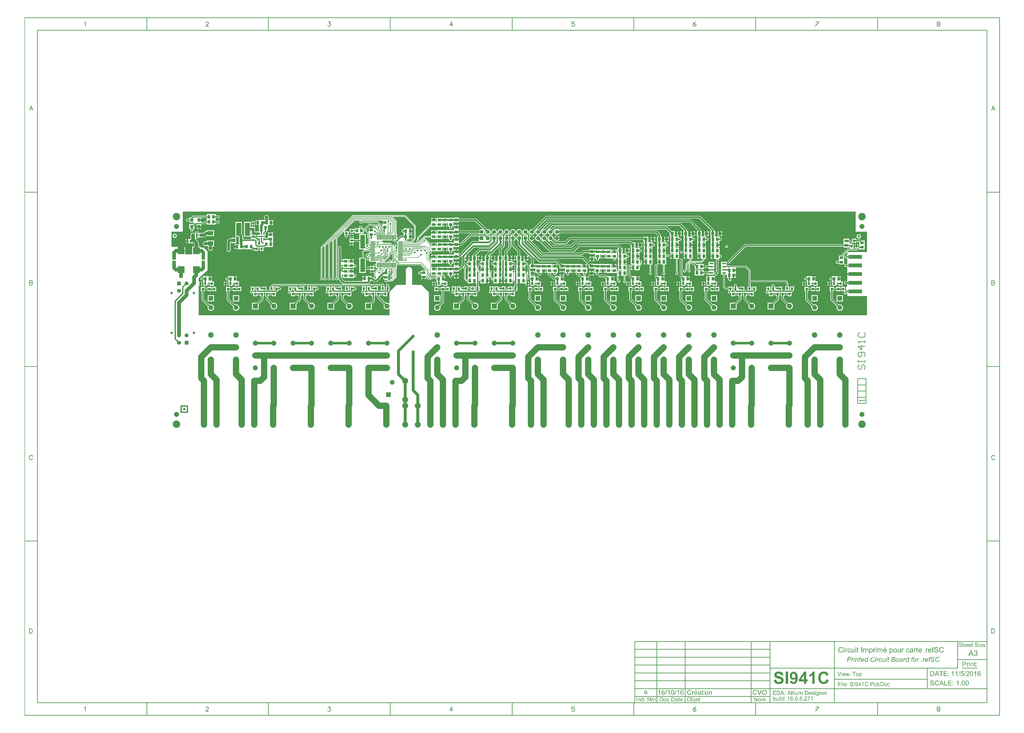
<source format=gtl>
G04 Layer_Physical_Order=1*
G04 Layer_Color=255*
%FSLAX25Y25*%
%MOIN*%
G70*
G01*
G75*
%ADD10R,0.03500X0.04000*%
%ADD11R,0.04000X0.03500*%
%ADD12C,0.03937*%
%ADD13R,0.05118X0.05512*%
%ADD14R,0.03400X0.04000*%
%ADD15R,0.04300X0.05700*%
%ADD16R,0.04000X0.03400*%
%ADD17R,0.05700X0.04300*%
%ADD18R,0.03200X0.04000*%
%ADD19R,0.05512X0.05118*%
%ADD20R,0.10630X0.10630*%
%ADD21R,0.02400X0.04400*%
%ADD22R,0.04700X0.06300*%
%ADD23R,0.07874X0.20866*%
%ADD24R,0.04000X0.04000*%
%ADD25R,0.02400X0.10600*%
%ADD26R,0.02400X0.05000*%
%ADD27R,0.08600X0.06600*%
%ADD28R,0.21654X0.06299*%
%ADD29R,0.07500X0.01300*%
%ADD30R,0.01300X0.07500*%
%ADD31R,0.06300X0.02400*%
%ADD32R,0.07700X0.21600*%
%ADD33C,0.02106*%
%ADD34C,0.02000*%
%ADD35C,0.00800*%
%ADD36C,0.01200*%
%ADD37C,0.03000*%
%ADD38C,0.01000*%
%ADD39C,0.02500*%
%ADD40C,0.04500*%
%ADD41C,0.10000*%
%ADD42C,0.04000*%
%ADD43C,0.01969*%
%ADD44C,0.04937*%
%ADD45C,0.03937*%
%ADD46C,0.06000*%
%ADD47C,0.01500*%
%ADD48C,0.05906*%
%ADD49R,0.10500X0.13500*%
%ADD50R,0.05684X0.09000*%
%ADD51C,0.00500*%
%ADD52R,0.07874X0.07874*%
%ADD53C,0.07874*%
%ADD54C,0.09500*%
%ADD55C,0.08661*%
%ADD56C,0.07480*%
%ADD57R,0.07480X0.07480*%
%ADD58R,0.06299X0.06299*%
%ADD59C,0.06299*%
%ADD60C,0.07874*%
%ADD61C,0.11811*%
%ADD62R,0.07500X0.07500*%
%ADD63C,0.07500*%
%ADD64C,0.02900*%
%ADD65C,0.06000*%
%ADD66C,0.05000*%
G36*
X475125Y286524D02*
X474783Y286041D01*
X473682Y286498D01*
X472500Y286653D01*
X471318Y286498D01*
X470217Y286041D01*
X469271Y285316D01*
X468545Y284370D01*
X468460Y284164D01*
X436634D01*
Y285646D01*
X436288D01*
X436256Y286232D01*
X436256Y286246D01*
Y289191D01*
X432500D01*
X428744D01*
Y286246D01*
X428744Y286232D01*
X428712Y285646D01*
X428366D01*
Y283677D01*
X427728D01*
Y285128D01*
X419272D01*
Y285128D01*
X418728D01*
Y285128D01*
X410272D01*
Y285128D01*
X409728D01*
Y285128D01*
X401272D01*
Y278528D01*
X401272Y278040D01*
X400672Y278000D01*
X400375Y278382D01*
X400350Y278450D01*
X400350Y278528D01*
Y281000D01*
X396500D01*
X392650D01*
Y278528D01*
X392650Y278450D01*
X392462Y277928D01*
X392272D01*
Y275711D01*
X382000D01*
X381537Y275619D01*
X381144Y275356D01*
X374171Y268383D01*
X373489Y268550D01*
X373113Y269113D01*
X372711Y269382D01*
Y272498D01*
X391718Y291506D01*
X392272Y291276D01*
Y290372D01*
X400728D01*
Y290372D01*
X401272D01*
Y290372D01*
X409728D01*
Y296972D01*
X409728Y297460D01*
X410328Y297500D01*
X410625Y297118D01*
X410650Y297050D01*
X410650Y296972D01*
Y294500D01*
X414500D01*
X418350D01*
Y296972D01*
X418350Y297050D01*
X418375Y297118D01*
X418672Y297500D01*
X419272Y297460D01*
X419272Y296972D01*
Y290372D01*
X420919D01*
X421300Y289908D01*
X421219Y289500D01*
X421392Y288627D01*
X421887Y287887D01*
X422627Y287392D01*
X423500Y287219D01*
X424373Y287392D01*
X425113Y287887D01*
X425608Y288627D01*
X425781Y289500D01*
X425700Y289908D01*
X426081Y290372D01*
X427728D01*
Y296972D01*
X427728Y297428D01*
X427728Y298028D01*
Y299023D01*
X428366D01*
Y297272D01*
X436634D01*
Y299131D01*
X462517D01*
X475125Y286524D01*
D02*
G37*
G36*
X315165Y300193D02*
Y297643D01*
X319015D01*
Y296443D01*
X315165D01*
Y293893D01*
X315165D01*
X314977Y293371D01*
X314787D01*
Y293353D01*
X314233Y293124D01*
X308647Y298709D01*
X308221Y298994D01*
X307719Y299094D01*
X282314D01*
X282113Y299394D01*
X281672Y299689D01*
X281854Y300289D01*
X314605D01*
X315165Y300193D01*
D02*
G37*
G36*
X279328Y299689D02*
X278887Y299394D01*
X278392Y298654D01*
X278219Y297781D01*
X278392Y296908D01*
X278887Y296168D01*
X279627Y295674D01*
X280500Y295500D01*
X281373Y295674D01*
X282113Y296168D01*
X282314Y296469D01*
X307175D01*
X309277Y294367D01*
X309047Y293813D01*
X300044D01*
X299428Y294428D01*
X299002Y294713D01*
X298500Y294813D01*
X294000D01*
X293498Y294713D01*
X293072Y294428D01*
X288854Y290211D01*
X288500Y290281D01*
X287627Y290108D01*
X286887Y289613D01*
X286392Y288873D01*
X286219Y288000D01*
X286392Y287127D01*
X286887Y286387D01*
X287597Y285913D01*
X287604Y285868D01*
X287364Y285313D01*
X285128D01*
Y288228D01*
X282729D01*
X282408Y288828D01*
X282608Y289127D01*
X282781Y290000D01*
X282608Y290873D01*
X282113Y291613D01*
X281373Y292108D01*
X280500Y292281D01*
X279627Y292108D01*
X278887Y291613D01*
X278392Y290873D01*
X278219Y290000D01*
X278392Y289127D01*
X278592Y288828D01*
X278272Y288228D01*
X277472Y288228D01*
X270872D01*
Y285313D01*
X269709D01*
Y286916D01*
X262953D01*
Y280761D01*
X269709D01*
Y282687D01*
X270872D01*
Y279772D01*
X277472D01*
X277928Y279772D01*
X278528Y279772D01*
X285128D01*
Y282687D01*
X288596D01*
X290827Y280456D01*
Y274068D01*
X290927Y273566D01*
X291212Y273140D01*
X292077Y272274D01*
Y262359D01*
X291709Y262085D01*
X291499Y262023D01*
X291373Y262108D01*
X290500Y262281D01*
X289627Y262108D01*
X289218Y261834D01*
X288618Y262155D01*
Y278696D01*
X278162D01*
Y270462D01*
X269378D01*
Y271768D01*
X262622D01*
Y265512D01*
X263000D01*
Y263960D01*
X269000D01*
Y265512D01*
X269378D01*
Y266818D01*
X278162D01*
Y254341D01*
X284779D01*
X285092Y253785D01*
X285086Y253741D01*
X284696Y253480D01*
X283087Y251871D01*
X282802Y251445D01*
X282702Y250943D01*
Y241295D01*
X278162D01*
Y216939D01*
X288618D01*
Y222246D01*
X292765D01*
X292765Y222246D01*
X293462Y222384D01*
X294054Y222779D01*
X294285Y223010D01*
X295012D01*
Y221705D01*
X295390D01*
Y220153D01*
X301390D01*
Y221705D01*
X301768D01*
Y226466D01*
X302368Y226845D01*
X303000Y226719D01*
X303873Y226892D01*
X304123Y227060D01*
X304723Y226739D01*
Y224838D01*
X304387Y224613D01*
X303892Y223873D01*
X303719Y223000D01*
X303892Y222127D01*
X304387Y221387D01*
X304650Y221211D01*
X304726Y220439D01*
X302644Y218356D01*
X302381Y217963D01*
X302289Y217500D01*
X302289Y217500D01*
Y210882D01*
X301887Y210613D01*
X301392Y209873D01*
X301290Y209357D01*
X300639Y209159D01*
X300149Y209649D01*
X299393Y210155D01*
X298500Y210332D01*
X297128D01*
Y212228D01*
X290072D01*
Y212038D01*
X289550Y211850D01*
X289472Y211850D01*
X287000D01*
Y208000D01*
X286400D01*
Y207400D01*
X283250D01*
Y204432D01*
X283250Y204150D01*
X282782Y203832D01*
X254466D01*
X249432Y208866D01*
Y210570D01*
X250032Y210790D01*
X250627Y210392D01*
X251500Y210219D01*
X251808Y210280D01*
X252272Y209899D01*
Y208872D01*
X260728D01*
Y208872D01*
X261272D01*
Y208872D01*
X269728D01*
Y210272D01*
X270328Y210592D01*
X270627Y210392D01*
X271500Y210219D01*
X272373Y210392D01*
X273113Y210887D01*
X273608Y211627D01*
X273781Y212500D01*
X273608Y213373D01*
X273113Y214113D01*
X272373Y214608D01*
X271500Y214781D01*
X270627Y214608D01*
X270328Y214408D01*
X269728Y214728D01*
Y215928D01*
X269538D01*
X269350Y216450D01*
X269350Y216528D01*
Y219000D01*
X265500D01*
X261650D01*
Y216528D01*
X261650Y216450D01*
X261637Y216415D01*
X261571Y216381D01*
X260862Y216379D01*
X260728Y216528D01*
Y223128D01*
X252272D01*
Y222154D01*
X251672Y221905D01*
X249432Y224145D01*
Y226220D01*
X249961Y226503D01*
X250127Y226392D01*
X251000Y226219D01*
X251672Y226352D01*
X252272Y225992D01*
Y224872D01*
X260728D01*
Y224872D01*
X261272D01*
Y224872D01*
X269728D01*
Y225771D01*
X270328Y226092D01*
X270627Y225892D01*
X271500Y225719D01*
X272373Y225892D01*
X273113Y226387D01*
X273608Y227127D01*
X273781Y228000D01*
X273608Y228873D01*
X273113Y229613D01*
X272373Y230108D01*
X271500Y230281D01*
X270627Y230108D01*
X270328Y229908D01*
X269728Y230228D01*
Y231928D01*
X269538D01*
X269350Y232450D01*
X269350Y232528D01*
Y235000D01*
X265500D01*
X261650D01*
Y232528D01*
X261650Y232450D01*
X261637Y232415D01*
X261571Y232381D01*
X260862Y232379D01*
X260728Y232528D01*
Y239128D01*
X252272D01*
Y237422D01*
X249432D01*
Y257400D01*
X249255Y258293D01*
X248749Y259049D01*
X247992Y259555D01*
X247100Y259732D01*
X246207Y259555D01*
X245451Y259049D01*
X244945Y258293D01*
X244768Y257400D01*
Y235600D01*
Y223900D01*
Y208129D01*
X244168Y208070D01*
X244108Y208373D01*
X243613Y209113D01*
X243211Y209382D01*
Y272498D01*
X253691Y282979D01*
X254291Y282731D01*
X254291Y282641D01*
X254291Y282641D01*
X254291Y282622D01*
Y276922D01*
X255123D01*
X255365Y276469D01*
X255382Y276322D01*
X255219Y275500D01*
X255392Y274627D01*
X255887Y273887D01*
X256627Y273392D01*
X257500Y273219D01*
X258373Y273392D01*
X259113Y273887D01*
X259608Y274627D01*
X259781Y275500D01*
X259618Y276322D01*
X259628Y276408D01*
X259927Y276922D01*
X261047D01*
Y283078D01*
X254748Y283078D01*
X254728D01*
X254728D01*
X254639Y283078D01*
X254575Y283230D01*
X254390Y283678D01*
X271002Y300289D01*
X279147D01*
X279328Y299689D01*
D02*
G37*
G36*
X298572Y291572D02*
X298998Y291287D01*
X299500Y291187D01*
X300715D01*
X301036Y290587D01*
X300892Y290373D01*
X300719Y289500D01*
X300835Y288918D01*
X300463Y288363D01*
X300389Y288318D01*
X297740D01*
Y285168D01*
X297140D01*
Y284568D01*
X293290D01*
Y282555D01*
X292690Y282306D01*
X290068Y284928D01*
X289642Y285213D01*
X289337Y285274D01*
Y285885D01*
X289373Y285892D01*
X290113Y286387D01*
X290608Y287127D01*
X290781Y288000D01*
X290711Y288354D01*
X294544Y292187D01*
X297956D01*
X298572Y291572D01*
D02*
G37*
G36*
X468545Y279803D02*
X468769Y279511D01*
X468504Y278973D01*
X454597D01*
X453878Y278830D01*
X453269Y278423D01*
X439132Y264286D01*
X436634D01*
Y266146D01*
X436288D01*
X436256Y266732D01*
X436256Y266746D01*
Y269691D01*
X432500D01*
X428744D01*
Y266746D01*
X428744Y266732D01*
X428712Y266146D01*
X428366D01*
Y264177D01*
X427728D01*
Y265628D01*
X419272D01*
Y265628D01*
X418728D01*
Y265628D01*
X410272D01*
Y265628D01*
X409728D01*
Y265628D01*
X401272D01*
Y259028D01*
X401272Y258540D01*
X400672Y258500D01*
X400375Y258882D01*
X400350Y258950D01*
X400350Y259028D01*
Y261500D01*
X396500D01*
X392650D01*
Y259028D01*
X392650Y258950D01*
X392625Y258882D01*
X392272Y258428D01*
X391711Y258521D01*
Y262500D01*
X391711Y262500D01*
X391618Y262963D01*
X391356Y263356D01*
X391356Y263356D01*
X383356Y271356D01*
X382963Y271619D01*
X382500Y271711D01*
X382500Y271711D01*
X381707D01*
X381477Y272265D01*
X382502Y273289D01*
X392272D01*
Y270872D01*
X400728D01*
Y270872D01*
X401272D01*
Y270872D01*
X409728D01*
Y277472D01*
X409728Y277960D01*
X410328Y278000D01*
X410625Y277618D01*
X410650Y277550D01*
X410650Y277472D01*
Y275000D01*
X414500D01*
X418350D01*
Y277472D01*
X418350Y277550D01*
X418375Y277618D01*
X418672Y278000D01*
X419272Y277960D01*
X419272Y277472D01*
Y270872D01*
X420919D01*
X421300Y270408D01*
X421219Y270000D01*
X421392Y269127D01*
X421887Y268387D01*
X422627Y267892D01*
X423500Y267719D01*
X424373Y267892D01*
X425113Y268387D01*
X425608Y269127D01*
X425781Y270000D01*
X425700Y270408D01*
X426081Y270872D01*
X427728D01*
Y277472D01*
X427728Y277928D01*
X427728Y278528D01*
Y279523D01*
X428366D01*
Y277772D01*
X436634D01*
Y280009D01*
X468460D01*
X468545Y279803D01*
D02*
G37*
G36*
X1067500Y282500D02*
X1085461D01*
Y250000D01*
X1054331D01*
Y245052D01*
X1053731Y244661D01*
X1053125Y244781D01*
X1052252Y244608D01*
X1051512Y244113D01*
X1051017Y243373D01*
X1050844Y242500D01*
X1051017Y241627D01*
X1051512Y240887D01*
X1052252Y240392D01*
X1053125Y240219D01*
X1053731Y240339D01*
X1054331Y239948D01*
Y230602D01*
X1053131D01*
X1052748Y230858D01*
X1051875Y231031D01*
X1051002Y230858D01*
X1050262Y230363D01*
X1049767Y229623D01*
X1049594Y228750D01*
X1049767Y227877D01*
X1050262Y227137D01*
X1051002Y226642D01*
X1051875Y226469D01*
X1052748Y226642D01*
X1053219Y226957D01*
X1054331D01*
Y203298D01*
X1052213D01*
X1052123Y203358D01*
X1051250Y203531D01*
X1050377Y203358D01*
X1049637Y202863D01*
X1049142Y202123D01*
X1048969Y201250D01*
X1049142Y200377D01*
X1049637Y199637D01*
X1050377Y199142D01*
X1051250Y198969D01*
X1052123Y199142D01*
X1052124Y199143D01*
X1054331D01*
Y196433D01*
X1053981Y196288D01*
X1053136Y195640D01*
X1052488Y194795D01*
X1052080Y193812D01*
X1051941Y192756D01*
X1052080Y191700D01*
X1052488Y190716D01*
X1053136Y189872D01*
X1053166Y189848D01*
X1053114Y189543D01*
X1052968Y189244D01*
X1052369Y189125D01*
X1051777Y188730D01*
X1051167Y188119D01*
X1050566Y188367D01*
Y194672D01*
X1044611D01*
Y193117D01*
X1042889D01*
Y194672D01*
X1036934D01*
Y193117D01*
X1032453D01*
Y194672D01*
X1026297D01*
Y187916D01*
X1027553D01*
Y174582D01*
X1027553Y174582D01*
X1027691Y173884D01*
X1028086Y173293D01*
X1037552Y163827D01*
X1037238Y163068D01*
X1037062Y161732D01*
X1037238Y160396D01*
X1037754Y159151D01*
X1038574Y158082D01*
X1039643Y157262D01*
X1040888Y156746D01*
X1042224Y156570D01*
X1043561Y156746D01*
X1044806Y157262D01*
X1045875Y158082D01*
X1046695Y159151D01*
X1047211Y160396D01*
X1047387Y161732D01*
X1047211Y163068D01*
X1046695Y164313D01*
X1045875Y165383D01*
X1044806Y166203D01*
X1043561Y166719D01*
X1042224Y166894D01*
X1040888Y166719D01*
X1040130Y166404D01*
X1031197Y175337D01*
Y187916D01*
X1032453D01*
Y189472D01*
X1036934D01*
Y187916D01*
X1042889D01*
Y189472D01*
X1044611D01*
Y187916D01*
X1049552D01*
X1049907Y187316D01*
X1049797Y187117D01*
X1049752Y187108D01*
X1049012Y186613D01*
X1048517Y185873D01*
X1048344Y185000D01*
X1048517Y184127D01*
X1049012Y183387D01*
X1049752Y182892D01*
X1050625Y182719D01*
X1051498Y182892D01*
X1052238Y183387D01*
X1052733Y184127D01*
X1052833Y184630D01*
X1053731Y185528D01*
X1054331Y185401D01*
Y180000D01*
X1085461D01*
Y149375D01*
X388746Y149375D01*
Y186181D01*
X377250Y197677D01*
X362214D01*
Y221378D01*
X362045Y222663D01*
X361549Y223860D01*
X360760Y224888D01*
X359732Y225677D01*
X358535Y226173D01*
X357250Y226342D01*
X355965Y226173D01*
X354768Y225677D01*
X353740Y224888D01*
X352951Y223860D01*
X352455Y222663D01*
X352286Y221378D01*
Y197677D01*
X337250D01*
X326148Y186575D01*
Y168747D01*
X325548Y168451D01*
X324944Y168914D01*
X323651Y169450D01*
X322264Y169632D01*
X320876Y169450D01*
X320018Y169094D01*
X310036Y179077D01*
Y179969D01*
X311192D01*
Y181524D01*
X316297D01*
Y179969D01*
X322453D01*
Y185934D01*
X322750Y185994D01*
X323341Y186389D01*
X324502Y187550D01*
X324502Y187550D01*
X324897Y188141D01*
X324994Y188630D01*
X326291D01*
Y195386D01*
X324947D01*
Y196200D01*
X325233Y196627D01*
X325406Y197500D01*
X325233Y198373D01*
X324738Y199113D01*
X323998Y199608D01*
X323125Y199781D01*
X322252Y199608D01*
X321512Y199113D01*
X321017Y198373D01*
X320844Y197500D01*
X321017Y196627D01*
X321303Y196200D01*
Y195386D01*
X320136D01*
Y189500D01*
X318614D01*
Y195386D01*
X317418D01*
X317236Y195986D01*
X317238Y195987D01*
X317733Y196727D01*
X317906Y197600D01*
X317733Y198473D01*
X317238Y199213D01*
X316498Y199708D01*
X315625Y199881D01*
X314752Y199708D01*
X314012Y199213D01*
X313872Y199003D01*
X292960D01*
X292778Y199603D01*
X293149Y199851D01*
X295249Y201951D01*
X295755Y202708D01*
X295932Y203600D01*
Y203772D01*
X297128D01*
Y205225D01*
X297728Y205474D01*
X299851Y203351D01*
X300607Y202845D01*
X301500Y202668D01*
X305500D01*
X306393Y202845D01*
X307149Y203351D01*
X311649Y207851D01*
X312155Y208608D01*
X312332Y209500D01*
Y209534D01*
X315920Y213122D01*
X316415Y212768D01*
Y210318D01*
X320265D01*
X324115D01*
Y212868D01*
X324115D01*
X324303Y213390D01*
X324493D01*
Y216180D01*
X325022Y216462D01*
X325127Y216392D01*
X326000Y216219D01*
X326873Y216392D01*
X327613Y216887D01*
X328108Y217627D01*
X328281Y218500D01*
X328108Y219373D01*
X327732Y219935D01*
X328075Y220332D01*
X328151Y220388D01*
X329000Y220219D01*
X329873Y220392D01*
X330189Y220604D01*
X330789Y220283D01*
Y217501D01*
X329475Y216187D01*
X329000Y216281D01*
X328127Y216108D01*
X327387Y215613D01*
X326892Y214873D01*
X326719Y214000D01*
X326892Y213127D01*
X327387Y212387D01*
X328127Y211892D01*
X329000Y211719D01*
X329821Y211882D01*
X329856Y211855D01*
X329992Y211204D01*
X329475Y210687D01*
X329000Y210781D01*
X328127Y210608D01*
X327387Y210113D01*
X326892Y209373D01*
X326719Y208500D01*
X326892Y207627D01*
X327387Y206887D01*
X328127Y206392D01*
X328538Y206311D01*
X328479Y205711D01*
X322727D01*
X322550Y205968D01*
X322864Y206568D01*
X324115D01*
Y209118D01*
X320265D01*
X316415D01*
Y206568D01*
X318570D01*
X318790Y205968D01*
X318392Y205373D01*
X318219Y204500D01*
X318392Y203627D01*
X318887Y202887D01*
X319627Y202392D01*
X320500Y202219D01*
X321373Y202392D01*
X322113Y202887D01*
X322382Y203289D01*
X330000D01*
X330000Y203289D01*
X330463Y203381D01*
X330856Y203644D01*
X337135Y209923D01*
X337135Y209923D01*
X337397Y210315D01*
X337489Y210779D01*
X337489Y210779D01*
Y224393D01*
X338307D01*
Y231053D01*
X338861Y231283D01*
X340572Y229572D01*
X340998Y229287D01*
X341500Y229187D01*
X375456D01*
X383211Y221432D01*
X382982Y220878D01*
X376397D01*
Y218697D01*
X375675D01*
X375248Y218983D01*
X374375Y219156D01*
X373502Y218983D01*
X372762Y218488D01*
X372267Y217748D01*
X372094Y216875D01*
X372267Y216002D01*
X372762Y215262D01*
X373502Y214767D01*
X374375Y214594D01*
X375248Y214767D01*
X375675Y215053D01*
X376397D01*
Y213822D01*
X376587D01*
X376775Y213300D01*
X376775Y213222D01*
Y210750D01*
X380625D01*
X384475D01*
Y213222D01*
X384475Y213300D01*
X384480Y213314D01*
X384587Y213329D01*
X385187Y212808D01*
Y209500D01*
X385287Y208998D01*
X385572Y208572D01*
X387572Y206572D01*
X387998Y206287D01*
X388500Y206187D01*
X393000D01*
X393502Y206287D01*
X393928Y206572D01*
X396044Y208687D01*
X397956D01*
X400072Y206572D01*
X400498Y206287D01*
X400872Y206213D01*
Y203272D01*
X401386D01*
Y196578D01*
X407542D01*
Y198572D01*
X408142Y198754D01*
X408387Y198387D01*
X409127Y197892D01*
X410000Y197719D01*
X410873Y197892D01*
X411234Y198133D01*
X411922D01*
Y196578D01*
X418078D01*
Y203334D01*
X415219D01*
X414750Y203650D01*
X414750Y203934D01*
Y206900D01*
X411600D01*
Y207500D01*
X411000D01*
Y211350D01*
X408528D01*
X408450Y211350D01*
X407928Y211538D01*
Y211728D01*
X400872D01*
Y210268D01*
X400318Y210039D01*
X399428Y210928D01*
X399002Y211213D01*
X398500Y211313D01*
X395500D01*
X394998Y211213D01*
X394572Y210928D01*
X392788Y209144D01*
X392532Y209182D01*
X392434Y209285D01*
X392151Y209845D01*
X392281Y210500D01*
X392108Y211373D01*
X391613Y212113D01*
X390873Y212608D01*
X390000Y212781D01*
X389711Y213019D01*
Y217334D01*
X390311Y217393D01*
X390382Y217037D01*
X390644Y216644D01*
X392244Y215044D01*
X392244Y215044D01*
X392272Y215025D01*
Y212372D01*
X400728D01*
Y212372D01*
X401272D01*
Y212372D01*
X409728D01*
Y218972D01*
X409728Y219460D01*
X410328Y219500D01*
X410625Y219118D01*
X410650Y219050D01*
X410650Y218972D01*
Y216500D01*
X414500D01*
X418350D01*
Y218972D01*
X418350Y219050D01*
X418375Y219118D01*
X418672Y219500D01*
X419272Y219460D01*
X419272Y218972D01*
Y212372D01*
X420919D01*
X421300Y211908D01*
X421219Y211500D01*
X421392Y210627D01*
X421887Y209887D01*
X422627Y209392D01*
X423500Y209219D01*
X424373Y209392D01*
X425113Y209887D01*
X425608Y210627D01*
X425781Y211500D01*
X425700Y211908D01*
X426081Y212372D01*
X427728D01*
Y218972D01*
X427728Y219428D01*
X427728Y220028D01*
Y221023D01*
X428366D01*
Y219272D01*
X436634D01*
Y220923D01*
X437500D01*
X438295Y221081D01*
X438969Y221531D01*
X443149Y225711D01*
X443523Y225573D01*
X443730Y225444D01*
X443892Y224627D01*
X444387Y223887D01*
X444789Y223618D01*
Y207500D01*
X444789Y207500D01*
X444881Y207037D01*
X445144Y206644D01*
X448144Y203644D01*
X448537Y203381D01*
X449000Y203289D01*
X449000Y203289D01*
X450372D01*
Y200272D01*
X457428D01*
Y200462D01*
X457950Y200650D01*
X458028Y200650D01*
X460500D01*
Y204500D01*
X461700D01*
Y200650D01*
X464078D01*
X464250Y200650D01*
X464678Y200234D01*
Y195386D01*
X463261D01*
Y189500D01*
X461739D01*
Y195386D01*
X455583D01*
X455583Y195386D01*
X455058Y195567D01*
X454623Y195858D01*
X453750Y196031D01*
X452877Y195858D01*
X452137Y195363D01*
X451642Y194623D01*
X451469Y193750D01*
X451642Y192877D01*
X452137Y192137D01*
X452877Y191642D01*
X453750Y191469D01*
X453984Y191515D01*
X454492Y191008D01*
X454951Y190701D01*
X455492Y190593D01*
X455583D01*
Y189500D01*
X450578D01*
Y195386D01*
X444422D01*
Y194155D01*
X443018D01*
X442973Y194185D01*
X442100Y194358D01*
X441227Y194185D01*
X440487Y193690D01*
X440017Y192986D01*
X439972Y192980D01*
X439417Y193289D01*
Y195386D01*
X433261D01*
Y188630D01*
X434558D01*
X434655Y188141D01*
X435050Y187550D01*
X435276Y187324D01*
X435027Y186724D01*
X430021D01*
X429856Y186949D01*
X429736Y187324D01*
X429968Y187672D01*
X430076Y188214D01*
Y188630D01*
X431739D01*
Y195386D01*
X425584D01*
Y188630D01*
X425584Y188630D01*
X425583D01*
X425367Y188110D01*
X425262Y188040D01*
X424767Y187300D01*
X424594Y186427D01*
X424767Y185554D01*
X425262Y184814D01*
X426002Y184320D01*
X426875Y184146D01*
X427748Y184320D01*
X428488Y184814D01*
X428822Y185314D01*
X429422Y185132D01*
Y179969D01*
X435578D01*
Y181524D01*
X440684D01*
Y179969D01*
X441839D01*
Y175952D01*
X435474Y169587D01*
X427421D01*
Y158957D01*
X438051D01*
Y167009D01*
X444950Y173908D01*
X444950Y173908D01*
X445345Y174499D01*
X445484Y175197D01*
X445484Y175197D01*
Y179969D01*
X446639D01*
Y185855D01*
X448361D01*
Y179969D01*
X449516D01*
Y175197D01*
X449516Y175197D01*
X449655Y174499D01*
X450050Y173908D01*
X457441Y166517D01*
X457086Y165659D01*
X456903Y164272D01*
X457086Y162884D01*
X457621Y161591D01*
X458473Y160481D01*
X459583Y159629D01*
X460876Y159093D01*
X462264Y158911D01*
X463651Y159093D01*
X464944Y159629D01*
X466054Y160481D01*
X466906Y161591D01*
X467442Y162884D01*
X467625Y164272D01*
X467442Y165659D01*
X466906Y166952D01*
X466054Y168062D01*
X464944Y168914D01*
X463651Y169450D01*
X462264Y169632D01*
X460876Y169450D01*
X460018Y169094D01*
X453161Y175952D01*
Y179969D01*
X454317D01*
Y181524D01*
X459422D01*
Y179969D01*
X465578D01*
Y185923D01*
X465934Y185994D01*
X466526Y186389D01*
X467789Y187652D01*
X467789Y187652D01*
X468184Y188243D01*
X468261Y188630D01*
X469417D01*
Y195386D01*
X468322D01*
Y204555D01*
X468428Y204635D01*
X469144Y204644D01*
X470144Y203644D01*
X470144Y203644D01*
X470537Y203381D01*
X470872Y203315D01*
Y200272D01*
X477928D01*
Y200462D01*
X478450Y200650D01*
X478528Y200650D01*
X481000D01*
Y204500D01*
Y208350D01*
X478528D01*
X478450Y208350D01*
X478415Y208363D01*
X478381Y208429D01*
X478379Y209138D01*
X478528Y209272D01*
X485128D01*
Y210311D01*
X485728Y210560D01*
X487289Y208998D01*
Y208000D01*
X487289Y208000D01*
X487382Y207537D01*
X487644Y207144D01*
X491144Y203644D01*
X491144Y203644D01*
X491372Y203491D01*
Y200272D01*
X498428D01*
Y200462D01*
X498950Y200650D01*
X499028Y200650D01*
X501500D01*
Y204500D01*
Y208350D01*
X499028D01*
X498950Y208350D01*
X498915Y208363D01*
X498881Y208429D01*
X498879Y209138D01*
X499028Y209272D01*
X505628D01*
Y217728D01*
X505628D01*
Y218272D01*
X505628D01*
Y226728D01*
X505628D01*
Y227272D01*
X505628D01*
Y235728D01*
X504177D01*
Y236366D01*
X506146D01*
Y244634D01*
X504286D01*
Y254132D01*
X508827Y258673D01*
X509234Y259282D01*
X509377Y260000D01*
Y268496D01*
X509977Y268792D01*
X510407Y268462D01*
X511417Y268044D01*
X511900Y267980D01*
Y272087D01*
Y276193D01*
X511417Y276129D01*
X510407Y275711D01*
X509977Y275381D01*
X509377Y275677D01*
Y276309D01*
X510911Y277844D01*
X511318Y277676D01*
X512500Y277520D01*
X513682Y277676D01*
X514783Y278132D01*
X515729Y278857D01*
X516455Y279803D01*
X516911Y280905D01*
X517067Y282087D01*
X516911Y283268D01*
X516455Y284370D01*
X515729Y285316D01*
X514783Y286041D01*
X513682Y286498D01*
X512500Y286653D01*
X511318Y286498D01*
X510217Y286041D01*
X509271Y285316D01*
X508545Y284370D01*
X508089Y283268D01*
X507933Y282087D01*
X508089Y280905D01*
X508257Y280498D01*
X506173Y278414D01*
X505766Y277805D01*
X505623Y277087D01*
Y276075D01*
X505085Y275810D01*
X504783Y276041D01*
X503682Y276498D01*
X502500Y276653D01*
X501318Y276498D01*
X500353Y276098D01*
X499918Y276248D01*
X499699Y276400D01*
X499668Y276601D01*
X500911Y277844D01*
X501318Y277676D01*
X502500Y277520D01*
X503682Y277676D01*
X504783Y278132D01*
X505729Y278857D01*
X506455Y279803D01*
X506911Y280905D01*
X507067Y282087D01*
X506911Y283268D01*
X506455Y284370D01*
X505729Y285316D01*
X504783Y286041D01*
X503682Y286498D01*
X502500Y286653D01*
X501318Y286498D01*
X500217Y286041D01*
X499271Y285316D01*
X498545Y284370D01*
X498089Y283268D01*
X497933Y282087D01*
X498089Y280905D01*
X498257Y280498D01*
X496173Y278414D01*
X495766Y277805D01*
X495623Y277087D01*
Y276075D01*
X495085Y275810D01*
X494783Y276041D01*
X493682Y276498D01*
X492500Y276653D01*
X491318Y276498D01*
X490353Y276098D01*
X489918Y276248D01*
X489699Y276400D01*
X489668Y276601D01*
X490911Y277844D01*
X491318Y277676D01*
X492500Y277520D01*
X493682Y277676D01*
X494783Y278132D01*
X495729Y278857D01*
X496455Y279803D01*
X496911Y280905D01*
X497067Y282087D01*
X496911Y283268D01*
X496455Y284370D01*
X495729Y285316D01*
X494783Y286041D01*
X493682Y286498D01*
X492500Y286653D01*
X491318Y286498D01*
X490217Y286041D01*
X489271Y285316D01*
X488545Y284370D01*
X488089Y283268D01*
X487933Y282087D01*
X488089Y280905D01*
X488257Y280498D01*
X486173Y278414D01*
X485766Y277805D01*
X485623Y277087D01*
Y276075D01*
X485085Y275810D01*
X484783Y276041D01*
X483682Y276498D01*
X482500Y276653D01*
X481318Y276498D01*
X480911Y276329D01*
X478817Y278423D01*
X478208Y278830D01*
X477490Y278973D01*
X476496D01*
X476231Y279511D01*
X476455Y279803D01*
X476911Y280905D01*
X477067Y282087D01*
X476911Y283268D01*
X476455Y284370D01*
X476937Y284712D01*
X478174Y283474D01*
X478089Y283268D01*
X477933Y282087D01*
X478089Y280905D01*
X478545Y279803D01*
X479271Y278857D01*
X480217Y278132D01*
X481318Y277676D01*
X482500Y277520D01*
X483682Y277676D01*
X484783Y278132D01*
X485729Y278857D01*
X486455Y279803D01*
X486911Y280905D01*
X487067Y282087D01*
X486911Y283268D01*
X486455Y284370D01*
X485729Y285316D01*
X484783Y286041D01*
X483682Y286498D01*
X482500Y286653D01*
X481318Y286498D01*
X481112Y286412D01*
X464847Y302678D01*
X464173Y303128D01*
X463378Y303286D01*
X436634D01*
Y305146D01*
X428366D01*
Y303177D01*
X427728D01*
Y304628D01*
X419272D01*
Y304628D01*
X418728D01*
Y304628D01*
X410272D01*
Y304628D01*
X409728D01*
Y304628D01*
X401272D01*
Y298028D01*
X401272Y297540D01*
X400672Y297500D01*
X400375Y297882D01*
X400350Y297950D01*
X400350Y298028D01*
Y300500D01*
X396500D01*
X392650D01*
Y298028D01*
X392650Y297950D01*
X392462Y297428D01*
X392272D01*
Y295085D01*
X391937Y295019D01*
X391544Y294756D01*
X391544Y294756D01*
X370644Y273856D01*
X370381Y273463D01*
X370289Y273000D01*
X370289Y273000D01*
Y269382D01*
X369887Y269113D01*
X369392Y268373D01*
X369219Y267500D01*
X369392Y266627D01*
X369695Y266174D01*
X369375Y265574D01*
X363070D01*
X362840Y266128D01*
X367356Y270644D01*
X367618Y271037D01*
X367711Y271500D01*
X367711Y271500D01*
Y292000D01*
X367711Y292000D01*
X367618Y292463D01*
X367356Y292856D01*
X351856Y308356D01*
X351463Y308618D01*
X351000Y308711D01*
X351000Y308711D01*
X268015D01*
X268015Y308711D01*
X267551Y308618D01*
X267159Y308356D01*
X217144Y258341D01*
X216881Y257949D01*
X216789Y257485D01*
X216789Y257485D01*
Y209382D01*
X216387Y209113D01*
X215892Y208373D01*
X215719Y207500D01*
X215892Y206627D01*
X216387Y205887D01*
X217127Y205392D01*
X218000Y205219D01*
X218873Y205392D01*
X219613Y205887D01*
X220108Y206627D01*
X220281Y207500D01*
X220108Y208373D01*
X219613Y209113D01*
X219211Y209382D01*
Y256984D01*
X221954Y259727D01*
X222508Y259497D01*
Y209382D01*
X222106Y209113D01*
X221611Y208373D01*
X221438Y207500D01*
X221611Y206627D01*
X222106Y205887D01*
X222846Y205392D01*
X223719Y205219D01*
X224592Y205392D01*
X225332Y205887D01*
X225826Y206627D01*
X226000Y207500D01*
X225826Y208373D01*
X225332Y209113D01*
X224929Y209382D01*
Y260581D01*
X228235Y263887D01*
X228789Y263657D01*
Y209382D01*
X228387Y209113D01*
X227892Y208373D01*
X227719Y207500D01*
X227892Y206627D01*
X228387Y205887D01*
X229127Y205392D01*
X230000Y205219D01*
X230873Y205392D01*
X231613Y205887D01*
X232108Y206627D01*
X232281Y207500D01*
X232108Y208373D01*
X231613Y209113D01*
X231211Y209382D01*
Y264741D01*
X234735Y268266D01*
X235289Y268036D01*
Y209382D01*
X234887Y209113D01*
X234392Y208373D01*
X234219Y207500D01*
X234392Y206627D01*
X234887Y205887D01*
X235627Y205392D01*
X236500Y205219D01*
X237373Y205392D01*
X238113Y205887D01*
X238608Y206627D01*
X238781Y207500D01*
X238608Y208373D01*
X238113Y209113D01*
X237711Y209382D01*
Y269120D01*
X240235Y271644D01*
X240789Y271415D01*
Y209382D01*
X240387Y209113D01*
X239892Y208373D01*
X239719Y207500D01*
X239892Y206627D01*
X240387Y205887D01*
X241127Y205392D01*
X242000Y205219D01*
X242873Y205392D01*
X243613Y205887D01*
X244108Y206627D01*
X244281Y207500D01*
X244847Y207502D01*
X244945Y207008D01*
X245451Y206251D01*
X251851Y199851D01*
X252222Y199603D01*
X252040Y199003D01*
X140625D01*
X140084Y198896D01*
X139625Y198589D01*
X137661Y196625D01*
X137355Y196166D01*
X137247Y195625D01*
Y195209D01*
X135583D01*
Y189500D01*
X130578D01*
Y195209D01*
X124422D01*
Y194155D01*
X123018D01*
X122973Y194185D01*
X122100Y194358D01*
X121227Y194185D01*
X120487Y193690D01*
X120017Y192986D01*
X119973Y192980D01*
X119417Y193290D01*
Y195209D01*
X113261D01*
Y188453D01*
X114593D01*
X114655Y188141D01*
X115050Y187550D01*
X115453Y187147D01*
X115204Y186547D01*
X109844D01*
X109596Y187147D01*
X109662Y187213D01*
X109968Y187672D01*
X110076Y188214D01*
Y188453D01*
X111739D01*
Y195209D01*
X105584D01*
Y188453D01*
X105285Y188064D01*
X105262Y188040D01*
X105262Y188040D01*
X104767Y187300D01*
X104594Y186427D01*
X104767Y185554D01*
X105262Y184814D01*
X106002Y184320D01*
X106875Y184146D01*
X107748Y184320D01*
X108488Y184814D01*
X108822Y185314D01*
X109422Y185132D01*
Y179791D01*
X115578D01*
Y181524D01*
X120684D01*
Y179791D01*
X121839D01*
Y175952D01*
X115474Y169587D01*
X107421D01*
Y158957D01*
X118051D01*
Y167009D01*
X124950Y173908D01*
X124950Y173908D01*
X125345Y174499D01*
X125484Y175197D01*
X125484Y175197D01*
Y179791D01*
X126639D01*
Y185855D01*
X128361D01*
Y179791D01*
X129516D01*
Y175197D01*
X129516Y175197D01*
X129655Y174499D01*
X130050Y173908D01*
X137441Y166517D01*
X137086Y165659D01*
X136903Y164272D01*
X137086Y162884D01*
X137621Y161591D01*
X138473Y160481D01*
X139583Y159629D01*
X140876Y159093D01*
X142264Y158911D01*
X143651Y159093D01*
X144944Y159629D01*
X146054Y160481D01*
X146906Y161591D01*
X147442Y162884D01*
X147625Y164272D01*
X147442Y165659D01*
X146906Y166952D01*
X146054Y168062D01*
X144944Y168914D01*
X143651Y169450D01*
X142264Y169632D01*
X140876Y169450D01*
X140018Y169094D01*
X133161Y175952D01*
Y179791D01*
X134317D01*
Y181524D01*
X139422D01*
Y179791D01*
X145578D01*
Y185923D01*
X145934Y185994D01*
X146526Y186389D01*
X147789Y187652D01*
X147789Y187652D01*
X148184Y188243D01*
X148225Y188453D01*
X149417D01*
Y189854D01*
X150017Y190008D01*
X150377Y189767D01*
X151250Y189594D01*
X152123Y189767D01*
X152863Y190262D01*
X153358Y191002D01*
X153531Y191875D01*
X153358Y192748D01*
X152863Y193488D01*
X152123Y193983D01*
X151250Y194156D01*
X150377Y193983D01*
X150017Y193742D01*
X149417Y193896D01*
Y195209D01*
X143261D01*
Y189500D01*
X141739D01*
Y195209D01*
X141030D01*
X140800Y195763D01*
X141211Y196174D01*
X197247D01*
Y195209D01*
X195583D01*
Y189500D01*
X190578D01*
Y195209D01*
X184422D01*
Y194155D01*
X183018D01*
X182973Y194185D01*
X182100Y194358D01*
X181227Y194185D01*
X180487Y193690D01*
X180017Y192986D01*
X179973Y192980D01*
X179417Y193290D01*
Y195209D01*
X173261D01*
Y188453D01*
X174593D01*
X174655Y188141D01*
X175050Y187550D01*
X175453Y187147D01*
X175204Y186547D01*
X169844D01*
X169596Y187147D01*
X169662Y187213D01*
X169968Y187672D01*
X170076Y188214D01*
Y188453D01*
X171739D01*
Y195209D01*
X165584D01*
Y188453D01*
X165285Y188064D01*
X165262Y188040D01*
X165262Y188040D01*
X164767Y187300D01*
X164594Y186427D01*
X164767Y185554D01*
X165262Y184814D01*
X166002Y184320D01*
X166875Y184146D01*
X167748Y184320D01*
X168488Y184814D01*
X168822Y185314D01*
X169422Y185132D01*
Y179791D01*
X175578D01*
Y181524D01*
X180684D01*
Y179791D01*
X181839D01*
Y175952D01*
X175474Y169587D01*
X167421D01*
Y158957D01*
X178051D01*
Y167009D01*
X184950Y173908D01*
X184950Y173908D01*
X185345Y174499D01*
X185484Y175197D01*
X185484Y175197D01*
Y179791D01*
X186639D01*
Y185855D01*
X188361D01*
Y179791D01*
X189516D01*
Y175197D01*
X189516Y175197D01*
X189655Y174499D01*
X190050Y173908D01*
X197441Y166517D01*
X197086Y165659D01*
X196903Y164272D01*
X197086Y162884D01*
X197621Y161591D01*
X198473Y160481D01*
X199583Y159629D01*
X200876Y159093D01*
X202264Y158911D01*
X203651Y159093D01*
X204944Y159629D01*
X206054Y160481D01*
X206906Y161591D01*
X207442Y162884D01*
X207625Y164272D01*
X207442Y165659D01*
X206906Y166952D01*
X206054Y168062D01*
X204944Y168914D01*
X203651Y169450D01*
X202264Y169632D01*
X200876Y169450D01*
X200018Y169094D01*
X193161Y175952D01*
Y179791D01*
X194317D01*
Y181524D01*
X199422D01*
Y179791D01*
X205578D01*
Y185923D01*
X205934Y185994D01*
X206526Y186389D01*
X207789Y187652D01*
X207789Y187652D01*
X208184Y188243D01*
X208225Y188453D01*
X209417D01*
Y189854D01*
X210017Y190008D01*
X210377Y189767D01*
X211250Y189594D01*
X212123Y189767D01*
X212863Y190262D01*
X213358Y191002D01*
X213531Y191875D01*
X213358Y192748D01*
X212863Y193488D01*
X212123Y193983D01*
X211250Y194156D01*
X210377Y193983D01*
X210017Y193742D01*
X209417Y193896D01*
Y195209D01*
X203261D01*
Y189500D01*
X201739D01*
Y195209D01*
X200076D01*
Y196174D01*
X257247D01*
Y195209D01*
X255584D01*
Y189500D01*
X250578D01*
Y195209D01*
X244422D01*
Y194155D01*
X243018D01*
X242973Y194185D01*
X242100Y194358D01*
X241227Y194185D01*
X240487Y193690D01*
X240017Y192986D01*
X239972Y192980D01*
X239417Y193290D01*
Y195209D01*
X233261D01*
Y188453D01*
X234593D01*
X234655Y188141D01*
X235050Y187550D01*
X235453Y187147D01*
X235204Y186547D01*
X229844D01*
X229596Y187147D01*
X229662Y187213D01*
X229968Y187672D01*
X230076Y188214D01*
Y188453D01*
X231739D01*
Y195209D01*
X225584D01*
Y188453D01*
X225285Y188064D01*
X225262Y188040D01*
X225262Y188040D01*
X224767Y187300D01*
X224594Y186427D01*
X224767Y185554D01*
X225262Y184814D01*
X226002Y184320D01*
X226875Y184146D01*
X227748Y184320D01*
X228488Y184814D01*
X228822Y185314D01*
X229422Y185132D01*
Y179791D01*
X235578D01*
Y181524D01*
X240684D01*
Y179791D01*
X241839D01*
Y175952D01*
X235474Y169587D01*
X227421D01*
Y158957D01*
X238051D01*
Y167009D01*
X244950Y173908D01*
X244950Y173908D01*
X245345Y174499D01*
X245484Y175197D01*
X245484Y175197D01*
Y179791D01*
X246639D01*
Y185855D01*
X248361D01*
Y179791D01*
X249516D01*
Y175197D01*
X249516Y175197D01*
X249655Y174499D01*
X250050Y173908D01*
X257441Y166517D01*
X257086Y165659D01*
X256903Y164272D01*
X257086Y162884D01*
X257621Y161591D01*
X258473Y160481D01*
X259583Y159629D01*
X260876Y159093D01*
X262264Y158911D01*
X263651Y159093D01*
X264944Y159629D01*
X266054Y160481D01*
X266906Y161591D01*
X267442Y162884D01*
X267625Y164272D01*
X267442Y165659D01*
X266906Y166952D01*
X266054Y168062D01*
X264944Y168914D01*
X263651Y169450D01*
X262264Y169632D01*
X260876Y169450D01*
X260018Y169094D01*
X253161Y175952D01*
Y179791D01*
X254317D01*
Y181524D01*
X259422D01*
Y179791D01*
X265578D01*
Y185923D01*
X265934Y185994D01*
X266526Y186389D01*
X267789Y187652D01*
X267789Y187652D01*
X268184Y188243D01*
X268226Y188453D01*
X269417D01*
Y189854D01*
X270017Y190008D01*
X270377Y189767D01*
X271250Y189594D01*
X272123Y189767D01*
X272863Y190262D01*
X273358Y191002D01*
X273531Y191875D01*
X273358Y192748D01*
X272863Y193488D01*
X272123Y193983D01*
X271250Y194156D01*
X270377Y193983D01*
X270017Y193742D01*
X269417Y193896D01*
Y195209D01*
X263261D01*
Y189500D01*
X261739D01*
Y195209D01*
X260076D01*
Y196174D01*
X313482D01*
X313641Y195986D01*
X313363Y195386D01*
X312458D01*
Y189500D01*
X307453D01*
Y195386D01*
X301297D01*
Y194332D01*
X299893D01*
X299848Y194362D01*
X298975Y194536D01*
X298102Y194362D01*
X297362Y193867D01*
X296891Y193163D01*
X296848Y193157D01*
X296291Y193467D01*
Y195386D01*
X290136D01*
Y188630D01*
X291433D01*
X291530Y188141D01*
X291925Y187550D01*
X292150Y187324D01*
X291902Y186724D01*
X286896D01*
X286731Y186949D01*
X286611Y187324D01*
X286843Y187672D01*
X286951Y188214D01*
Y188630D01*
X288614D01*
Y195386D01*
X282458D01*
Y188630D01*
X282458Y188630D01*
X282458D01*
X282242Y188110D01*
X282137Y188040D01*
X281642Y187300D01*
X281469Y186427D01*
X281642Y185554D01*
X282137Y184814D01*
X282877Y184320D01*
X283750Y184146D01*
X284623Y184320D01*
X285363Y184814D01*
X285697Y185314D01*
X286297Y185132D01*
Y179969D01*
X292453D01*
Y181524D01*
X297558D01*
Y179969D01*
X298714D01*
Y172827D01*
X295474Y169587D01*
X287421D01*
Y158957D01*
X298051D01*
Y167009D01*
X301825Y170783D01*
X301825Y170783D01*
X302220Y171374D01*
X302359Y172072D01*
X302359Y172072D01*
Y179969D01*
X303514D01*
Y185855D01*
X305236D01*
Y179969D01*
X306391D01*
Y178322D01*
X306391Y178322D01*
X306530Y177624D01*
X306925Y177033D01*
X317441Y166517D01*
X317086Y165659D01*
X316903Y164272D01*
X317086Y162884D01*
X317621Y161591D01*
X318473Y160481D01*
X319583Y159629D01*
X320876Y159093D01*
X322264Y158911D01*
X323651Y159093D01*
X324944Y159629D01*
X325548Y160092D01*
X326148Y159796D01*
Y149375D01*
X23000Y149375D01*
Y196956D01*
X24936D01*
Y199956D01*
Y202956D01*
X23000D01*
Y208500D01*
X23013Y208511D01*
X37000Y221000D01*
X37000Y251000D01*
X31000Y257000D01*
X25937Y257000D01*
Y258693D01*
X23064D01*
Y264256D01*
X22999Y264750D01*
X22934Y265245D01*
X22552Y266166D01*
X21945Y266957D01*
X18757Y270146D01*
X18986Y270700D01*
X19400D01*
Y277000D01*
Y283300D01*
X17800D01*
Y279374D01*
X17200Y279102D01*
X17128Y279165D01*
Y280378D01*
X15492D01*
X14739Y280690D01*
X13750Y280820D01*
X12761Y280690D01*
X12008Y280378D01*
X10372D01*
Y278742D01*
X10060Y277989D01*
X9930Y277000D01*
Y270878D01*
X7012D01*
Y270500D01*
X5460D01*
Y267500D01*
Y264500D01*
X7012D01*
Y264122D01*
X13268D01*
Y264122D01*
X13768Y264329D01*
X15424Y262674D01*
Y258693D01*
X12551D01*
Y246500D01*
X1071D01*
Y251400D01*
X-2000D01*
Y249000D01*
X-12500Y249000D01*
X-13500Y248000D01*
X-13500Y238000D01*
X-19000D01*
Y250500D01*
X-14500Y255000D01*
X-5610D01*
X-5300Y258315D01*
X-5844D01*
Y258500D01*
X-20461Y258500D01*
Y282500D01*
X-2500D01*
Y314418D01*
X1067500D01*
Y282500D01*
D02*
G37*
G36*
X365289Y291498D02*
Y272002D01*
X360830Y267542D01*
X354439D01*
X354092Y268034D01*
X354111Y268142D01*
X354281Y269000D01*
X354148Y269672D01*
X354508Y270272D01*
X355428D01*
Y270462D01*
X355950Y270650D01*
X356028Y270650D01*
X358500D01*
Y274500D01*
Y278350D01*
X356028D01*
X355950Y278350D01*
X355882Y278375D01*
X355457Y278705D01*
Y279295D01*
X355882Y279625D01*
X355950Y279650D01*
X356028Y279650D01*
X358500D01*
Y283500D01*
Y287350D01*
X356028D01*
X355950Y287350D01*
X355428Y287538D01*
Y287728D01*
X348372D01*
Y286081D01*
X347908Y285700D01*
X347500Y285781D01*
X346627Y285608D01*
X345887Y285113D01*
X345392Y284373D01*
X345219Y283500D01*
X345392Y282627D01*
X345887Y281887D01*
X346627Y281392D01*
X347500Y281219D01*
X347908Y281300D01*
X348372Y280919D01*
Y279272D01*
X348372D01*
Y278728D01*
X348372D01*
Y276322D01*
X344500D01*
X343803Y276184D01*
X343211Y275789D01*
X343211Y275789D01*
X338861Y271438D01*
X338307Y271668D01*
Y278743D01*
X337489D01*
Y299721D01*
X337489Y299721D01*
X337397Y300184D01*
X337135Y300577D01*
X337135Y300577D01*
X331977Y305735D01*
X332207Y306289D01*
X350499D01*
X365289Y291498D01*
D02*
G37*
G36*
X468350Y272687D02*
X472500D01*
Y271487D01*
X468350D01*
Y267937D01*
X467899Y267577D01*
X459291D01*
X458496Y267419D01*
X457823Y266969D01*
X437188Y246335D01*
X436634Y246564D01*
Y246646D01*
X436288D01*
X436256Y247232D01*
X436256Y247246D01*
Y250191D01*
X432500D01*
X428744D01*
Y247246D01*
X428744Y247232D01*
X428712Y246646D01*
X428366D01*
Y244677D01*
X427728D01*
Y246128D01*
X419272D01*
Y246128D01*
X418728D01*
Y246128D01*
X410272D01*
Y246128D01*
X409728D01*
Y246128D01*
X401272D01*
Y239528D01*
X401272Y239040D01*
X400672Y239000D01*
X400375Y239382D01*
X400350Y239450D01*
X400350Y239528D01*
Y242000D01*
X396500D01*
X392650D01*
Y239528D01*
X392650Y239450D01*
X392462Y238928D01*
X392272D01*
Y238224D01*
X391718Y237994D01*
X389461Y240251D01*
Y247701D01*
X389990Y247984D01*
X390127Y247892D01*
X391000Y247719D01*
X391873Y247892D01*
X392613Y248387D01*
X393108Y249127D01*
X393281Y250000D01*
X393128Y250772D01*
X393440Y251372D01*
X400728D01*
Y251372D01*
X401272D01*
Y251372D01*
X409728D01*
Y257972D01*
X409728Y258460D01*
X410328Y258500D01*
X410625Y258118D01*
X410650Y258050D01*
X410650Y257972D01*
Y255500D01*
X414500D01*
X418350D01*
Y257972D01*
X418350Y258050D01*
X418375Y258118D01*
X418672Y258500D01*
X419272Y258460D01*
X419272Y257972D01*
Y251372D01*
X420919D01*
X421300Y250908D01*
X421219Y250500D01*
X421392Y249627D01*
X421887Y248887D01*
X422627Y248392D01*
X423500Y248219D01*
X424373Y248392D01*
X425113Y248887D01*
X425608Y249627D01*
X425781Y250500D01*
X425700Y250908D01*
X426081Y251372D01*
X427728D01*
Y257972D01*
X427728Y258428D01*
X427728Y259028D01*
Y260023D01*
X428366D01*
Y258272D01*
X436634D01*
Y260131D01*
X439709D01*
X440504Y260290D01*
X441178Y260740D01*
X441628Y261414D01*
X441643Y261489D01*
X455374Y275220D01*
X468350D01*
Y272687D01*
D02*
G37*
G36*
X495623Y268098D02*
Y265777D01*
X485923Y256077D01*
X469500D01*
X469500Y256077D01*
X468705Y255919D01*
X468031Y255469D01*
X468031Y255469D01*
X459740Y247178D01*
X459290Y246504D01*
X459131Y245709D01*
Y244634D01*
X457272D01*
Y236366D01*
X458388D01*
X458637Y235766D01*
X458598Y235728D01*
X457572Y235728D01*
X456972Y235728D01*
X450372D01*
Y234081D01*
X449908Y233700D01*
X449500Y233781D01*
X448627Y233608D01*
X447887Y233113D01*
X447392Y232373D01*
X447219Y231500D01*
X447392Y230627D01*
X447887Y229887D01*
X448627Y229392D01*
X449500Y229219D01*
X449908Y229300D01*
X450372Y228919D01*
Y227272D01*
X456972D01*
X457460Y227272D01*
X457500Y226672D01*
X457118Y226375D01*
X457050Y226350D01*
X456972Y226350D01*
X454500D01*
Y222500D01*
Y218650D01*
X456972D01*
X457050Y218650D01*
X457085Y218637D01*
X457119Y218571D01*
X457121Y217863D01*
X456972Y217728D01*
X450372D01*
Y209272D01*
X450372D01*
Y208728D01*
X450372D01*
Y205711D01*
X449502D01*
X447211Y208001D01*
Y223618D01*
X447613Y223887D01*
X448108Y224627D01*
X448281Y225500D01*
X448108Y226373D01*
X447613Y227113D01*
X446873Y227608D01*
X446000Y227781D01*
X445836Y227749D01*
X445613Y227993D01*
X445434Y228280D01*
X445577Y229000D01*
Y242132D01*
X445632Y242169D01*
X446232Y241848D01*
Y241100D01*
X449191D01*
Y244256D01*
X447978D01*
X447748Y244810D01*
X460360Y257423D01*
X485000D01*
X485795Y257581D01*
X486469Y258031D01*
X493969Y265531D01*
X494419Y266205D01*
X494577Y267000D01*
Y268046D01*
X494783Y268132D01*
X495085Y268363D01*
X495623Y268098D01*
D02*
G37*
G36*
X331414Y268230D02*
X333072Y266572D01*
X333498Y266287D01*
X334000Y266187D01*
X334247D01*
X334803Y265816D01*
X335500Y265678D01*
X337500D01*
X337500Y265678D01*
X337834Y265744D01*
X338434Y265308D01*
Y262335D01*
Y258398D01*
Y254954D01*
X337887Y254616D01*
X337834Y254615D01*
X337000Y254781D01*
X336618Y254705D01*
X336475Y254800D01*
X336156Y255225D01*
X336211Y255500D01*
Y258618D01*
X336613Y258887D01*
X337108Y259627D01*
X337281Y260500D01*
X337108Y261373D01*
X336613Y262113D01*
X335873Y262608D01*
X335000Y262781D01*
X334127Y262608D01*
X333387Y262113D01*
X332892Y261373D01*
X332856Y261188D01*
X332732Y261106D01*
X332207Y261005D01*
X328356Y264856D01*
X327963Y265119D01*
X327500Y265211D01*
X327500Y265211D01*
X317002D01*
X314356Y267856D01*
X314310Y267887D01*
X314492Y268487D01*
X331242D01*
X331414Y268230D01*
D02*
G37*
G36*
X487676Y251614D02*
X486139Y250077D01*
X485000D01*
X485000Y250077D01*
X484205Y249919D01*
X483531Y249469D01*
X480240Y246178D01*
X479789Y245504D01*
X479631Y244709D01*
Y244634D01*
X477772D01*
Y236366D01*
X478888D01*
X479137Y235766D01*
X479098Y235728D01*
X478072Y235728D01*
X477472Y235728D01*
X470872D01*
Y234081D01*
X470408Y233700D01*
X470000Y233781D01*
X469127Y233608D01*
X468387Y233113D01*
X467892Y232373D01*
X467719Y231500D01*
X467892Y230627D01*
X468387Y229887D01*
X469127Y229392D01*
X470000Y229219D01*
X470408Y229300D01*
X470872Y228919D01*
Y227272D01*
X477472D01*
X477960Y227272D01*
X478000Y226672D01*
X477618Y226375D01*
X477550Y226350D01*
X477472Y226350D01*
X475000D01*
Y222500D01*
X474400D01*
Y221900D01*
X471250D01*
Y219311D01*
X470650Y219062D01*
X467711Y222002D01*
Y225118D01*
X468113Y225387D01*
X468608Y226127D01*
X468781Y227000D01*
X468608Y227873D01*
X468113Y228613D01*
X467373Y229108D01*
X466500Y229281D01*
X465627Y229108D01*
X465228Y228841D01*
X464628Y229162D01*
Y235728D01*
X463177D01*
Y236366D01*
X465146D01*
Y244634D01*
X463920D01*
X463672Y245234D01*
X470361Y251923D01*
X486500D01*
X487295Y252081D01*
X487676Y251614D01*
D02*
G37*
G36*
X294340Y247959D02*
X292146D01*
X291644Y247859D01*
X291218Y247575D01*
X290854Y247211D01*
X290500Y247281D01*
X289627Y247108D01*
X288887Y246613D01*
X288392Y245873D01*
X288219Y245000D01*
X288392Y244127D01*
X288887Y243387D01*
X289627Y242892D01*
X290500Y242719D01*
X290776Y242774D01*
X290838Y242741D01*
X291238Y242254D01*
X291187Y242000D01*
Y240814D01*
X290887Y240613D01*
X290392Y239873D01*
X290219Y239000D01*
X290392Y238127D01*
X290887Y237387D01*
X291627Y236892D01*
X292500Y236719D01*
X293373Y236892D01*
X293740Y237138D01*
X294340Y236817D01*
Y234776D01*
X304176D01*
X304620Y234672D01*
X304723Y234229D01*
Y231261D01*
X304123Y230940D01*
X303873Y231108D01*
X303000Y231281D01*
X302127Y231108D01*
X301387Y230613D01*
X300892Y229873D01*
X300719Y229000D01*
X300806Y228561D01*
X300337Y227961D01*
X295012D01*
Y226655D01*
X293530D01*
X292833Y226517D01*
X292241Y226122D01*
X292241Y226121D01*
X292010Y225890D01*
X288618D01*
Y241295D01*
X285328D01*
Y250399D01*
X286168Y251239D01*
X294340D01*
Y247959D01*
D02*
G37*
G36*
X330687Y247291D02*
Y240000D01*
X330787Y239498D01*
X331072Y239072D01*
X331252Y238892D01*
X331054Y238241D01*
X330840Y238198D01*
X330100Y237704D01*
X329605Y236964D01*
X329431Y236090D01*
X329556Y235462D01*
X329219Y234984D01*
X329103Y234904D01*
X329068Y234904D01*
X328671Y235443D01*
X328781Y236000D01*
X328608Y236873D01*
X328113Y237613D01*
X327373Y238108D01*
X326500Y238281D01*
X325627Y238108D01*
X324887Y237613D01*
X324392Y236873D01*
X324219Y236000D01*
X324368Y235248D01*
X324045Y234648D01*
X318644D01*
X318415Y235203D01*
X326856Y243644D01*
X327118Y244037D01*
X327211Y244500D01*
X327211Y244500D01*
Y245999D01*
X327775Y246563D01*
X328250Y246469D01*
X329123Y246642D01*
X329863Y247137D01*
X330087Y247473D01*
X330687Y247291D01*
D02*
G37*
G36*
X441508Y243931D02*
X441423Y243500D01*
Y229860D01*
X437234Y225672D01*
X436634Y225920D01*
Y227146D01*
X436288D01*
X436256Y227732D01*
X436256Y227746D01*
Y230691D01*
X432500D01*
X428744D01*
Y227746D01*
X428744Y227732D01*
X428712Y227146D01*
X428366D01*
Y225177D01*
X427728D01*
Y226628D01*
X419272D01*
Y226628D01*
X418728D01*
Y226628D01*
X410272D01*
Y226628D01*
X409728D01*
Y226628D01*
X401272D01*
Y220028D01*
X401272Y219540D01*
X400672Y219500D01*
X400375Y219882D01*
X400350Y219950D01*
X400350D01*
Y222500D01*
X396500D01*
Y223100D01*
X395900D01*
Y226250D01*
X392711D01*
Y231872D01*
X400728D01*
Y231872D01*
X401272D01*
Y231872D01*
X409728D01*
Y238472D01*
X409728Y238960D01*
X410328Y239000D01*
X410625Y238618D01*
X410650Y238550D01*
X410650Y238472D01*
Y236000D01*
X414500D01*
X418350D01*
Y238472D01*
X418350Y238550D01*
X418375Y238618D01*
X418672Y239000D01*
X419272Y238960D01*
X419272Y238472D01*
Y231872D01*
X420919D01*
X421300Y231408D01*
X421219Y231000D01*
X421392Y230127D01*
X421887Y229387D01*
X422627Y228892D01*
X423500Y228719D01*
X424373Y228892D01*
X425113Y229387D01*
X425608Y230127D01*
X425781Y231000D01*
X425700Y231408D01*
X426081Y231872D01*
X427728D01*
Y238472D01*
X427728Y238928D01*
X427728Y239528D01*
Y240523D01*
X428366D01*
Y238772D01*
X436634D01*
Y240658D01*
X437295Y240790D01*
X437969Y241240D01*
X440955Y244226D01*
X441508Y243931D01*
D02*
G37*
G36*
X33000Y250500D02*
Y238000D01*
X27500D01*
X27500Y248000D01*
X26500Y249000D01*
X16000Y249000D01*
X16000Y255000D01*
X28500D01*
X33000Y250500D01*
D02*
G37*
G36*
X505623Y268098D02*
Y260777D01*
X501489Y256643D01*
X501414Y256628D01*
X500740Y256178D01*
X500289Y255504D01*
X500131Y254709D01*
Y244634D01*
X498272D01*
Y236366D01*
X499388D01*
X499637Y235766D01*
X499598Y235728D01*
X498572Y235728D01*
X497972Y235728D01*
X491372D01*
Y234081D01*
X490908Y233700D01*
X490500Y233781D01*
X489627Y233608D01*
X488887Y233113D01*
X488392Y232373D01*
X488219Y231500D01*
X488392Y230627D01*
X488887Y229887D01*
X489627Y229392D01*
X490500Y229219D01*
X490908Y229300D01*
X491372Y228919D01*
Y227272D01*
X497972D01*
X498460Y227272D01*
X498500Y226672D01*
X498118Y226375D01*
X498050Y226350D01*
X497972Y226350D01*
X495500D01*
Y222500D01*
Y218650D01*
X497972D01*
X498050Y218650D01*
X498085Y218637D01*
X498119Y218571D01*
X498121Y217863D01*
X497972Y217728D01*
X491372D01*
Y209272D01*
X491372D01*
Y208728D01*
X491372D01*
Y207624D01*
X490818Y207394D01*
X489711Y208502D01*
Y209500D01*
X489618Y209963D01*
X489356Y210356D01*
X489356Y210356D01*
X488087Y211625D01*
X487856Y212144D01*
X488119Y212537D01*
X488211Y213000D01*
Y217118D01*
X488613Y217387D01*
X489108Y218127D01*
X489281Y219000D01*
X489108Y219873D01*
X488613Y220613D01*
X487873Y221108D01*
X487000Y221281D01*
X486127Y221108D01*
X485728Y220841D01*
X485128Y221162D01*
Y226728D01*
X485128D01*
Y227272D01*
X485128D01*
Y235728D01*
X483677D01*
Y236366D01*
X485646D01*
Y244634D01*
X485356D01*
X485126Y245188D01*
X485860Y245923D01*
X487000D01*
X487795Y246081D01*
X488469Y246531D01*
X503969Y262031D01*
X504419Y262705D01*
X504577Y263500D01*
Y268046D01*
X504783Y268132D01*
X505085Y268363D01*
X505623Y268098D01*
D02*
G37*
G36*
X33000Y223500D02*
X28500Y219000D01*
X16000D01*
X16000Y225000D01*
X26500Y225000D01*
X27500Y226000D01*
X27500Y236000D01*
X33000D01*
Y223500D01*
D02*
G37*
G36*
X-13500Y226000D02*
X-12500Y225000D01*
X-2000Y225000D01*
X-2000Y219000D01*
X-14500D01*
X-19000Y223500D01*
Y236000D01*
X-13500D01*
X-13500Y226000D01*
D02*
G37*
G36*
X1263962Y-372636D02*
X1263171D01*
Y-371738D01*
X1263962D01*
Y-372636D01*
D02*
G37*
G36*
X1259687Y-371640D02*
X1259755D01*
X1259921Y-371660D01*
X1260116Y-371689D01*
X1260331Y-371728D01*
X1260546Y-371786D01*
X1260751Y-371865D01*
X1260760D01*
X1260770Y-371874D01*
X1260800Y-371884D01*
X1260839Y-371904D01*
X1260936Y-371962D01*
X1261063Y-372030D01*
X1261200Y-372128D01*
X1261336Y-372245D01*
X1261473Y-372382D01*
X1261590Y-372538D01*
X1261600Y-372557D01*
X1261639Y-372616D01*
X1261688Y-372714D01*
X1261736Y-372831D01*
X1261795Y-372977D01*
X1261854Y-373153D01*
X1261893Y-373338D01*
X1261912Y-373543D01*
X1261102Y-373602D01*
Y-373592D01*
Y-373573D01*
X1261092Y-373543D01*
X1261083Y-373504D01*
X1261063Y-373397D01*
X1261024Y-373260D01*
X1260966Y-373114D01*
X1260887Y-372967D01*
X1260780Y-372821D01*
X1260653Y-372694D01*
X1260634Y-372684D01*
X1260585Y-372645D01*
X1260497Y-372597D01*
X1260380Y-372538D01*
X1260224Y-372479D01*
X1260028Y-372431D01*
X1259804Y-372392D01*
X1259540Y-372382D01*
X1259414D01*
X1259355Y-372392D01*
X1259277D01*
X1259111Y-372421D01*
X1258926Y-372450D01*
X1258740Y-372499D01*
X1258564Y-372567D01*
X1258486Y-372616D01*
X1258418Y-372665D01*
X1258408Y-372675D01*
X1258369Y-372714D01*
X1258311Y-372772D01*
X1258252Y-372860D01*
X1258184Y-372958D01*
X1258135Y-373075D01*
X1258096Y-373202D01*
X1258076Y-373348D01*
Y-373368D01*
Y-373407D01*
X1258086Y-373475D01*
X1258106Y-373553D01*
X1258135Y-373641D01*
X1258184Y-373739D01*
X1258242Y-373826D01*
X1258321Y-373914D01*
X1258330Y-373924D01*
X1258379Y-373953D01*
X1258408Y-373973D01*
X1258447Y-374002D01*
X1258506Y-374022D01*
X1258574Y-374051D01*
X1258652Y-374090D01*
X1258740Y-374129D01*
X1258838Y-374158D01*
X1258955Y-374197D01*
X1259091Y-374246D01*
X1259238Y-374285D01*
X1259404Y-374324D01*
X1259589Y-374373D01*
X1259599D01*
X1259638Y-374383D01*
X1259687Y-374392D01*
X1259755Y-374412D01*
X1259843Y-374431D01*
X1259941Y-374461D01*
X1260155Y-374510D01*
X1260390Y-374578D01*
X1260624Y-374646D01*
X1260741Y-374675D01*
X1260839Y-374714D01*
X1260936Y-374753D01*
X1261014Y-374783D01*
X1261024D01*
X1261043Y-374793D01*
X1261063Y-374812D01*
X1261102Y-374832D01*
X1261200Y-374890D01*
X1261327Y-374958D01*
X1261463Y-375056D01*
X1261600Y-375173D01*
X1261727Y-375300D01*
X1261834Y-375437D01*
X1261844Y-375456D01*
X1261873Y-375505D01*
X1261922Y-375583D01*
X1261971Y-375700D01*
X1262020Y-375827D01*
X1262068Y-375983D01*
X1262098Y-376159D01*
X1262107Y-376344D01*
Y-376354D01*
Y-376364D01*
Y-376393D01*
Y-376432D01*
X1262088Y-376530D01*
X1262068Y-376657D01*
X1262039Y-376803D01*
X1261981Y-376969D01*
X1261912Y-377145D01*
X1261815Y-377311D01*
X1261805Y-377330D01*
X1261756Y-377389D01*
X1261697Y-377467D01*
X1261600Y-377564D01*
X1261483Y-377681D01*
X1261336Y-377799D01*
X1261161Y-377906D01*
X1260966Y-378013D01*
X1260956D01*
X1260936Y-378023D01*
X1260907Y-378033D01*
X1260868Y-378052D01*
X1260819Y-378072D01*
X1260760Y-378091D01*
X1260604Y-378131D01*
X1260429Y-378179D01*
X1260214Y-378218D01*
X1259989Y-378248D01*
X1259736Y-378257D01*
X1259589D01*
X1259521Y-378248D01*
X1259433D01*
X1259336Y-378238D01*
X1259228Y-378228D01*
X1259004Y-378199D01*
X1258760Y-378150D01*
X1258516Y-378091D01*
X1258282Y-378013D01*
X1258272D01*
X1258252Y-378004D01*
X1258223Y-377984D01*
X1258184Y-377965D01*
X1258076Y-377906D01*
X1257950Y-377818D01*
X1257793Y-377711D01*
X1257647Y-377584D01*
X1257491Y-377428D01*
X1257354Y-377252D01*
Y-377242D01*
X1257345Y-377233D01*
X1257325Y-377203D01*
X1257306Y-377164D01*
X1257276Y-377115D01*
X1257247Y-377057D01*
X1257188Y-376910D01*
X1257130Y-376745D01*
X1257071Y-376540D01*
X1257032Y-376325D01*
X1257013Y-376091D01*
X1257813Y-376022D01*
Y-376032D01*
Y-376042D01*
X1257823Y-376100D01*
X1257842Y-376188D01*
X1257862Y-376305D01*
X1257901Y-376432D01*
X1257940Y-376569D01*
X1257998Y-376696D01*
X1258067Y-376823D01*
X1258076Y-376832D01*
X1258106Y-376871D01*
X1258155Y-376930D01*
X1258233Y-376998D01*
X1258321Y-377076D01*
X1258428Y-377164D01*
X1258564Y-377242D01*
X1258711Y-377320D01*
X1258721D01*
X1258730Y-377330D01*
X1258789Y-377350D01*
X1258877Y-377379D01*
X1259004Y-377408D01*
X1259140Y-377447D01*
X1259316Y-377477D01*
X1259501Y-377496D01*
X1259697Y-377506D01*
X1259775D01*
X1259872Y-377496D01*
X1259980Y-377486D01*
X1260116Y-377477D01*
X1260253Y-377447D01*
X1260399Y-377418D01*
X1260546Y-377369D01*
X1260565Y-377359D01*
X1260604Y-377340D01*
X1260673Y-377311D01*
X1260751Y-377262D01*
X1260848Y-377203D01*
X1260936Y-377135D01*
X1261024Y-377057D01*
X1261102Y-376969D01*
X1261112Y-376959D01*
X1261131Y-376920D01*
X1261161Y-376871D01*
X1261200Y-376803D01*
X1261229Y-376725D01*
X1261258Y-376627D01*
X1261278Y-376530D01*
X1261287Y-376423D01*
Y-376413D01*
Y-376374D01*
X1261278Y-376315D01*
X1261268Y-376247D01*
X1261248Y-376159D01*
X1261209Y-376071D01*
X1261170Y-375983D01*
X1261112Y-375895D01*
X1261102Y-375886D01*
X1261083Y-375856D01*
X1261034Y-375817D01*
X1260975Y-375759D01*
X1260897Y-375700D01*
X1260800Y-375642D01*
X1260673Y-375573D01*
X1260536Y-375515D01*
X1260526Y-375505D01*
X1260487Y-375495D01*
X1260409Y-375476D01*
X1260360Y-375456D01*
X1260302Y-375437D01*
X1260224Y-375417D01*
X1260146Y-375398D01*
X1260048Y-375368D01*
X1259950Y-375339D01*
X1259833Y-375310D01*
X1259697Y-375281D01*
X1259550Y-375241D01*
X1259394Y-375202D01*
X1259384D01*
X1259355Y-375193D01*
X1259306Y-375183D01*
X1259248Y-375163D01*
X1259179Y-375144D01*
X1259101Y-375124D01*
X1258916Y-375076D01*
X1258711Y-375007D01*
X1258506Y-374939D01*
X1258321Y-374871D01*
X1258233Y-374841D01*
X1258164Y-374802D01*
X1258155D01*
X1258145Y-374793D01*
X1258086Y-374753D01*
X1258008Y-374705D01*
X1257911Y-374636D01*
X1257793Y-374549D01*
X1257686Y-374451D01*
X1257579Y-374334D01*
X1257481Y-374207D01*
X1257471Y-374187D01*
X1257442Y-374139D01*
X1257413Y-374070D01*
X1257374Y-373973D01*
X1257325Y-373856D01*
X1257296Y-373719D01*
X1257266Y-373563D01*
X1257257Y-373407D01*
Y-373397D01*
Y-373387D01*
Y-373358D01*
Y-373319D01*
X1257276Y-373231D01*
X1257296Y-373114D01*
X1257325Y-372967D01*
X1257374Y-372821D01*
X1257442Y-372655D01*
X1257530Y-372499D01*
Y-372489D01*
X1257540Y-372479D01*
X1257579Y-372431D01*
X1257647Y-372353D01*
X1257735Y-372255D01*
X1257842Y-372157D01*
X1257979Y-372050D01*
X1258145Y-371943D01*
X1258330Y-371855D01*
X1258340D01*
X1258350Y-371845D01*
X1258379Y-371835D01*
X1258428Y-371816D01*
X1258477Y-371806D01*
X1258535Y-371786D01*
X1258672Y-371738D01*
X1258848Y-371699D01*
X1259043Y-371669D01*
X1259267Y-371640D01*
X1259501Y-371630D01*
X1259619D01*
X1259687Y-371640D01*
D02*
G37*
G36*
X1233803D02*
X1233872D01*
X1234038Y-371660D01*
X1234233Y-371689D01*
X1234447Y-371728D01*
X1234662Y-371786D01*
X1234867Y-371865D01*
X1234877D01*
X1234887Y-371874D01*
X1234916Y-371884D01*
X1234955Y-371904D01*
X1235053Y-371962D01*
X1235180Y-372030D01*
X1235316Y-372128D01*
X1235453Y-372245D01*
X1235590Y-372382D01*
X1235707Y-372538D01*
X1235716Y-372557D01*
X1235755Y-372616D01*
X1235804Y-372714D01*
X1235853Y-372831D01*
X1235911Y-372977D01*
X1235970Y-373153D01*
X1236009Y-373338D01*
X1236029Y-373543D01*
X1235219Y-373602D01*
Y-373592D01*
Y-373573D01*
X1235209Y-373543D01*
X1235199Y-373504D01*
X1235180Y-373397D01*
X1235141Y-373260D01*
X1235082Y-373114D01*
X1235004Y-372967D01*
X1234896Y-372821D01*
X1234770Y-372694D01*
X1234750Y-372684D01*
X1234701Y-372645D01*
X1234614Y-372597D01*
X1234496Y-372538D01*
X1234340Y-372479D01*
X1234145Y-372431D01*
X1233920Y-372392D01*
X1233657Y-372382D01*
X1233530D01*
X1233471Y-372392D01*
X1233393D01*
X1233228Y-372421D01*
X1233042Y-372450D01*
X1232857Y-372499D01*
X1232681Y-372567D01*
X1232603Y-372616D01*
X1232535Y-372665D01*
X1232525Y-372675D01*
X1232486Y-372714D01*
X1232427Y-372772D01*
X1232369Y-372860D01*
X1232300Y-372958D01*
X1232251Y-373075D01*
X1232213Y-373202D01*
X1232193Y-373348D01*
Y-373368D01*
Y-373407D01*
X1232203Y-373475D01*
X1232222Y-373553D01*
X1232251Y-373641D01*
X1232300Y-373739D01*
X1232359Y-373826D01*
X1232437Y-373914D01*
X1232447Y-373924D01*
X1232495Y-373953D01*
X1232525Y-373973D01*
X1232564Y-374002D01*
X1232622Y-374022D01*
X1232691Y-374051D01*
X1232769Y-374090D01*
X1232857Y-374129D01*
X1232954Y-374158D01*
X1233071Y-374197D01*
X1233208Y-374246D01*
X1233354Y-374285D01*
X1233520Y-374324D01*
X1233706Y-374373D01*
X1233716D01*
X1233755Y-374383D01*
X1233803Y-374392D01*
X1233872Y-374412D01*
X1233959Y-374431D01*
X1234057Y-374461D01*
X1234272Y-374510D01*
X1234506Y-374578D01*
X1234740Y-374646D01*
X1234857Y-374675D01*
X1234955Y-374714D01*
X1235053Y-374753D01*
X1235131Y-374783D01*
X1235141D01*
X1235160Y-374793D01*
X1235180Y-374812D01*
X1235219Y-374832D01*
X1235316Y-374890D01*
X1235443Y-374958D01*
X1235580Y-375056D01*
X1235716Y-375173D01*
X1235843Y-375300D01*
X1235951Y-375437D01*
X1235960Y-375456D01*
X1235990Y-375505D01*
X1236038Y-375583D01*
X1236087Y-375700D01*
X1236136Y-375827D01*
X1236185Y-375983D01*
X1236214Y-376159D01*
X1236224Y-376344D01*
Y-376354D01*
Y-376364D01*
Y-376393D01*
Y-376432D01*
X1236204Y-376530D01*
X1236185Y-376657D01*
X1236156Y-376803D01*
X1236097Y-376969D01*
X1236029Y-377145D01*
X1235931Y-377311D01*
X1235921Y-377330D01*
X1235872Y-377389D01*
X1235814Y-377467D01*
X1235716Y-377564D01*
X1235599Y-377681D01*
X1235453Y-377799D01*
X1235277Y-377906D01*
X1235082Y-378013D01*
X1235072D01*
X1235053Y-378023D01*
X1235023Y-378033D01*
X1234984Y-378052D01*
X1234935Y-378072D01*
X1234877Y-378091D01*
X1234721Y-378131D01*
X1234545Y-378179D01*
X1234330Y-378218D01*
X1234106Y-378248D01*
X1233852Y-378257D01*
X1233706D01*
X1233637Y-378248D01*
X1233550D01*
X1233452Y-378238D01*
X1233345Y-378228D01*
X1233120Y-378199D01*
X1232876Y-378150D01*
X1232632Y-378091D01*
X1232398Y-378013D01*
X1232388D01*
X1232369Y-378004D01*
X1232339Y-377984D01*
X1232300Y-377965D01*
X1232193Y-377906D01*
X1232066Y-377818D01*
X1231910Y-377711D01*
X1231763Y-377584D01*
X1231607Y-377428D01*
X1231471Y-377252D01*
Y-377242D01*
X1231461Y-377233D01*
X1231441Y-377203D01*
X1231422Y-377164D01*
X1231393Y-377115D01*
X1231363Y-377057D01*
X1231305Y-376910D01*
X1231246Y-376745D01*
X1231188Y-376540D01*
X1231149Y-376325D01*
X1231129Y-376091D01*
X1231929Y-376022D01*
Y-376032D01*
Y-376042D01*
X1231939Y-376100D01*
X1231959Y-376188D01*
X1231978Y-376305D01*
X1232017Y-376432D01*
X1232056Y-376569D01*
X1232115Y-376696D01*
X1232183Y-376823D01*
X1232193Y-376832D01*
X1232222Y-376871D01*
X1232271Y-376930D01*
X1232349Y-376998D01*
X1232437Y-377076D01*
X1232544Y-377164D01*
X1232681Y-377242D01*
X1232827Y-377320D01*
X1232837D01*
X1232847Y-377330D01*
X1232905Y-377350D01*
X1232993Y-377379D01*
X1233120Y-377408D01*
X1233257Y-377447D01*
X1233432Y-377477D01*
X1233618Y-377496D01*
X1233813Y-377506D01*
X1233891D01*
X1233989Y-377496D01*
X1234096Y-377486D01*
X1234233Y-377477D01*
X1234369Y-377447D01*
X1234516Y-377418D01*
X1234662Y-377369D01*
X1234682Y-377359D01*
X1234721Y-377340D01*
X1234789Y-377311D01*
X1234867Y-377262D01*
X1234965Y-377203D01*
X1235053Y-377135D01*
X1235141Y-377057D01*
X1235219Y-376969D01*
X1235228Y-376959D01*
X1235248Y-376920D01*
X1235277Y-376871D01*
X1235316Y-376803D01*
X1235345Y-376725D01*
X1235375Y-376627D01*
X1235394Y-376530D01*
X1235404Y-376423D01*
Y-376413D01*
Y-376374D01*
X1235394Y-376315D01*
X1235384Y-376247D01*
X1235365Y-376159D01*
X1235326Y-376071D01*
X1235287Y-375983D01*
X1235228Y-375895D01*
X1235219Y-375886D01*
X1235199Y-375856D01*
X1235150Y-375817D01*
X1235092Y-375759D01*
X1235014Y-375700D01*
X1234916Y-375642D01*
X1234789Y-375573D01*
X1234653Y-375515D01*
X1234643Y-375505D01*
X1234604Y-375495D01*
X1234526Y-375476D01*
X1234477Y-375456D01*
X1234418Y-375437D01*
X1234340Y-375417D01*
X1234262Y-375398D01*
X1234165Y-375368D01*
X1234067Y-375339D01*
X1233950Y-375310D01*
X1233813Y-375281D01*
X1233667Y-375241D01*
X1233511Y-375202D01*
X1233501D01*
X1233471Y-375193D01*
X1233423Y-375183D01*
X1233364Y-375163D01*
X1233296Y-375144D01*
X1233218Y-375124D01*
X1233032Y-375076D01*
X1232827Y-375007D01*
X1232622Y-374939D01*
X1232437Y-374871D01*
X1232349Y-374841D01*
X1232281Y-374802D01*
X1232271D01*
X1232261Y-374793D01*
X1232203Y-374753D01*
X1232125Y-374705D01*
X1232027Y-374636D01*
X1231910Y-374549D01*
X1231803Y-374451D01*
X1231695Y-374334D01*
X1231598Y-374207D01*
X1231588Y-374187D01*
X1231559Y-374139D01*
X1231529Y-374070D01*
X1231490Y-373973D01*
X1231441Y-373856D01*
X1231412Y-373719D01*
X1231383Y-373563D01*
X1231373Y-373407D01*
Y-373397D01*
Y-373387D01*
Y-373358D01*
Y-373319D01*
X1231393Y-373231D01*
X1231412Y-373114D01*
X1231441Y-372967D01*
X1231490Y-372821D01*
X1231559Y-372655D01*
X1231646Y-372499D01*
Y-372489D01*
X1231656Y-372479D01*
X1231695Y-372431D01*
X1231763Y-372353D01*
X1231851Y-372255D01*
X1231959Y-372157D01*
X1232095Y-372050D01*
X1232261Y-371943D01*
X1232447Y-371855D01*
X1232456D01*
X1232466Y-371845D01*
X1232495Y-371835D01*
X1232544Y-371816D01*
X1232593Y-371806D01*
X1232652Y-371786D01*
X1232788Y-371738D01*
X1232964Y-371699D01*
X1233159Y-371669D01*
X1233384Y-371640D01*
X1233618Y-371630D01*
X1233735D01*
X1233803Y-371640D01*
D02*
G37*
G36*
X1268705Y-374022D02*
X1266187Y-376979D01*
X1265699Y-377525D01*
X1265748D01*
X1265787Y-377516D01*
X1265894Y-377506D01*
X1266021Y-377496D01*
X1266177D01*
X1266343Y-377486D01*
X1266695Y-377477D01*
X1268842D01*
Y-378150D01*
X1264733D01*
Y-377516D01*
X1267690Y-374109D01*
X1267602D01*
X1267514Y-374119D01*
X1267387D01*
X1267251Y-374129D01*
X1267105D01*
X1266948Y-374139D01*
X1264909D01*
Y-373504D01*
X1268705D01*
Y-374022D01*
D02*
G37*
G36*
X1263962Y-378150D02*
X1263171D01*
Y-373504D01*
X1263962D01*
Y-378150D01*
D02*
G37*
G36*
X1238068Y-374031D02*
X1238078Y-374022D01*
X1238098Y-374002D01*
X1238127Y-373973D01*
X1238166Y-373934D01*
X1238225Y-373885D01*
X1238283Y-373826D01*
X1238361Y-373778D01*
X1238449Y-373709D01*
X1238547Y-373651D01*
X1238644Y-373602D01*
X1238888Y-373495D01*
X1239015Y-373455D01*
X1239152Y-373426D01*
X1239298Y-373407D01*
X1239454Y-373397D01*
X1239542D01*
X1239640Y-373407D01*
X1239757Y-373426D01*
X1239894Y-373446D01*
X1240040Y-373485D01*
X1240196Y-373534D01*
X1240343Y-373602D01*
X1240362Y-373612D01*
X1240401Y-373641D01*
X1240469Y-373690D01*
X1240557Y-373748D01*
X1240645Y-373826D01*
X1240733Y-373924D01*
X1240821Y-374041D01*
X1240889Y-374168D01*
X1240899Y-374187D01*
X1240918Y-374236D01*
X1240938Y-374314D01*
X1240977Y-374431D01*
X1241006Y-374578D01*
X1241026Y-374763D01*
X1241045Y-374968D01*
X1241055Y-375212D01*
Y-378150D01*
X1240265D01*
Y-375202D01*
Y-375193D01*
Y-375173D01*
Y-375144D01*
Y-375105D01*
X1240255Y-375007D01*
X1240235Y-374871D01*
X1240196Y-374734D01*
X1240157Y-374597D01*
X1240089Y-374461D01*
X1240001Y-374344D01*
X1239991Y-374334D01*
X1239952Y-374305D01*
X1239894Y-374256D01*
X1239816Y-374207D01*
X1239718Y-374158D01*
X1239591Y-374109D01*
X1239454Y-374080D01*
X1239289Y-374070D01*
X1239230D01*
X1239162Y-374080D01*
X1239074Y-374090D01*
X1238976Y-374119D01*
X1238859Y-374148D01*
X1238742Y-374197D01*
X1238625Y-374256D01*
X1238615Y-374266D01*
X1238576Y-374285D01*
X1238527Y-374334D01*
X1238459Y-374383D01*
X1238391Y-374461D01*
X1238313Y-374539D01*
X1238254Y-374646D01*
X1238195Y-374753D01*
X1238186Y-374763D01*
X1238176Y-374812D01*
X1238156Y-374880D01*
X1238137Y-374978D01*
X1238107Y-375105D01*
X1238088Y-375251D01*
X1238078Y-375417D01*
X1238068Y-375612D01*
Y-378150D01*
X1237278D01*
Y-371738D01*
X1238068D01*
Y-374031D01*
D02*
G37*
G36*
X1253138Y-373504D02*
X1253928D01*
Y-374119D01*
X1253138D01*
Y-376842D01*
Y-376852D01*
Y-376891D01*
Y-376950D01*
X1253148Y-377018D01*
X1253158Y-377164D01*
X1253167Y-377223D01*
X1253177Y-377272D01*
X1253187Y-377291D01*
X1253206Y-377330D01*
X1253245Y-377379D01*
X1253304Y-377428D01*
X1253323Y-377437D01*
X1253372Y-377447D01*
X1253460Y-377467D01*
X1253577Y-377477D01*
X1253675D01*
X1253724Y-377467D01*
X1253782D01*
X1253928Y-377447D01*
X1254036Y-378140D01*
X1254016D01*
X1253977Y-378150D01*
X1253919Y-378160D01*
X1253831Y-378169D01*
X1253743Y-378189D01*
X1253645Y-378199D01*
X1253440Y-378209D01*
X1253372D01*
X1253294Y-378199D01*
X1253197Y-378189D01*
X1253089Y-378179D01*
X1252972Y-378150D01*
X1252865Y-378121D01*
X1252767Y-378082D01*
X1252757Y-378072D01*
X1252728Y-378052D01*
X1252689Y-378023D01*
X1252640Y-377984D01*
X1252582Y-377935D01*
X1252533Y-377877D01*
X1252474Y-377808D01*
X1252435Y-377730D01*
Y-377721D01*
X1252425Y-377681D01*
X1252406Y-377623D01*
X1252396Y-377525D01*
X1252377Y-377398D01*
X1252367Y-377330D01*
X1252357Y-377242D01*
Y-377145D01*
X1252347Y-377037D01*
Y-376920D01*
Y-376793D01*
Y-374119D01*
X1251762D01*
Y-373504D01*
X1252347D01*
Y-372362D01*
X1253138Y-371884D01*
Y-373504D01*
D02*
G37*
G36*
X1271692Y-373407D02*
X1271770Y-373416D01*
X1271867Y-373426D01*
X1271965Y-373446D01*
X1272082Y-373475D01*
X1272316Y-373553D01*
X1272443Y-373602D01*
X1272570Y-373670D01*
X1272697Y-373739D01*
X1272824Y-373826D01*
X1272941Y-373924D01*
X1273058Y-374041D01*
X1273068Y-374051D01*
X1273087Y-374070D01*
X1273117Y-374109D01*
X1273156Y-374158D01*
X1273195Y-374226D01*
X1273244Y-374305D01*
X1273302Y-374392D01*
X1273361Y-374500D01*
X1273409Y-374627D01*
X1273468Y-374753D01*
X1273517Y-374900D01*
X1273566Y-375066D01*
X1273595Y-375232D01*
X1273624Y-375417D01*
X1273644Y-375612D01*
X1273653Y-375827D01*
Y-375837D01*
Y-375876D01*
Y-375944D01*
X1273644Y-376032D01*
X1270189D01*
Y-376042D01*
Y-376061D01*
X1270198Y-376110D01*
Y-376159D01*
X1270208Y-376227D01*
X1270218Y-376296D01*
X1270257Y-376471D01*
X1270315Y-376657D01*
X1270384Y-376852D01*
X1270491Y-377047D01*
X1270618Y-377213D01*
X1270638Y-377233D01*
X1270686Y-377272D01*
X1270774Y-377340D01*
X1270882Y-377408D01*
X1271028Y-377486D01*
X1271194Y-377555D01*
X1271379Y-377594D01*
X1271584Y-377613D01*
X1271662D01*
X1271741Y-377603D01*
X1271838Y-377584D01*
X1271955Y-377555D01*
X1272082Y-377516D01*
X1272209Y-377467D01*
X1272326Y-377389D01*
X1272336Y-377379D01*
X1272375Y-377340D01*
X1272433Y-377291D01*
X1272502Y-377203D01*
X1272580Y-377106D01*
X1272658Y-376979D01*
X1272736Y-376823D01*
X1272814Y-376647D01*
X1273624Y-376754D01*
Y-376764D01*
X1273614Y-376784D01*
X1273605Y-376823D01*
X1273585Y-376871D01*
X1273566Y-376930D01*
X1273536Y-376998D01*
X1273458Y-377164D01*
X1273361Y-377340D01*
X1273244Y-377525D01*
X1273087Y-377711D01*
X1272912Y-377867D01*
X1272902D01*
X1272892Y-377887D01*
X1272863Y-377906D01*
X1272814Y-377925D01*
X1272765Y-377955D01*
X1272707Y-377994D01*
X1272638Y-378023D01*
X1272551Y-378062D01*
X1272365Y-378131D01*
X1272131Y-378199D01*
X1271877Y-378238D01*
X1271584Y-378257D01*
X1271487D01*
X1271418Y-378248D01*
X1271331Y-378238D01*
X1271233Y-378228D01*
X1271126Y-378209D01*
X1270999Y-378179D01*
X1270745Y-378101D01*
X1270608Y-378052D01*
X1270481Y-377994D01*
X1270345Y-377925D01*
X1270218Y-377838D01*
X1270091Y-377740D01*
X1269974Y-377633D01*
X1269964Y-377623D01*
X1269945Y-377603D01*
X1269915Y-377564D01*
X1269886Y-377516D01*
X1269837Y-377457D01*
X1269788Y-377379D01*
X1269730Y-377281D01*
X1269681Y-377174D01*
X1269623Y-377057D01*
X1269564Y-376930D01*
X1269515Y-376784D01*
X1269476Y-376627D01*
X1269437Y-376462D01*
X1269408Y-376276D01*
X1269388Y-376081D01*
X1269379Y-375876D01*
Y-375866D01*
Y-375827D01*
Y-375759D01*
X1269388Y-375681D01*
X1269398Y-375583D01*
X1269408Y-375466D01*
X1269427Y-375339D01*
X1269457Y-375202D01*
X1269525Y-374910D01*
X1269574Y-374763D01*
X1269632Y-374607D01*
X1269701Y-374461D01*
X1269779Y-374314D01*
X1269867Y-374178D01*
X1269974Y-374051D01*
X1269984Y-374041D01*
X1270003Y-374022D01*
X1270033Y-373992D01*
X1270081Y-373943D01*
X1270140Y-373895D01*
X1270218Y-373846D01*
X1270296Y-373787D01*
X1270394Y-373719D01*
X1270501Y-373660D01*
X1270618Y-373602D01*
X1270745Y-373553D01*
X1270891Y-373495D01*
X1271038Y-373455D01*
X1271194Y-373426D01*
X1271360Y-373407D01*
X1271535Y-373397D01*
X1271623D01*
X1271692Y-373407D01*
D02*
G37*
G36*
X1249292D02*
X1249371Y-373416D01*
X1249468Y-373426D01*
X1249566Y-373446D01*
X1249683Y-373475D01*
X1249917Y-373553D01*
X1250044Y-373602D01*
X1250171Y-373670D01*
X1250298Y-373739D01*
X1250425Y-373826D01*
X1250542Y-373924D01*
X1250659Y-374041D01*
X1250669Y-374051D01*
X1250688Y-374070D01*
X1250717Y-374109D01*
X1250756Y-374158D01*
X1250795Y-374226D01*
X1250844Y-374305D01*
X1250903Y-374392D01*
X1250961Y-374500D01*
X1251010Y-374627D01*
X1251069Y-374753D01*
X1251118Y-374900D01*
X1251166Y-375066D01*
X1251196Y-375232D01*
X1251225Y-375417D01*
X1251245Y-375612D01*
X1251254Y-375827D01*
Y-375837D01*
Y-375876D01*
Y-375944D01*
X1251245Y-376032D01*
X1247789D01*
Y-376042D01*
Y-376061D01*
X1247799Y-376110D01*
Y-376159D01*
X1247809Y-376227D01*
X1247819Y-376296D01*
X1247858Y-376471D01*
X1247916Y-376657D01*
X1247985Y-376852D01*
X1248092Y-377047D01*
X1248219Y-377213D01*
X1248238Y-377233D01*
X1248287Y-377272D01*
X1248375Y-377340D01*
X1248482Y-377408D01*
X1248629Y-377486D01*
X1248795Y-377555D01*
X1248980Y-377594D01*
X1249185Y-377613D01*
X1249263D01*
X1249341Y-377603D01*
X1249439Y-377584D01*
X1249556Y-377555D01*
X1249683Y-377516D01*
X1249810Y-377467D01*
X1249927Y-377389D01*
X1249937Y-377379D01*
X1249976Y-377340D01*
X1250034Y-377291D01*
X1250103Y-377203D01*
X1250181Y-377106D01*
X1250259Y-376979D01*
X1250337Y-376823D01*
X1250415Y-376647D01*
X1251225Y-376754D01*
Y-376764D01*
X1251215Y-376784D01*
X1251206Y-376823D01*
X1251186Y-376871D01*
X1251166Y-376930D01*
X1251137Y-376998D01*
X1251059Y-377164D01*
X1250961Y-377340D01*
X1250844Y-377525D01*
X1250688Y-377711D01*
X1250513Y-377867D01*
X1250503D01*
X1250493Y-377887D01*
X1250464Y-377906D01*
X1250415Y-377925D01*
X1250366Y-377955D01*
X1250307Y-377994D01*
X1250239Y-378023D01*
X1250151Y-378062D01*
X1249966Y-378131D01*
X1249732Y-378199D01*
X1249478Y-378238D01*
X1249185Y-378257D01*
X1249088D01*
X1249019Y-378248D01*
X1248931Y-378238D01*
X1248834Y-378228D01*
X1248726Y-378209D01*
X1248600Y-378179D01*
X1248346Y-378101D01*
X1248209Y-378052D01*
X1248082Y-377994D01*
X1247946Y-377925D01*
X1247819Y-377838D01*
X1247692Y-377740D01*
X1247575Y-377633D01*
X1247565Y-377623D01*
X1247545Y-377603D01*
X1247516Y-377564D01*
X1247487Y-377516D01*
X1247438Y-377457D01*
X1247389Y-377379D01*
X1247331Y-377281D01*
X1247282Y-377174D01*
X1247223Y-377057D01*
X1247165Y-376930D01*
X1247116Y-376784D01*
X1247077Y-376627D01*
X1247038Y-376462D01*
X1247009Y-376276D01*
X1246989Y-376081D01*
X1246979Y-375876D01*
Y-375866D01*
Y-375827D01*
Y-375759D01*
X1246989Y-375681D01*
X1246999Y-375583D01*
X1247009Y-375466D01*
X1247028Y-375339D01*
X1247058Y-375202D01*
X1247126Y-374910D01*
X1247175Y-374763D01*
X1247233Y-374607D01*
X1247301Y-374461D01*
X1247379Y-374314D01*
X1247467Y-374178D01*
X1247575Y-374051D01*
X1247585Y-374041D01*
X1247604Y-374022D01*
X1247633Y-373992D01*
X1247682Y-373943D01*
X1247741Y-373895D01*
X1247819Y-373846D01*
X1247897Y-373787D01*
X1247994Y-373719D01*
X1248102Y-373660D01*
X1248219Y-373602D01*
X1248346Y-373553D01*
X1248492Y-373495D01*
X1248639Y-373455D01*
X1248795Y-373426D01*
X1248961Y-373407D01*
X1249136Y-373397D01*
X1249224D01*
X1249292Y-373407D01*
D02*
G37*
G36*
X1244315D02*
X1244393Y-373416D01*
X1244491Y-373426D01*
X1244588Y-373446D01*
X1244705Y-373475D01*
X1244940Y-373553D01*
X1245066Y-373602D01*
X1245193Y-373670D01*
X1245320Y-373739D01*
X1245447Y-373826D01*
X1245564Y-373924D01*
X1245681Y-374041D01*
X1245691Y-374051D01*
X1245711Y-374070D01*
X1245740Y-374109D01*
X1245779Y-374158D01*
X1245818Y-374226D01*
X1245867Y-374305D01*
X1245925Y-374392D01*
X1245984Y-374500D01*
X1246033Y-374627D01*
X1246091Y-374753D01*
X1246140Y-374900D01*
X1246189Y-375066D01*
X1246218Y-375232D01*
X1246247Y-375417D01*
X1246267Y-375612D01*
X1246277Y-375827D01*
Y-375837D01*
Y-375876D01*
Y-375944D01*
X1246267Y-376032D01*
X1242812D01*
Y-376042D01*
Y-376061D01*
X1242822Y-376110D01*
Y-376159D01*
X1242831Y-376227D01*
X1242841Y-376296D01*
X1242880Y-376471D01*
X1242939Y-376657D01*
X1243007Y-376852D01*
X1243114Y-377047D01*
X1243241Y-377213D01*
X1243261Y-377233D01*
X1243310Y-377272D01*
X1243398Y-377340D01*
X1243505Y-377408D01*
X1243651Y-377486D01*
X1243817Y-377555D01*
X1244003Y-377594D01*
X1244207Y-377613D01*
X1244286D01*
X1244364Y-377603D01*
X1244461Y-377584D01*
X1244578Y-377555D01*
X1244705Y-377516D01*
X1244832Y-377467D01*
X1244949Y-377389D01*
X1244959Y-377379D01*
X1244998Y-377340D01*
X1245057Y-377291D01*
X1245125Y-377203D01*
X1245203Y-377106D01*
X1245281Y-376979D01*
X1245359Y-376823D01*
X1245437Y-376647D01*
X1246247Y-376754D01*
Y-376764D01*
X1246238Y-376784D01*
X1246228Y-376823D01*
X1246208Y-376871D01*
X1246189Y-376930D01*
X1246159Y-376998D01*
X1246082Y-377164D01*
X1245984Y-377340D01*
X1245867Y-377525D01*
X1245711Y-377711D01*
X1245535Y-377867D01*
X1245525D01*
X1245515Y-377887D01*
X1245486Y-377906D01*
X1245437Y-377925D01*
X1245389Y-377955D01*
X1245330Y-377994D01*
X1245262Y-378023D01*
X1245174Y-378062D01*
X1244988Y-378131D01*
X1244754Y-378199D01*
X1244500Y-378238D01*
X1244207Y-378257D01*
X1244110D01*
X1244042Y-378248D01*
X1243954Y-378238D01*
X1243856Y-378228D01*
X1243749Y-378209D01*
X1243622Y-378179D01*
X1243368Y-378101D01*
X1243231Y-378052D01*
X1243105Y-377994D01*
X1242968Y-377925D01*
X1242841Y-377838D01*
X1242714Y-377740D01*
X1242597Y-377633D01*
X1242587Y-377623D01*
X1242568Y-377603D01*
X1242539Y-377564D01*
X1242509Y-377516D01*
X1242461Y-377457D01*
X1242412Y-377379D01*
X1242353Y-377281D01*
X1242304Y-377174D01*
X1242246Y-377057D01*
X1242187Y-376930D01*
X1242138Y-376784D01*
X1242099Y-376627D01*
X1242060Y-376462D01*
X1242031Y-376276D01*
X1242012Y-376081D01*
X1242002Y-375876D01*
Y-375866D01*
Y-375827D01*
Y-375759D01*
X1242012Y-375681D01*
X1242021Y-375583D01*
X1242031Y-375466D01*
X1242051Y-375339D01*
X1242080Y-375202D01*
X1242148Y-374910D01*
X1242197Y-374763D01*
X1242255Y-374607D01*
X1242324Y-374461D01*
X1242402Y-374314D01*
X1242490Y-374178D01*
X1242597Y-374051D01*
X1242607Y-374041D01*
X1242626Y-374022D01*
X1242656Y-373992D01*
X1242704Y-373943D01*
X1242763Y-373895D01*
X1242841Y-373846D01*
X1242919Y-373787D01*
X1243017Y-373719D01*
X1243124Y-373660D01*
X1243241Y-373602D01*
X1243368Y-373553D01*
X1243515Y-373495D01*
X1243661Y-373455D01*
X1243817Y-373426D01*
X1243983Y-373407D01*
X1244159Y-373397D01*
X1244247D01*
X1244315Y-373407D01*
D02*
G37*
G36*
X1191611Y-378436D02*
X1191751Y-378449D01*
X1191916Y-378474D01*
X1192093Y-378499D01*
X1192284Y-378537D01*
X1192131Y-379426D01*
X1192118D01*
X1192080Y-379413D01*
X1192017Y-379400D01*
X1191941Y-379387D01*
X1191839D01*
X1191738Y-379375D01*
X1191522Y-379362D01*
X1191446D01*
X1191370Y-379375D01*
X1191268Y-379387D01*
X1191167Y-379413D01*
X1191053Y-379451D01*
X1190951Y-379502D01*
X1190862Y-379565D01*
X1190849Y-379578D01*
X1190837Y-379603D01*
X1190799Y-379654D01*
X1190773Y-379730D01*
X1190735Y-379832D01*
X1190697Y-379971D01*
X1190685Y-380123D01*
X1190672Y-380314D01*
Y-380860D01*
X1191852D01*
Y-381659D01*
X1190685D01*
Y-386900D01*
X1189657D01*
Y-381659D01*
X1188756D01*
Y-380860D01*
X1189657D01*
Y-380225D01*
Y-380212D01*
Y-380200D01*
Y-380123D01*
X1189669Y-380022D01*
Y-379882D01*
X1189682Y-379743D01*
X1189707Y-379591D01*
X1189733Y-379451D01*
X1189771Y-379324D01*
X1189784Y-379311D01*
X1189796Y-379261D01*
X1189834Y-379185D01*
X1189885Y-379096D01*
X1189961Y-378981D01*
X1190050Y-378880D01*
X1190152Y-378778D01*
X1190279Y-378677D01*
X1190291Y-378664D01*
X1190355Y-378639D01*
X1190431Y-378601D01*
X1190558Y-378550D01*
X1190697Y-378499D01*
X1190888Y-378461D01*
X1191091Y-378436D01*
X1191332Y-378423D01*
X1191497D01*
X1191611Y-378436D01*
D02*
G37*
G36*
X1100588Y-379730D02*
X1099560D01*
Y-378563D01*
X1100588D01*
Y-379730D01*
D02*
G37*
G36*
X1068254D02*
X1067226D01*
Y-378563D01*
X1068254D01*
Y-379730D01*
D02*
G37*
G36*
X1049498D02*
X1048470D01*
Y-378563D01*
X1049498D01*
Y-379730D01*
D02*
G37*
G36*
X1114319Y-380111D02*
X1113468D01*
X1114230Y-378525D01*
X1115575D01*
X1114319Y-380111D01*
D02*
G37*
G36*
X1195900Y-378436D02*
X1195989D01*
X1196205Y-378461D01*
X1196459Y-378499D01*
X1196738Y-378550D01*
X1197017Y-378626D01*
X1197283Y-378728D01*
X1197296D01*
X1197309Y-378740D01*
X1197347Y-378753D01*
X1197398Y-378778D01*
X1197525Y-378854D01*
X1197689Y-378943D01*
X1197867Y-379070D01*
X1198045Y-379223D01*
X1198222Y-379400D01*
X1198375Y-379603D01*
X1198387Y-379629D01*
X1198438Y-379705D01*
X1198502Y-379832D01*
X1198565Y-379984D01*
X1198641Y-380174D01*
X1198717Y-380403D01*
X1198768Y-380644D01*
X1198794Y-380910D01*
X1197740Y-380986D01*
Y-380974D01*
Y-380948D01*
X1197727Y-380910D01*
X1197715Y-380860D01*
X1197689Y-380720D01*
X1197639Y-380542D01*
X1197563Y-380352D01*
X1197461Y-380162D01*
X1197321Y-379971D01*
X1197157Y-379806D01*
X1197131Y-379794D01*
X1197068Y-379743D01*
X1196953Y-379679D01*
X1196801Y-379603D01*
X1196598Y-379527D01*
X1196344Y-379464D01*
X1196052Y-379413D01*
X1195710Y-379400D01*
X1195545D01*
X1195469Y-379413D01*
X1195367D01*
X1195151Y-379451D01*
X1194910Y-379489D01*
X1194669Y-379553D01*
X1194441Y-379641D01*
X1194339Y-379705D01*
X1194250Y-379768D01*
X1194238Y-379781D01*
X1194187Y-379832D01*
X1194111Y-379908D01*
X1194035Y-380022D01*
X1193946Y-380149D01*
X1193882Y-380301D01*
X1193832Y-380466D01*
X1193806Y-380657D01*
Y-380682D01*
Y-380733D01*
X1193819Y-380821D01*
X1193844Y-380923D01*
X1193882Y-381037D01*
X1193946Y-381164D01*
X1194022Y-381278D01*
X1194124Y-381393D01*
X1194136Y-381405D01*
X1194200Y-381443D01*
X1194238Y-381469D01*
X1194289Y-381507D01*
X1194365Y-381532D01*
X1194454Y-381570D01*
X1194555Y-381621D01*
X1194669Y-381672D01*
X1194796Y-381710D01*
X1194948Y-381761D01*
X1195126Y-381824D01*
X1195316Y-381875D01*
X1195532Y-381926D01*
X1195773Y-381989D01*
X1195786D01*
X1195837Y-382002D01*
X1195900Y-382014D01*
X1195989Y-382040D01*
X1196103Y-382065D01*
X1196230Y-382103D01*
X1196509Y-382167D01*
X1196814Y-382256D01*
X1197118Y-382344D01*
X1197271Y-382382D01*
X1197398Y-382433D01*
X1197525Y-382484D01*
X1197626Y-382522D01*
X1197639D01*
X1197664Y-382535D01*
X1197689Y-382560D01*
X1197740Y-382585D01*
X1197867Y-382662D01*
X1198032Y-382750D01*
X1198210Y-382877D01*
X1198387Y-383030D01*
X1198552Y-383194D01*
X1198692Y-383372D01*
X1198705Y-383398D01*
X1198743Y-383461D01*
X1198806Y-383562D01*
X1198870Y-383715D01*
X1198933Y-383880D01*
X1198997Y-384083D01*
X1199035Y-384311D01*
X1199047Y-384552D01*
Y-384565D01*
Y-384578D01*
Y-384616D01*
Y-384667D01*
X1199022Y-384793D01*
X1198997Y-384958D01*
X1198958Y-385149D01*
X1198882Y-385365D01*
X1198794Y-385593D01*
X1198667Y-385809D01*
X1198654Y-385834D01*
X1198590Y-385910D01*
X1198514Y-386012D01*
X1198387Y-386139D01*
X1198235Y-386291D01*
X1198045Y-386443D01*
X1197816Y-386583D01*
X1197563Y-386722D01*
X1197550D01*
X1197525Y-386735D01*
X1197486Y-386748D01*
X1197436Y-386773D01*
X1197372Y-386799D01*
X1197296Y-386824D01*
X1197093Y-386875D01*
X1196865Y-386938D01*
X1196585Y-386989D01*
X1196294Y-387027D01*
X1195964Y-387040D01*
X1195773D01*
X1195684Y-387027D01*
X1195570D01*
X1195443Y-387014D01*
X1195304Y-387001D01*
X1195012Y-386964D01*
X1194695Y-386900D01*
X1194377Y-386824D01*
X1194073Y-386722D01*
X1194060D01*
X1194035Y-386710D01*
X1193997Y-386684D01*
X1193946Y-386659D01*
X1193806Y-386583D01*
X1193641Y-386469D01*
X1193438Y-386329D01*
X1193248Y-386164D01*
X1193045Y-385961D01*
X1192867Y-385733D01*
Y-385720D01*
X1192855Y-385707D01*
X1192829Y-385669D01*
X1192804Y-385618D01*
X1192766Y-385555D01*
X1192728Y-385479D01*
X1192651Y-385288D01*
X1192575Y-385073D01*
X1192499Y-384806D01*
X1192449Y-384527D01*
X1192423Y-384222D01*
X1193464Y-384134D01*
Y-384146D01*
Y-384159D01*
X1193476Y-384235D01*
X1193502Y-384349D01*
X1193527Y-384502D01*
X1193578Y-384667D01*
X1193629Y-384844D01*
X1193705Y-385009D01*
X1193794Y-385174D01*
X1193806Y-385187D01*
X1193844Y-385238D01*
X1193908Y-385314D01*
X1194009Y-385403D01*
X1194124Y-385504D01*
X1194263Y-385618D01*
X1194441Y-385720D01*
X1194631Y-385821D01*
X1194644D01*
X1194656Y-385834D01*
X1194733Y-385859D01*
X1194847Y-385897D01*
X1195012Y-385936D01*
X1195189Y-385986D01*
X1195418Y-386024D01*
X1195659Y-386050D01*
X1195913Y-386063D01*
X1196014D01*
X1196141Y-386050D01*
X1196281Y-386037D01*
X1196459Y-386024D01*
X1196636Y-385986D01*
X1196826Y-385948D01*
X1197017Y-385885D01*
X1197042Y-385872D01*
X1197093Y-385847D01*
X1197182Y-385809D01*
X1197283Y-385745D01*
X1197410Y-385669D01*
X1197525Y-385580D01*
X1197639Y-385479D01*
X1197740Y-385365D01*
X1197753Y-385352D01*
X1197778Y-385301D01*
X1197816Y-385238D01*
X1197867Y-385149D01*
X1197905Y-385047D01*
X1197943Y-384920D01*
X1197969Y-384793D01*
X1197981Y-384654D01*
Y-384641D01*
Y-384590D01*
X1197969Y-384514D01*
X1197956Y-384425D01*
X1197931Y-384311D01*
X1197880Y-384197D01*
X1197829Y-384083D01*
X1197753Y-383969D01*
X1197740Y-383956D01*
X1197715Y-383918D01*
X1197651Y-383867D01*
X1197575Y-383791D01*
X1197474Y-383715D01*
X1197347Y-383639D01*
X1197182Y-383550D01*
X1197004Y-383474D01*
X1196992Y-383461D01*
X1196941Y-383448D01*
X1196839Y-383423D01*
X1196776Y-383398D01*
X1196700Y-383372D01*
X1196598Y-383347D01*
X1196497Y-383321D01*
X1196370Y-383283D01*
X1196243Y-383245D01*
X1196091Y-383207D01*
X1195913Y-383169D01*
X1195722Y-383118D01*
X1195519Y-383068D01*
X1195507D01*
X1195469Y-383055D01*
X1195405Y-383042D01*
X1195329Y-383017D01*
X1195240Y-382992D01*
X1195139Y-382966D01*
X1194898Y-382903D01*
X1194631Y-382814D01*
X1194365Y-382725D01*
X1194124Y-382636D01*
X1194009Y-382598D01*
X1193921Y-382547D01*
X1193908D01*
X1193895Y-382535D01*
X1193819Y-382484D01*
X1193717Y-382420D01*
X1193591Y-382332D01*
X1193438Y-382217D01*
X1193299Y-382090D01*
X1193159Y-381938D01*
X1193032Y-381773D01*
X1193019Y-381748D01*
X1192982Y-381684D01*
X1192943Y-381596D01*
X1192893Y-381469D01*
X1192829Y-381316D01*
X1192791Y-381139D01*
X1192753Y-380936D01*
X1192740Y-380733D01*
Y-380720D01*
Y-380707D01*
Y-380669D01*
Y-380618D01*
X1192766Y-380504D01*
X1192791Y-380352D01*
X1192829Y-380162D01*
X1192893Y-379971D01*
X1192982Y-379755D01*
X1193096Y-379553D01*
Y-379540D01*
X1193108Y-379527D01*
X1193159Y-379464D01*
X1193248Y-379362D01*
X1193362Y-379235D01*
X1193502Y-379108D01*
X1193679Y-378969D01*
X1193895Y-378829D01*
X1194136Y-378715D01*
X1194149D01*
X1194162Y-378702D01*
X1194200Y-378690D01*
X1194263Y-378664D01*
X1194327Y-378651D01*
X1194403Y-378626D01*
X1194580Y-378563D01*
X1194809Y-378512D01*
X1195063Y-378474D01*
X1195354Y-378436D01*
X1195659Y-378423D01*
X1195811D01*
X1195900Y-378436D01*
D02*
G37*
G36*
X1204377D02*
X1204479Y-378449D01*
X1204605Y-378461D01*
X1204745Y-378474D01*
X1204897Y-378499D01*
X1205227Y-378575D01*
X1205583Y-378690D01*
X1205760Y-378766D01*
X1205938Y-378854D01*
X1206103Y-378956D01*
X1206268Y-379070D01*
X1206281Y-379083D01*
X1206306Y-379096D01*
X1206344Y-379134D01*
X1206408Y-379185D01*
X1206471Y-379248D01*
X1206560Y-379337D01*
X1206649Y-379426D01*
X1206737Y-379527D01*
X1206839Y-379654D01*
X1206928Y-379781D01*
X1207029Y-379933D01*
X1207131Y-380098D01*
X1207220Y-380263D01*
X1207308Y-380453D01*
X1207461Y-380860D01*
X1206369Y-381113D01*
Y-381101D01*
X1206357Y-381075D01*
X1206344Y-381025D01*
X1206319Y-380961D01*
X1206281Y-380885D01*
X1206242Y-380796D01*
X1206154Y-380606D01*
X1206040Y-380390D01*
X1205887Y-380162D01*
X1205722Y-379959D01*
X1205519Y-379781D01*
X1205494Y-379768D01*
X1205418Y-379717D01*
X1205303Y-379654D01*
X1205138Y-379565D01*
X1204948Y-379489D01*
X1204707Y-379426D01*
X1204440Y-379375D01*
X1204136Y-379362D01*
X1204047D01*
X1203984Y-379375D01*
X1203895D01*
X1203806Y-379387D01*
X1203578Y-379426D01*
X1203324Y-379476D01*
X1203057Y-379565D01*
X1202791Y-379679D01*
X1202537Y-379832D01*
X1202524D01*
X1202512Y-379857D01*
X1202435Y-379921D01*
X1202321Y-380022D01*
X1202182Y-380162D01*
X1202042Y-380339D01*
X1201890Y-380542D01*
X1201750Y-380796D01*
X1201636Y-381075D01*
Y-381088D01*
X1201623Y-381113D01*
X1201611Y-381151D01*
X1201598Y-381215D01*
X1201573Y-381278D01*
X1201560Y-381367D01*
X1201509Y-381570D01*
X1201458Y-381811D01*
X1201420Y-382078D01*
X1201395Y-382370D01*
X1201382Y-382674D01*
Y-382687D01*
Y-382725D01*
Y-382776D01*
Y-382852D01*
X1201395Y-382941D01*
Y-383055D01*
X1201408Y-383169D01*
X1201420Y-383296D01*
X1201458Y-383588D01*
X1201509Y-383905D01*
X1201585Y-384222D01*
X1201687Y-384527D01*
Y-384540D01*
X1201700Y-384565D01*
X1201725Y-384603D01*
X1201750Y-384654D01*
X1201814Y-384806D01*
X1201915Y-384971D01*
X1202055Y-385174D01*
X1202220Y-385365D01*
X1202410Y-385555D01*
X1202639Y-385720D01*
X1202651D01*
X1202664Y-385733D01*
X1202702Y-385758D01*
X1202753Y-385783D01*
X1202892Y-385834D01*
X1203070Y-385910D01*
X1203273Y-385974D01*
X1203514Y-386037D01*
X1203781Y-386088D01*
X1204060Y-386101D01*
X1204149D01*
X1204212Y-386088D01*
X1204288D01*
X1204390Y-386075D01*
X1204605Y-386037D01*
X1204847Y-385974D01*
X1205113Y-385872D01*
X1205367Y-385745D01*
X1205621Y-385567D01*
X1205633Y-385555D01*
X1205646Y-385542D01*
X1205722Y-385466D01*
X1205836Y-385339D01*
X1205976Y-385174D01*
X1206116Y-384946D01*
X1206268Y-384679D01*
X1206395Y-384349D01*
X1206496Y-383981D01*
X1207600Y-384261D01*
Y-384273D01*
X1207588Y-384324D01*
X1207562Y-384387D01*
X1207537Y-384489D01*
X1207486Y-384590D01*
X1207435Y-384730D01*
X1207385Y-384870D01*
X1207308Y-385022D01*
X1207143Y-385365D01*
X1206915Y-385707D01*
X1206661Y-386037D01*
X1206509Y-386189D01*
X1206344Y-386329D01*
X1206331Y-386342D01*
X1206306Y-386354D01*
X1206255Y-386392D01*
X1206179Y-386443D01*
X1206090Y-386494D01*
X1205989Y-386557D01*
X1205875Y-386621D01*
X1205735Y-386684D01*
X1205583Y-386748D01*
X1205418Y-386811D01*
X1205227Y-386875D01*
X1205037Y-386925D01*
X1204618Y-387014D01*
X1204390Y-387027D01*
X1204149Y-387040D01*
X1204022D01*
X1203920Y-387027D01*
X1203806D01*
X1203679Y-387014D01*
X1203527Y-386989D01*
X1203375Y-386976D01*
X1203019Y-386900D01*
X1202651Y-386811D01*
X1202296Y-386672D01*
X1202118Y-386595D01*
X1201953Y-386494D01*
X1201941Y-386481D01*
X1201915Y-386469D01*
X1201877Y-386431D01*
X1201814Y-386392D01*
X1201661Y-386265D01*
X1201484Y-386088D01*
X1201268Y-385872D01*
X1201065Y-385593D01*
X1200849Y-385276D01*
X1200672Y-384908D01*
Y-384895D01*
X1200659Y-384857D01*
X1200634Y-384806D01*
X1200608Y-384730D01*
X1200570Y-384629D01*
X1200532Y-384514D01*
X1200494Y-384387D01*
X1200456Y-384235D01*
X1200418Y-384083D01*
X1200380Y-383905D01*
X1200304Y-383524D01*
X1200253Y-383118D01*
X1200240Y-382674D01*
Y-382662D01*
Y-382611D01*
Y-382547D01*
X1200253Y-382458D01*
Y-382344D01*
X1200266Y-382205D01*
X1200278Y-382065D01*
X1200304Y-381900D01*
X1200367Y-381545D01*
X1200443Y-381164D01*
X1200570Y-380771D01*
X1200735Y-380403D01*
Y-380390D01*
X1200760Y-380365D01*
X1200786Y-380314D01*
X1200824Y-380238D01*
X1200875Y-380162D01*
X1200938Y-380073D01*
X1201103Y-379857D01*
X1201293Y-379616D01*
X1201534Y-379375D01*
X1201826Y-379134D01*
X1202144Y-378931D01*
X1202156D01*
X1202182Y-378905D01*
X1202232Y-378880D01*
X1202309Y-378854D01*
X1202385Y-378817D01*
X1202486Y-378766D01*
X1202613Y-378728D01*
X1202740Y-378677D01*
X1202880Y-378626D01*
X1203032Y-378588D01*
X1203375Y-378499D01*
X1203755Y-378449D01*
X1204161Y-378423D01*
X1204288D01*
X1204377Y-378436D01*
D02*
G37*
G36*
X1044016D02*
X1044118Y-378449D01*
X1044244Y-378461D01*
X1044384Y-378474D01*
X1044536Y-378499D01*
X1044866Y-378575D01*
X1045222Y-378690D01*
X1045399Y-378766D01*
X1045577Y-378854D01*
X1045742Y-378956D01*
X1045907Y-379070D01*
X1045920Y-379083D01*
X1045945Y-379096D01*
X1045983Y-379134D01*
X1046047Y-379185D01*
X1046110Y-379248D01*
X1046199Y-379337D01*
X1046288Y-379426D01*
X1046376Y-379527D01*
X1046478Y-379654D01*
X1046567Y-379781D01*
X1046668Y-379933D01*
X1046770Y-380098D01*
X1046859Y-380263D01*
X1046947Y-380453D01*
X1047100Y-380860D01*
X1046008Y-381113D01*
Y-381101D01*
X1045996Y-381075D01*
X1045983Y-381025D01*
X1045958Y-380961D01*
X1045920Y-380885D01*
X1045881Y-380796D01*
X1045793Y-380606D01*
X1045679Y-380390D01*
X1045526Y-380162D01*
X1045361Y-379959D01*
X1045158Y-379781D01*
X1045133Y-379768D01*
X1045057Y-379717D01*
X1044942Y-379654D01*
X1044777Y-379565D01*
X1044587Y-379489D01*
X1044346Y-379426D01*
X1044079Y-379375D01*
X1043775Y-379362D01*
X1043686D01*
X1043623Y-379375D01*
X1043534D01*
X1043445Y-379387D01*
X1043217Y-379426D01*
X1042963Y-379476D01*
X1042696Y-379565D01*
X1042430Y-379679D01*
X1042176Y-379832D01*
X1042163D01*
X1042151Y-379857D01*
X1042074Y-379921D01*
X1041960Y-380022D01*
X1041821Y-380162D01*
X1041681Y-380339D01*
X1041529Y-380542D01*
X1041389Y-380796D01*
X1041275Y-381075D01*
Y-381088D01*
X1041262Y-381113D01*
X1041250Y-381151D01*
X1041237Y-381215D01*
X1041212Y-381278D01*
X1041199Y-381367D01*
X1041148Y-381570D01*
X1041097Y-381811D01*
X1041059Y-382078D01*
X1041034Y-382370D01*
X1041021Y-382674D01*
Y-382687D01*
Y-382725D01*
Y-382776D01*
Y-382852D01*
X1041034Y-382941D01*
Y-383055D01*
X1041047Y-383169D01*
X1041059Y-383296D01*
X1041097Y-383588D01*
X1041148Y-383905D01*
X1041224Y-384222D01*
X1041326Y-384527D01*
Y-384540D01*
X1041339Y-384565D01*
X1041364Y-384603D01*
X1041389Y-384654D01*
X1041453Y-384806D01*
X1041554Y-384971D01*
X1041694Y-385174D01*
X1041859Y-385365D01*
X1042049Y-385555D01*
X1042278Y-385720D01*
X1042290D01*
X1042303Y-385733D01*
X1042341Y-385758D01*
X1042392Y-385783D01*
X1042531Y-385834D01*
X1042709Y-385910D01*
X1042912Y-385974D01*
X1043153Y-386037D01*
X1043420Y-386088D01*
X1043699Y-386101D01*
X1043788D01*
X1043851Y-386088D01*
X1043927D01*
X1044029Y-386075D01*
X1044244Y-386037D01*
X1044486Y-385974D01*
X1044752Y-385872D01*
X1045006Y-385745D01*
X1045260Y-385567D01*
X1045272Y-385555D01*
X1045285Y-385542D01*
X1045361Y-385466D01*
X1045475Y-385339D01*
X1045615Y-385174D01*
X1045755Y-384946D01*
X1045907Y-384679D01*
X1046034Y-384349D01*
X1046135Y-383981D01*
X1047239Y-384261D01*
Y-384273D01*
X1047227Y-384324D01*
X1047201Y-384387D01*
X1047176Y-384489D01*
X1047125Y-384590D01*
X1047074Y-384730D01*
X1047024Y-384870D01*
X1046947Y-385022D01*
X1046782Y-385365D01*
X1046554Y-385707D01*
X1046300Y-386037D01*
X1046148Y-386189D01*
X1045983Y-386329D01*
X1045970Y-386342D01*
X1045945Y-386354D01*
X1045894Y-386392D01*
X1045818Y-386443D01*
X1045729Y-386494D01*
X1045628Y-386557D01*
X1045514Y-386621D01*
X1045374Y-386684D01*
X1045222Y-386748D01*
X1045057Y-386811D01*
X1044866Y-386875D01*
X1044676Y-386925D01*
X1044257Y-387014D01*
X1044029Y-387027D01*
X1043788Y-387040D01*
X1043661D01*
X1043559Y-387027D01*
X1043445D01*
X1043318Y-387014D01*
X1043166Y-386989D01*
X1043014Y-386976D01*
X1042658Y-386900D01*
X1042290Y-386811D01*
X1041935Y-386672D01*
X1041757Y-386595D01*
X1041592Y-386494D01*
X1041580Y-386481D01*
X1041554Y-386469D01*
X1041516Y-386431D01*
X1041453Y-386392D01*
X1041300Y-386265D01*
X1041123Y-386088D01*
X1040907Y-385872D01*
X1040704Y-385593D01*
X1040488Y-385276D01*
X1040311Y-384908D01*
Y-384895D01*
X1040298Y-384857D01*
X1040273Y-384806D01*
X1040247Y-384730D01*
X1040209Y-384629D01*
X1040171Y-384514D01*
X1040133Y-384387D01*
X1040095Y-384235D01*
X1040057Y-384083D01*
X1040019Y-383905D01*
X1039943Y-383524D01*
X1039892Y-383118D01*
X1039879Y-382674D01*
Y-382662D01*
Y-382611D01*
Y-382547D01*
X1039892Y-382458D01*
Y-382344D01*
X1039904Y-382205D01*
X1039917Y-382065D01*
X1039943Y-381900D01*
X1040006Y-381545D01*
X1040082Y-381164D01*
X1040209Y-380771D01*
X1040374Y-380403D01*
Y-380390D01*
X1040399Y-380365D01*
X1040425Y-380314D01*
X1040463Y-380238D01*
X1040514Y-380162D01*
X1040577Y-380073D01*
X1040742Y-379857D01*
X1040932Y-379616D01*
X1041173Y-379375D01*
X1041465Y-379134D01*
X1041783Y-378931D01*
X1041795D01*
X1041821Y-378905D01*
X1041871Y-378880D01*
X1041948Y-378854D01*
X1042024Y-378817D01*
X1042125Y-378766D01*
X1042252Y-378728D01*
X1042379Y-378677D01*
X1042519Y-378626D01*
X1042671Y-378588D01*
X1043014Y-378499D01*
X1043394Y-378449D01*
X1043800Y-378423D01*
X1043927D01*
X1044016Y-378436D01*
D02*
G37*
G36*
X1124496Y-380745D02*
X1124674Y-380771D01*
X1124889Y-380821D01*
X1125118Y-380885D01*
X1125346Y-380986D01*
X1125575Y-381126D01*
X1125587D01*
X1125600Y-381139D01*
X1125676Y-381202D01*
X1125778Y-381291D01*
X1125917Y-381418D01*
X1126057Y-381570D01*
X1126209Y-381773D01*
X1126349Y-381989D01*
X1126476Y-382256D01*
Y-382268D01*
X1126488Y-382294D01*
X1126501Y-382332D01*
X1126526Y-382382D01*
X1126552Y-382446D01*
X1126577Y-382535D01*
X1126628Y-382725D01*
X1126679Y-382966D01*
X1126729Y-383233D01*
X1126768Y-383524D01*
X1126780Y-383842D01*
Y-383854D01*
Y-383880D01*
Y-383930D01*
Y-383994D01*
X1126768Y-384083D01*
Y-384172D01*
X1126742Y-384400D01*
X1126691Y-384654D01*
X1126641Y-384933D01*
X1126552Y-385225D01*
X1126438Y-385517D01*
Y-385529D01*
X1126425Y-385555D01*
X1126400Y-385593D01*
X1126374Y-385644D01*
X1126298Y-385771D01*
X1126196Y-385936D01*
X1126057Y-386113D01*
X1125892Y-386304D01*
X1125702Y-386481D01*
X1125473Y-386646D01*
X1125461D01*
X1125448Y-386659D01*
X1125410Y-386684D01*
X1125359Y-386710D01*
X1125232Y-386773D01*
X1125067Y-386837D01*
X1124864Y-386913D01*
X1124648Y-386976D01*
X1124395Y-387027D01*
X1124141Y-387040D01*
X1124052D01*
X1123963Y-387027D01*
X1123836Y-387014D01*
X1123697Y-386989D01*
X1123544Y-386951D01*
X1123379Y-386900D01*
X1123227Y-386837D01*
X1123214Y-386824D01*
X1123164Y-386799D01*
X1123088Y-386748D01*
X1122999Y-386684D01*
X1122884Y-386608D01*
X1122783Y-386519D01*
X1122669Y-386405D01*
X1122567Y-386291D01*
Y-389210D01*
X1121539D01*
Y-380860D01*
X1122478D01*
Y-381646D01*
X1122491Y-381621D01*
X1122529Y-381570D01*
X1122605Y-381494D01*
X1122694Y-381393D01*
X1122796Y-381278D01*
X1122923Y-381164D01*
X1123062Y-381050D01*
X1123214Y-380961D01*
X1123240Y-380948D01*
X1123291Y-380923D01*
X1123379Y-380885D01*
X1123493Y-380834D01*
X1123646Y-380796D01*
X1123811Y-380758D01*
X1124001Y-380733D01*
X1124217Y-380720D01*
X1124344D01*
X1124496Y-380745D01*
D02*
G37*
G36*
X1092162D02*
X1092340Y-380771D01*
X1092555Y-380821D01*
X1092784Y-380885D01*
X1093012Y-380986D01*
X1093241Y-381126D01*
X1093253D01*
X1093266Y-381139D01*
X1093342Y-381202D01*
X1093444Y-381291D01*
X1093583Y-381418D01*
X1093723Y-381570D01*
X1093875Y-381773D01*
X1094015Y-381989D01*
X1094142Y-382256D01*
Y-382268D01*
X1094154Y-382294D01*
X1094167Y-382332D01*
X1094192Y-382382D01*
X1094218Y-382446D01*
X1094243Y-382535D01*
X1094294Y-382725D01*
X1094345Y-382966D01*
X1094395Y-383233D01*
X1094433Y-383524D01*
X1094446Y-383842D01*
Y-383854D01*
Y-383880D01*
Y-383930D01*
Y-383994D01*
X1094433Y-384083D01*
Y-384172D01*
X1094408Y-384400D01*
X1094357Y-384654D01*
X1094306Y-384933D01*
X1094218Y-385225D01*
X1094104Y-385517D01*
Y-385529D01*
X1094091Y-385555D01*
X1094065Y-385593D01*
X1094040Y-385644D01*
X1093964Y-385771D01*
X1093862Y-385936D01*
X1093723Y-386113D01*
X1093558Y-386304D01*
X1093367Y-386481D01*
X1093139Y-386646D01*
X1093126D01*
X1093114Y-386659D01*
X1093076Y-386684D01*
X1093025Y-386710D01*
X1092898Y-386773D01*
X1092733Y-386837D01*
X1092530Y-386913D01*
X1092314Y-386976D01*
X1092060Y-387027D01*
X1091807Y-387040D01*
X1091718D01*
X1091629Y-387027D01*
X1091502Y-387014D01*
X1091362Y-386989D01*
X1091210Y-386951D01*
X1091045Y-386900D01*
X1090893Y-386837D01*
X1090880Y-386824D01*
X1090829Y-386799D01*
X1090753Y-386748D01*
X1090664Y-386684D01*
X1090550Y-386608D01*
X1090449Y-386519D01*
X1090335Y-386405D01*
X1090233Y-386291D01*
Y-389210D01*
X1089205D01*
Y-380860D01*
X1090144D01*
Y-381646D01*
X1090157Y-381621D01*
X1090195Y-381570D01*
X1090271Y-381494D01*
X1090360Y-381393D01*
X1090462Y-381278D01*
X1090588Y-381164D01*
X1090728Y-381050D01*
X1090880Y-380961D01*
X1090906Y-380948D01*
X1090956Y-380923D01*
X1091045Y-380885D01*
X1091159Y-380834D01*
X1091312Y-380796D01*
X1091477Y-380758D01*
X1091667Y-380733D01*
X1091883Y-380720D01*
X1092010D01*
X1092162Y-380745D01*
D02*
G37*
G36*
X1181484Y-380733D02*
X1181624Y-380758D01*
X1181776Y-380809D01*
X1181954Y-380860D01*
X1182144Y-380948D01*
X1182347Y-381063D01*
X1181979Y-382002D01*
X1181966Y-381989D01*
X1181916Y-381964D01*
X1181840Y-381926D01*
X1181751Y-381887D01*
X1181637Y-381849D01*
X1181510Y-381811D01*
X1181370Y-381786D01*
X1181231Y-381773D01*
X1181180D01*
X1181116Y-381786D01*
X1181028Y-381799D01*
X1180939Y-381824D01*
X1180837Y-381862D01*
X1180736Y-381913D01*
X1180634Y-381976D01*
X1180621Y-381989D01*
X1180596Y-382014D01*
X1180545Y-382065D01*
X1180494Y-382129D01*
X1180431Y-382205D01*
X1180368Y-382306D01*
X1180317Y-382420D01*
X1180266Y-382547D01*
X1180253Y-382573D01*
X1180241Y-382636D01*
X1180215Y-382750D01*
X1180190Y-382903D01*
X1180152Y-383080D01*
X1180126Y-383283D01*
X1180114Y-383499D01*
X1180101Y-383740D01*
Y-386900D01*
X1179073D01*
Y-380860D01*
X1180000D01*
Y-381761D01*
X1180012Y-381748D01*
X1180063Y-381672D01*
X1180126Y-381557D01*
X1180203Y-381431D01*
X1180304Y-381291D01*
X1180418Y-381151D01*
X1180520Y-381025D01*
X1180634Y-380936D01*
X1180647Y-380923D01*
X1180685Y-380898D01*
X1180748Y-380872D01*
X1180837Y-380821D01*
X1180926Y-380783D01*
X1181040Y-380758D01*
X1181167Y-380733D01*
X1181294Y-380720D01*
X1181383D01*
X1181484Y-380733D01*
D02*
G37*
G36*
X1162769D02*
X1162909Y-380758D01*
X1163061Y-380809D01*
X1163239Y-380860D01*
X1163429Y-380948D01*
X1163632Y-381063D01*
X1163264Y-382002D01*
X1163251Y-381989D01*
X1163200Y-381964D01*
X1163124Y-381926D01*
X1163036Y-381887D01*
X1162921Y-381849D01*
X1162794Y-381811D01*
X1162655Y-381786D01*
X1162515Y-381773D01*
X1162465D01*
X1162401Y-381786D01*
X1162312Y-381799D01*
X1162223Y-381824D01*
X1162122Y-381862D01*
X1162020Y-381913D01*
X1161919Y-381976D01*
X1161906Y-381989D01*
X1161881Y-382014D01*
X1161830Y-382065D01*
X1161779Y-382129D01*
X1161716Y-382205D01*
X1161652Y-382306D01*
X1161602Y-382420D01*
X1161551Y-382547D01*
X1161538Y-382573D01*
X1161526Y-382636D01*
X1161500Y-382750D01*
X1161475Y-382903D01*
X1161437Y-383080D01*
X1161411Y-383283D01*
X1161399Y-383499D01*
X1161386Y-383740D01*
Y-386900D01*
X1160358D01*
Y-380860D01*
X1161284D01*
Y-381761D01*
X1161297Y-381748D01*
X1161348Y-381672D01*
X1161411Y-381557D01*
X1161487Y-381431D01*
X1161589Y-381291D01*
X1161703Y-381151D01*
X1161805Y-381025D01*
X1161919Y-380936D01*
X1161932Y-380923D01*
X1161970Y-380898D01*
X1162033Y-380872D01*
X1162122Y-380821D01*
X1162211Y-380783D01*
X1162325Y-380758D01*
X1162452Y-380733D01*
X1162579Y-380720D01*
X1162668D01*
X1162769Y-380733D01*
D02*
G37*
G36*
X1143366D02*
X1143506Y-380758D01*
X1143658Y-380809D01*
X1143836Y-380860D01*
X1144026Y-380948D01*
X1144229Y-381063D01*
X1143861Y-382002D01*
X1143848Y-381989D01*
X1143797Y-381964D01*
X1143721Y-381926D01*
X1143633Y-381887D01*
X1143518Y-381849D01*
X1143392Y-381811D01*
X1143252Y-381786D01*
X1143112Y-381773D01*
X1143062D01*
X1142998Y-381786D01*
X1142909Y-381799D01*
X1142820Y-381824D01*
X1142719Y-381862D01*
X1142617Y-381913D01*
X1142516Y-381976D01*
X1142503Y-381989D01*
X1142478Y-382014D01*
X1142427Y-382065D01*
X1142376Y-382129D01*
X1142313Y-382205D01*
X1142249Y-382306D01*
X1142199Y-382420D01*
X1142148Y-382547D01*
X1142135Y-382573D01*
X1142122Y-382636D01*
X1142097Y-382750D01*
X1142072Y-382903D01*
X1142034Y-383080D01*
X1142008Y-383283D01*
X1141996Y-383499D01*
X1141983Y-383740D01*
Y-386900D01*
X1140955D01*
Y-380860D01*
X1141881D01*
Y-381761D01*
X1141894Y-381748D01*
X1141945Y-381672D01*
X1142008Y-381557D01*
X1142084Y-381431D01*
X1142186Y-381291D01*
X1142300Y-381151D01*
X1142402Y-381025D01*
X1142516Y-380936D01*
X1142529Y-380923D01*
X1142567Y-380898D01*
X1142630Y-380872D01*
X1142719Y-380821D01*
X1142808Y-380783D01*
X1142922Y-380758D01*
X1143049Y-380733D01*
X1143176Y-380720D01*
X1143265D01*
X1143366Y-380733D01*
D02*
G37*
G36*
X1098088D02*
X1098228Y-380758D01*
X1098380Y-380809D01*
X1098558Y-380860D01*
X1098748Y-380948D01*
X1098951Y-381063D01*
X1098583Y-382002D01*
X1098570Y-381989D01*
X1098520Y-381964D01*
X1098444Y-381926D01*
X1098355Y-381887D01*
X1098240Y-381849D01*
X1098114Y-381811D01*
X1097974Y-381786D01*
X1097834Y-381773D01*
X1097784D01*
X1097720Y-381786D01*
X1097631Y-381799D01*
X1097542Y-381824D01*
X1097441Y-381862D01*
X1097340Y-381913D01*
X1097238Y-381976D01*
X1097225Y-381989D01*
X1097200Y-382014D01*
X1097149Y-382065D01*
X1097098Y-382129D01*
X1097035Y-382205D01*
X1096971Y-382306D01*
X1096921Y-382420D01*
X1096870Y-382547D01*
X1096857Y-382573D01*
X1096844Y-382636D01*
X1096819Y-382750D01*
X1096794Y-382903D01*
X1096756Y-383080D01*
X1096730Y-383283D01*
X1096718Y-383499D01*
X1096705Y-383740D01*
Y-386900D01*
X1095677D01*
Y-380860D01*
X1096603D01*
Y-381761D01*
X1096616Y-381748D01*
X1096667Y-381672D01*
X1096730Y-381557D01*
X1096807Y-381431D01*
X1096908Y-381291D01*
X1097022Y-381151D01*
X1097124Y-381025D01*
X1097238Y-380936D01*
X1097251Y-380923D01*
X1097289Y-380898D01*
X1097352Y-380872D01*
X1097441Y-380821D01*
X1097530Y-380783D01*
X1097644Y-380758D01*
X1097771Y-380733D01*
X1097898Y-380720D01*
X1097987D01*
X1098088Y-380733D01*
D02*
G37*
G36*
X1053457D02*
X1053597Y-380758D01*
X1053749Y-380809D01*
X1053927Y-380860D01*
X1054117Y-380948D01*
X1054320Y-381063D01*
X1053952Y-382002D01*
X1053940Y-381989D01*
X1053889Y-381964D01*
X1053813Y-381926D01*
X1053724Y-381887D01*
X1053610Y-381849D01*
X1053483Y-381811D01*
X1053343Y-381786D01*
X1053204Y-381773D01*
X1053153D01*
X1053089Y-381786D01*
X1053001Y-381799D01*
X1052912Y-381824D01*
X1052810Y-381862D01*
X1052709Y-381913D01*
X1052607Y-381976D01*
X1052594Y-381989D01*
X1052569Y-382014D01*
X1052518Y-382065D01*
X1052468Y-382129D01*
X1052404Y-382205D01*
X1052341Y-382306D01*
X1052290Y-382420D01*
X1052239Y-382547D01*
X1052227Y-382573D01*
X1052214Y-382636D01*
X1052188Y-382750D01*
X1052163Y-382903D01*
X1052125Y-383080D01*
X1052100Y-383283D01*
X1052087Y-383499D01*
X1052074Y-383740D01*
Y-386900D01*
X1051046D01*
Y-380860D01*
X1051973D01*
Y-381761D01*
X1051985Y-381748D01*
X1052036Y-381672D01*
X1052100Y-381557D01*
X1052176Y-381431D01*
X1052277Y-381291D01*
X1052392Y-381151D01*
X1052493Y-381025D01*
X1052607Y-380936D01*
X1052620Y-380923D01*
X1052658Y-380898D01*
X1052721Y-380872D01*
X1052810Y-380821D01*
X1052899Y-380783D01*
X1053013Y-380758D01*
X1053140Y-380733D01*
X1053267Y-380720D01*
X1053356D01*
X1053457Y-380733D01*
D02*
G37*
G36*
X1108621D02*
X1108697D01*
X1108786Y-380745D01*
X1108976Y-380783D01*
X1109205Y-380847D01*
X1109433Y-380936D01*
X1109649Y-381063D01*
X1109852Y-381228D01*
X1109877Y-381253D01*
X1109928Y-381316D01*
X1110004Y-381443D01*
X1110106Y-381608D01*
X1110194Y-381824D01*
X1110271Y-382078D01*
X1110321Y-382395D01*
X1110347Y-382573D01*
Y-382763D01*
Y-386900D01*
X1109319D01*
Y-383106D01*
Y-383093D01*
Y-383080D01*
Y-383004D01*
Y-382890D01*
X1109306Y-382763D01*
X1109281Y-382471D01*
X1109255Y-382332D01*
X1109217Y-382217D01*
Y-382205D01*
X1109192Y-382167D01*
X1109167Y-382116D01*
X1109128Y-382052D01*
X1109078Y-381989D01*
X1109014Y-381913D01*
X1108938Y-381837D01*
X1108849Y-381773D01*
X1108837Y-381761D01*
X1108799Y-381748D01*
X1108748Y-381722D01*
X1108684Y-381684D01*
X1108595Y-381659D01*
X1108481Y-381634D01*
X1108367Y-381621D01*
X1108240Y-381608D01*
X1108139D01*
X1108012Y-381634D01*
X1107872Y-381659D01*
X1107707Y-381710D01*
X1107530Y-381786D01*
X1107339Y-381900D01*
X1107174Y-382040D01*
X1107162Y-382065D01*
X1107111Y-382116D01*
X1107047Y-382217D01*
X1106971Y-382370D01*
X1106882Y-382560D01*
X1106819Y-382788D01*
X1106768Y-383068D01*
X1106755Y-383398D01*
Y-386900D01*
X1105727D01*
Y-382979D01*
Y-382966D01*
Y-382953D01*
Y-382915D01*
Y-382865D01*
X1105715Y-382738D01*
X1105702Y-382598D01*
X1105664Y-382420D01*
X1105626Y-382256D01*
X1105563Y-382090D01*
X1105474Y-381951D01*
X1105461Y-381938D01*
X1105423Y-381900D01*
X1105372Y-381837D01*
X1105283Y-381773D01*
X1105169Y-381722D01*
X1105030Y-381659D01*
X1104865Y-381621D01*
X1104662Y-381608D01*
X1104585D01*
X1104509Y-381621D01*
X1104395Y-381634D01*
X1104281Y-381659D01*
X1104141Y-381710D01*
X1104002Y-381761D01*
X1103862Y-381837D01*
X1103849Y-381849D01*
X1103799Y-381875D01*
X1103735Y-381938D01*
X1103659Y-382002D01*
X1103570Y-382103D01*
X1103481Y-382217D01*
X1103405Y-382357D01*
X1103329Y-382509D01*
X1103316Y-382535D01*
X1103304Y-382585D01*
X1103278Y-382687D01*
X1103253Y-382826D01*
X1103215Y-383004D01*
X1103189Y-383220D01*
X1103177Y-383474D01*
X1103164Y-383766D01*
Y-386900D01*
X1102136D01*
Y-380860D01*
X1103050D01*
Y-381710D01*
X1103063Y-381684D01*
X1103101Y-381634D01*
X1103164Y-381557D01*
X1103253Y-381456D01*
X1103354Y-381342D01*
X1103481Y-381228D01*
X1103634Y-381101D01*
X1103799Y-380999D01*
X1103824Y-380986D01*
X1103887Y-380961D01*
X1103989Y-380910D01*
X1104116Y-380860D01*
X1104281Y-380809D01*
X1104459Y-380758D01*
X1104674Y-380733D01*
X1104890Y-380720D01*
X1105004D01*
X1105131Y-380733D01*
X1105283Y-380758D01*
X1105448Y-380783D01*
X1105639Y-380834D01*
X1105816Y-380910D01*
X1105981Y-380999D01*
X1106007Y-381012D01*
X1106057Y-381050D01*
X1106134Y-381113D01*
X1106223Y-381202D01*
X1106324Y-381316D01*
X1106425Y-381443D01*
X1106514Y-381608D01*
X1106590Y-381786D01*
X1106603Y-381773D01*
X1106629Y-381735D01*
X1106667Y-381684D01*
X1106717Y-381621D01*
X1106793Y-381532D01*
X1106882Y-381443D01*
X1106984Y-381354D01*
X1107098Y-381253D01*
X1107225Y-381151D01*
X1107365Y-381063D01*
X1107695Y-380885D01*
X1107872Y-380821D01*
X1108062Y-380771D01*
X1108253Y-380733D01*
X1108469Y-380720D01*
X1108557D01*
X1108621Y-380733D01*
D02*
G37*
G36*
X1085995D02*
X1086071D01*
X1086160Y-380745D01*
X1086350Y-380783D01*
X1086578Y-380847D01*
X1086807Y-380936D01*
X1087022Y-381063D01*
X1087226Y-381228D01*
X1087251Y-381253D01*
X1087302Y-381316D01*
X1087378Y-381443D01*
X1087479Y-381608D01*
X1087568Y-381824D01*
X1087644Y-382078D01*
X1087695Y-382395D01*
X1087720Y-382573D01*
Y-382763D01*
Y-386900D01*
X1086693D01*
Y-383106D01*
Y-383093D01*
Y-383080D01*
Y-383004D01*
Y-382890D01*
X1086680Y-382763D01*
X1086654Y-382471D01*
X1086629Y-382332D01*
X1086591Y-382217D01*
Y-382205D01*
X1086566Y-382167D01*
X1086540Y-382116D01*
X1086502Y-382052D01*
X1086451Y-381989D01*
X1086388Y-381913D01*
X1086312Y-381837D01*
X1086223Y-381773D01*
X1086210Y-381761D01*
X1086172Y-381748D01*
X1086121Y-381722D01*
X1086058Y-381684D01*
X1085969Y-381659D01*
X1085855Y-381634D01*
X1085741Y-381621D01*
X1085614Y-381608D01*
X1085512D01*
X1085386Y-381634D01*
X1085246Y-381659D01*
X1085081Y-381710D01*
X1084903Y-381786D01*
X1084713Y-381900D01*
X1084548Y-382040D01*
X1084535Y-382065D01*
X1084484Y-382116D01*
X1084421Y-382217D01*
X1084345Y-382370D01*
X1084256Y-382560D01*
X1084193Y-382788D01*
X1084142Y-383068D01*
X1084129Y-383398D01*
Y-386900D01*
X1083101D01*
Y-382979D01*
Y-382966D01*
Y-382953D01*
Y-382915D01*
Y-382865D01*
X1083089Y-382738D01*
X1083076Y-382598D01*
X1083038Y-382420D01*
X1083000Y-382256D01*
X1082936Y-382090D01*
X1082847Y-381951D01*
X1082835Y-381938D01*
X1082797Y-381900D01*
X1082746Y-381837D01*
X1082657Y-381773D01*
X1082543Y-381722D01*
X1082403Y-381659D01*
X1082238Y-381621D01*
X1082035Y-381608D01*
X1081959D01*
X1081883Y-381621D01*
X1081769Y-381634D01*
X1081655Y-381659D01*
X1081515Y-381710D01*
X1081375Y-381761D01*
X1081236Y-381837D01*
X1081223Y-381849D01*
X1081172Y-381875D01*
X1081109Y-381938D01*
X1081033Y-382002D01*
X1080944Y-382103D01*
X1080855Y-382217D01*
X1080779Y-382357D01*
X1080703Y-382509D01*
X1080690Y-382535D01*
X1080678Y-382585D01*
X1080652Y-382687D01*
X1080627Y-382826D01*
X1080589Y-383004D01*
X1080563Y-383220D01*
X1080551Y-383474D01*
X1080538Y-383766D01*
Y-386900D01*
X1079510D01*
Y-380860D01*
X1080424D01*
Y-381710D01*
X1080436Y-381684D01*
X1080474Y-381634D01*
X1080538Y-381557D01*
X1080627Y-381456D01*
X1080728Y-381342D01*
X1080855Y-381228D01*
X1081007Y-381101D01*
X1081172Y-380999D01*
X1081198Y-380986D01*
X1081261Y-380961D01*
X1081363Y-380910D01*
X1081490Y-380860D01*
X1081655Y-380809D01*
X1081832Y-380758D01*
X1082048Y-380733D01*
X1082264Y-380720D01*
X1082378D01*
X1082505Y-380733D01*
X1082657Y-380758D01*
X1082822Y-380783D01*
X1083012Y-380834D01*
X1083190Y-380910D01*
X1083355Y-380999D01*
X1083381Y-381012D01*
X1083431Y-381050D01*
X1083507Y-381113D01*
X1083596Y-381202D01*
X1083698Y-381316D01*
X1083799Y-381443D01*
X1083888Y-381608D01*
X1083964Y-381786D01*
X1083977Y-381773D01*
X1084002Y-381735D01*
X1084040Y-381684D01*
X1084091Y-381621D01*
X1084167Y-381532D01*
X1084256Y-381443D01*
X1084358Y-381354D01*
X1084472Y-381253D01*
X1084599Y-381151D01*
X1084738Y-381063D01*
X1085068Y-380885D01*
X1085246Y-380821D01*
X1085436Y-380771D01*
X1085627Y-380733D01*
X1085842Y-380720D01*
X1085931D01*
X1085995Y-380733D01*
D02*
G37*
G36*
X1150663D02*
X1150752D01*
X1150840Y-380745D01*
X1151069Y-380783D01*
X1151323Y-380847D01*
X1151602Y-380936D01*
X1151868Y-381063D01*
X1152110Y-381228D01*
X1152122D01*
X1152135Y-381253D01*
X1152211Y-381316D01*
X1152312Y-381431D01*
X1152439Y-381583D01*
X1152579Y-381786D01*
X1152706Y-382027D01*
X1152820Y-382319D01*
X1152909Y-382636D01*
X1151919Y-382788D01*
Y-382776D01*
X1151906Y-382763D01*
X1151894Y-382687D01*
X1151856Y-382585D01*
X1151805Y-382446D01*
X1151729Y-382294D01*
X1151640Y-382141D01*
X1151538Y-382002D01*
X1151412Y-381875D01*
X1151399Y-381862D01*
X1151348Y-381824D01*
X1151272Y-381773D01*
X1151170Y-381710D01*
X1151044Y-381659D01*
X1150904Y-381608D01*
X1150726Y-381570D01*
X1150549Y-381557D01*
X1150473D01*
X1150422Y-381570D01*
X1150282Y-381583D01*
X1150105Y-381621D01*
X1149901Y-381697D01*
X1149698Y-381799D01*
X1149483Y-381926D01*
X1149381Y-382014D01*
X1149292Y-382116D01*
X1149267Y-382141D01*
X1149254Y-382179D01*
X1149216Y-382217D01*
X1149178Y-382281D01*
X1149140Y-382357D01*
X1149102Y-382446D01*
X1149064Y-382547D01*
X1149013Y-382662D01*
X1148975Y-382788D01*
X1148937Y-382941D01*
X1148899Y-383093D01*
X1148861Y-383271D01*
X1148848Y-383461D01*
X1148823Y-383664D01*
Y-383880D01*
Y-383892D01*
Y-383930D01*
Y-383994D01*
X1148835Y-384083D01*
Y-384184D01*
X1148848Y-384298D01*
X1148886Y-384552D01*
X1148937Y-384844D01*
X1149013Y-385149D01*
X1149127Y-385415D01*
X1149203Y-385542D01*
X1149280Y-385656D01*
X1149305Y-385682D01*
X1149368Y-385745D01*
X1149470Y-385834D01*
X1149610Y-385923D01*
X1149774Y-386024D01*
X1149990Y-386113D01*
X1150219Y-386177D01*
X1150346Y-386189D01*
X1150485Y-386202D01*
X1150587D01*
X1150701Y-386177D01*
X1150840Y-386151D01*
X1150993Y-386113D01*
X1151170Y-386050D01*
X1151335Y-385961D01*
X1151488Y-385834D01*
X1151500Y-385821D01*
X1151551Y-385758D01*
X1151627Y-385682D01*
X1151703Y-385555D01*
X1151792Y-385390D01*
X1151881Y-385199D01*
X1151957Y-384958D01*
X1152008Y-384692D01*
X1153010Y-384832D01*
Y-384844D01*
X1152998Y-384882D01*
X1152985Y-384933D01*
X1152972Y-384997D01*
X1152947Y-385085D01*
X1152922Y-385187D01*
X1152845Y-385428D01*
X1152731Y-385682D01*
X1152579Y-385961D01*
X1152389Y-386215D01*
X1152160Y-386456D01*
X1152148D01*
X1152135Y-386481D01*
X1152097Y-386507D01*
X1152046Y-386545D01*
X1151970Y-386595D01*
X1151894Y-386646D01*
X1151703Y-386748D01*
X1151462Y-386849D01*
X1151170Y-386951D01*
X1150853Y-387014D01*
X1150675Y-387027D01*
X1150498Y-387040D01*
X1150384D01*
X1150295Y-387027D01*
X1150193Y-387014D01*
X1150066Y-387001D01*
X1149940Y-386976D01*
X1149787Y-386938D01*
X1149470Y-386849D01*
X1149305Y-386773D01*
X1149140Y-386697D01*
X1148975Y-386608D01*
X1148823Y-386507D01*
X1148670Y-386380D01*
X1148518Y-386240D01*
X1148505Y-386227D01*
X1148480Y-386202D01*
X1148455Y-386151D01*
X1148404Y-386088D01*
X1148341Y-385999D01*
X1148277Y-385897D01*
X1148214Y-385783D01*
X1148150Y-385644D01*
X1148074Y-385491D01*
X1148011Y-385314D01*
X1147947Y-385123D01*
X1147884Y-384908D01*
X1147833Y-384692D01*
X1147808Y-384438D01*
X1147782Y-384184D01*
X1147770Y-383905D01*
Y-383892D01*
Y-383867D01*
Y-383804D01*
Y-383740D01*
X1147782Y-383651D01*
Y-383562D01*
X1147808Y-383321D01*
X1147846Y-383055D01*
X1147909Y-382776D01*
X1147985Y-382471D01*
X1148087Y-382192D01*
Y-382179D01*
X1148100Y-382154D01*
X1148125Y-382116D01*
X1148150Y-382065D01*
X1148226Y-381938D01*
X1148328Y-381773D01*
X1148468Y-381596D01*
X1148632Y-381418D01*
X1148835Y-381240D01*
X1149064Y-381088D01*
X1149077D01*
X1149089Y-381075D01*
X1149127Y-381050D01*
X1149178Y-381025D01*
X1149318Y-380974D01*
X1149495Y-380898D01*
X1149698Y-380834D01*
X1149952Y-380771D01*
X1150219Y-380733D01*
X1150498Y-380720D01*
X1150599D01*
X1150663Y-380733D01*
D02*
G37*
G36*
X1057518D02*
X1057607D01*
X1057696Y-380745D01*
X1057924Y-380783D01*
X1058178Y-380847D01*
X1058457Y-380936D01*
X1058724Y-381063D01*
X1058965Y-381228D01*
X1058978D01*
X1058990Y-381253D01*
X1059066Y-381316D01*
X1059168Y-381431D01*
X1059295Y-381583D01*
X1059434Y-381786D01*
X1059561Y-382027D01*
X1059676Y-382319D01*
X1059764Y-382636D01*
X1058774Y-382788D01*
Y-382776D01*
X1058762Y-382763D01*
X1058749Y-382687D01*
X1058711Y-382585D01*
X1058660Y-382446D01*
X1058584Y-382294D01*
X1058495Y-382141D01*
X1058394Y-382002D01*
X1058267Y-381875D01*
X1058254Y-381862D01*
X1058204Y-381824D01*
X1058127Y-381773D01*
X1058026Y-381710D01*
X1057899Y-381659D01*
X1057759Y-381608D01*
X1057582Y-381570D01*
X1057404Y-381557D01*
X1057328D01*
X1057277Y-381570D01*
X1057137Y-381583D01*
X1056960Y-381621D01*
X1056757Y-381697D01*
X1056554Y-381799D01*
X1056338Y-381926D01*
X1056236Y-382014D01*
X1056148Y-382116D01*
X1056122Y-382141D01*
X1056110Y-382179D01*
X1056072Y-382217D01*
X1056034Y-382281D01*
X1055995Y-382357D01*
X1055957Y-382446D01*
X1055919Y-382547D01*
X1055869Y-382662D01*
X1055830Y-382788D01*
X1055792Y-382941D01*
X1055754Y-383093D01*
X1055716Y-383271D01*
X1055704Y-383461D01*
X1055678Y-383664D01*
Y-383880D01*
Y-383892D01*
Y-383930D01*
Y-383994D01*
X1055691Y-384083D01*
Y-384184D01*
X1055704Y-384298D01*
X1055742Y-384552D01*
X1055792Y-384844D01*
X1055869Y-385149D01*
X1055983Y-385415D01*
X1056059Y-385542D01*
X1056135Y-385656D01*
X1056160Y-385682D01*
X1056224Y-385745D01*
X1056325Y-385834D01*
X1056465Y-385923D01*
X1056630Y-386024D01*
X1056846Y-386113D01*
X1057074Y-386177D01*
X1057201Y-386189D01*
X1057341Y-386202D01*
X1057442D01*
X1057556Y-386177D01*
X1057696Y-386151D01*
X1057848Y-386113D01*
X1058026Y-386050D01*
X1058191Y-385961D01*
X1058343Y-385834D01*
X1058356Y-385821D01*
X1058407Y-385758D01*
X1058483Y-385682D01*
X1058559Y-385555D01*
X1058648Y-385390D01*
X1058737Y-385199D01*
X1058813Y-384958D01*
X1058863Y-384692D01*
X1059866Y-384832D01*
Y-384844D01*
X1059853Y-384882D01*
X1059840Y-384933D01*
X1059828Y-384997D01*
X1059802Y-385085D01*
X1059777Y-385187D01*
X1059701Y-385428D01*
X1059587Y-385682D01*
X1059434Y-385961D01*
X1059244Y-386215D01*
X1059016Y-386456D01*
X1059003D01*
X1058990Y-386481D01*
X1058952Y-386507D01*
X1058901Y-386545D01*
X1058825Y-386595D01*
X1058749Y-386646D01*
X1058559Y-386748D01*
X1058318Y-386849D01*
X1058026Y-386951D01*
X1057709Y-387014D01*
X1057531Y-387027D01*
X1057353Y-387040D01*
X1057239D01*
X1057150Y-387027D01*
X1057049Y-387014D01*
X1056922Y-387001D01*
X1056795Y-386976D01*
X1056643Y-386938D01*
X1056325Y-386849D01*
X1056160Y-386773D01*
X1055995Y-386697D01*
X1055830Y-386608D01*
X1055678Y-386507D01*
X1055526Y-386380D01*
X1055374Y-386240D01*
X1055361Y-386227D01*
X1055336Y-386202D01*
X1055310Y-386151D01*
X1055259Y-386088D01*
X1055196Y-385999D01*
X1055132Y-385897D01*
X1055069Y-385783D01*
X1055006Y-385644D01*
X1054930Y-385491D01*
X1054866Y-385314D01*
X1054803Y-385123D01*
X1054739Y-384908D01*
X1054688Y-384692D01*
X1054663Y-384438D01*
X1054638Y-384184D01*
X1054625Y-383905D01*
Y-383892D01*
Y-383867D01*
Y-383804D01*
Y-383740D01*
X1054638Y-383651D01*
Y-383562D01*
X1054663Y-383321D01*
X1054701Y-383055D01*
X1054764Y-382776D01*
X1054841Y-382471D01*
X1054942Y-382192D01*
Y-382179D01*
X1054955Y-382154D01*
X1054980Y-382116D01*
X1055006Y-382065D01*
X1055082Y-381938D01*
X1055183Y-381773D01*
X1055323Y-381596D01*
X1055488Y-381418D01*
X1055691Y-381240D01*
X1055919Y-381088D01*
X1055932D01*
X1055945Y-381075D01*
X1055983Y-381050D01*
X1056034Y-381025D01*
X1056173Y-380974D01*
X1056351Y-380898D01*
X1056554Y-380834D01*
X1056808Y-380771D01*
X1057074Y-380733D01*
X1057353Y-380720D01*
X1057455D01*
X1057518Y-380733D01*
D02*
G37*
G36*
X1139356Y-386900D02*
X1138442D01*
Y-386024D01*
X1138430Y-386037D01*
X1138404Y-386063D01*
X1138366Y-386113D01*
X1138315Y-386177D01*
X1138239Y-386265D01*
X1138151Y-386342D01*
X1138049Y-386443D01*
X1137935Y-386532D01*
X1137808Y-386621D01*
X1137668Y-386722D01*
X1137503Y-386799D01*
X1137338Y-386875D01*
X1137148Y-386951D01*
X1136958Y-387001D01*
X1136742Y-387027D01*
X1136526Y-387040D01*
X1136437D01*
X1136336Y-387027D01*
X1136196Y-387014D01*
X1136044Y-386989D01*
X1135879Y-386951D01*
X1135701Y-386900D01*
X1135524Y-386837D01*
X1135498Y-386824D01*
X1135448Y-386799D01*
X1135371Y-386760D01*
X1135270Y-386697D01*
X1135156Y-386621D01*
X1135041Y-386532D01*
X1134940Y-386443D01*
X1134838Y-386329D01*
X1134826Y-386316D01*
X1134800Y-386278D01*
X1134762Y-386202D01*
X1134724Y-386113D01*
X1134661Y-385999D01*
X1134610Y-385872D01*
X1134559Y-385733D01*
X1134521Y-385567D01*
Y-385555D01*
X1134509Y-385504D01*
Y-385441D01*
X1134496Y-385339D01*
X1134483Y-385199D01*
Y-385035D01*
X1134470Y-384844D01*
Y-384616D01*
Y-380860D01*
X1135498D01*
Y-384222D01*
Y-384235D01*
Y-384261D01*
Y-384298D01*
Y-384349D01*
Y-384489D01*
X1135511Y-384654D01*
Y-384832D01*
X1135524Y-385009D01*
X1135536Y-385174D01*
X1135549Y-385301D01*
Y-385314D01*
X1135574Y-385365D01*
X1135600Y-385441D01*
X1135638Y-385529D01*
X1135689Y-385631D01*
X1135765Y-385745D01*
X1135854Y-385847D01*
X1135955Y-385936D01*
X1135968Y-385948D01*
X1136019Y-385974D01*
X1136082Y-386012D01*
X1136171Y-386050D01*
X1136285Y-386088D01*
X1136412Y-386126D01*
X1136564Y-386151D01*
X1136729Y-386164D01*
X1136805D01*
X1136894Y-386151D01*
X1137008Y-386139D01*
X1137135Y-386113D01*
X1137275Y-386063D01*
X1137427Y-386012D01*
X1137579Y-385936D01*
X1137592Y-385923D01*
X1137643Y-385885D01*
X1137719Y-385834D01*
X1137808Y-385758D01*
X1137897Y-385669D01*
X1137998Y-385555D01*
X1138074Y-385428D01*
X1138151Y-385288D01*
X1138163Y-385263D01*
X1138176Y-385212D01*
X1138201Y-385123D01*
X1138239Y-384984D01*
X1138277Y-384819D01*
X1138303Y-384616D01*
X1138315Y-384375D01*
X1138328Y-384108D01*
Y-380860D01*
X1139356D01*
Y-386900D01*
D02*
G37*
G36*
X1065615D02*
X1064701D01*
Y-386024D01*
X1064688Y-386037D01*
X1064663Y-386063D01*
X1064625Y-386113D01*
X1064574Y-386177D01*
X1064498Y-386265D01*
X1064409Y-386342D01*
X1064307Y-386443D01*
X1064193Y-386532D01*
X1064066Y-386621D01*
X1063927Y-386722D01*
X1063762Y-386799D01*
X1063597Y-386875D01*
X1063406Y-386951D01*
X1063216Y-387001D01*
X1063000Y-387027D01*
X1062785Y-387040D01*
X1062696D01*
X1062594Y-387027D01*
X1062455Y-387014D01*
X1062302Y-386989D01*
X1062137Y-386951D01*
X1061960Y-386900D01*
X1061782Y-386837D01*
X1061757Y-386824D01*
X1061706Y-386799D01*
X1061630Y-386760D01*
X1061528Y-386697D01*
X1061414Y-386621D01*
X1061300Y-386532D01*
X1061198Y-386443D01*
X1061097Y-386329D01*
X1061084Y-386316D01*
X1061059Y-386278D01*
X1061021Y-386202D01*
X1060983Y-386113D01*
X1060919Y-385999D01*
X1060868Y-385872D01*
X1060818Y-385733D01*
X1060780Y-385567D01*
Y-385555D01*
X1060767Y-385504D01*
Y-385441D01*
X1060754Y-385339D01*
X1060742Y-385199D01*
Y-385035D01*
X1060729Y-384844D01*
Y-384616D01*
Y-380860D01*
X1061757D01*
Y-384222D01*
Y-384235D01*
Y-384261D01*
Y-384298D01*
Y-384349D01*
Y-384489D01*
X1061769Y-384654D01*
Y-384832D01*
X1061782Y-385009D01*
X1061795Y-385174D01*
X1061808Y-385301D01*
Y-385314D01*
X1061833Y-385365D01*
X1061858Y-385441D01*
X1061896Y-385529D01*
X1061947Y-385631D01*
X1062023Y-385745D01*
X1062112Y-385847D01*
X1062214Y-385936D01*
X1062226Y-385948D01*
X1062277Y-385974D01*
X1062340Y-386012D01*
X1062429Y-386050D01*
X1062543Y-386088D01*
X1062670Y-386126D01*
X1062823Y-386151D01*
X1062988Y-386164D01*
X1063064D01*
X1063153Y-386151D01*
X1063267Y-386139D01*
X1063394Y-386113D01*
X1063533Y-386063D01*
X1063686Y-386012D01*
X1063838Y-385936D01*
X1063850Y-385923D01*
X1063901Y-385885D01*
X1063977Y-385834D01*
X1064066Y-385758D01*
X1064155Y-385669D01*
X1064257Y-385555D01*
X1064333Y-385428D01*
X1064409Y-385288D01*
X1064422Y-385263D01*
X1064434Y-385212D01*
X1064460Y-385123D01*
X1064498Y-384984D01*
X1064536Y-384819D01*
X1064561Y-384616D01*
X1064574Y-384375D01*
X1064587Y-384108D01*
Y-380860D01*
X1065615D01*
Y-386900D01*
D02*
G37*
G36*
X1177297D02*
X1176129D01*
Y-385733D01*
X1177297D01*
Y-386900D01*
D02*
G37*
G36*
X1156703Y-380733D02*
X1156881Y-380745D01*
X1157084Y-380771D01*
X1157300Y-380796D01*
X1157503Y-380847D01*
X1157693Y-380910D01*
X1157718Y-380923D01*
X1157769Y-380936D01*
X1157858Y-380986D01*
X1157960Y-381037D01*
X1158074Y-381101D01*
X1158201Y-381177D01*
X1158302Y-381266D01*
X1158404Y-381367D01*
X1158416Y-381380D01*
X1158442Y-381418D01*
X1158480Y-381469D01*
X1158531Y-381557D01*
X1158581Y-381659D01*
X1158632Y-381773D01*
X1158683Y-381913D01*
X1158721Y-382065D01*
Y-382078D01*
X1158734Y-382116D01*
X1158746Y-382179D01*
X1158759Y-382281D01*
Y-382408D01*
X1158772Y-382573D01*
X1158784Y-382763D01*
Y-383004D01*
Y-384375D01*
Y-384387D01*
Y-384438D01*
Y-384514D01*
Y-384603D01*
Y-384717D01*
Y-384844D01*
X1158797Y-385136D01*
Y-385453D01*
X1158810Y-385745D01*
X1158823Y-385885D01*
Y-385999D01*
X1158835Y-386101D01*
X1158848Y-386189D01*
Y-386202D01*
X1158861Y-386253D01*
X1158873Y-386329D01*
X1158899Y-386418D01*
X1158937Y-386519D01*
X1158988Y-386646D01*
X1159102Y-386900D01*
X1158036D01*
X1158023Y-386887D01*
X1158010Y-386849D01*
X1157985Y-386773D01*
X1157947Y-386684D01*
X1157909Y-386570D01*
X1157883Y-386443D01*
X1157858Y-386304D01*
X1157833Y-386139D01*
X1157807Y-386164D01*
X1157731Y-386215D01*
X1157630Y-386304D01*
X1157477Y-386405D01*
X1157312Y-386532D01*
X1157122Y-386646D01*
X1156932Y-386748D01*
X1156729Y-386837D01*
X1156703Y-386849D01*
X1156640Y-386862D01*
X1156538Y-386900D01*
X1156399Y-386938D01*
X1156221Y-386976D01*
X1156031Y-387001D01*
X1155828Y-387027D01*
X1155599Y-387040D01*
X1155510D01*
X1155434Y-387027D01*
X1155358D01*
X1155257Y-387014D01*
X1155041Y-386976D01*
X1154787Y-386925D01*
X1154546Y-386837D01*
X1154292Y-386722D01*
X1154076Y-386557D01*
X1154051Y-386532D01*
X1153988Y-386469D01*
X1153911Y-386367D01*
X1153810Y-386215D01*
X1153708Y-386037D01*
X1153632Y-385834D01*
X1153569Y-385580D01*
X1153543Y-385314D01*
Y-385288D01*
Y-385238D01*
X1153556Y-385149D01*
X1153569Y-385047D01*
X1153594Y-384920D01*
X1153620Y-384781D01*
X1153670Y-384641D01*
X1153734Y-384502D01*
X1153747Y-384489D01*
X1153772Y-384438D01*
X1153810Y-384375D01*
X1153873Y-384286D01*
X1153950Y-384197D01*
X1154051Y-384096D01*
X1154153Y-384007D01*
X1154267Y-383918D01*
X1154280Y-383905D01*
X1154330Y-383880D01*
X1154394Y-383842D01*
X1154482Y-383791D01*
X1154597Y-383728D01*
X1154711Y-383677D01*
X1154850Y-383626D01*
X1155003Y-383575D01*
X1155015D01*
X1155066Y-383562D01*
X1155130Y-383550D01*
X1155231Y-383524D01*
X1155358Y-383499D01*
X1155523Y-383474D01*
X1155701Y-383448D01*
X1155917Y-383423D01*
X1155929D01*
X1155967Y-383410D01*
X1156031D01*
X1156120Y-383398D01*
X1156221Y-383385D01*
X1156335Y-383372D01*
X1156614Y-383321D01*
X1156906Y-383271D01*
X1157211Y-383220D01*
X1157503Y-383144D01*
X1157630Y-383106D01*
X1157744Y-383068D01*
Y-383055D01*
Y-383030D01*
X1157757Y-382953D01*
Y-382865D01*
Y-382826D01*
Y-382801D01*
Y-382788D01*
Y-382776D01*
Y-382700D01*
X1157744Y-382585D01*
X1157718Y-382458D01*
X1157680Y-382319D01*
X1157630Y-382167D01*
X1157566Y-382040D01*
X1157465Y-381926D01*
X1157452Y-381913D01*
X1157388Y-381875D01*
X1157300Y-381811D01*
X1157173Y-381748D01*
X1157008Y-381684D01*
X1156805Y-381621D01*
X1156564Y-381583D01*
X1156297Y-381570D01*
X1156183D01*
X1156056Y-381583D01*
X1155891Y-381596D01*
X1155713Y-381634D01*
X1155548Y-381672D01*
X1155371Y-381735D01*
X1155231Y-381824D01*
X1155219Y-381837D01*
X1155180Y-381875D01*
X1155117Y-381938D01*
X1155041Y-382027D01*
X1154952Y-382154D01*
X1154876Y-382306D01*
X1154787Y-382497D01*
X1154724Y-382712D01*
X1153721Y-382573D01*
Y-382560D01*
X1153734Y-382547D01*
X1153747Y-382471D01*
X1153785Y-382357D01*
X1153823Y-382205D01*
X1153886Y-382040D01*
X1153962Y-381875D01*
X1154051Y-381697D01*
X1154165Y-381545D01*
X1154178Y-381532D01*
X1154229Y-381481D01*
X1154292Y-381405D01*
X1154394Y-381316D01*
X1154521Y-381228D01*
X1154686Y-381126D01*
X1154863Y-381025D01*
X1155066Y-380936D01*
X1155079D01*
X1155092Y-380923D01*
X1155130Y-380910D01*
X1155168Y-380898D01*
X1155295Y-380872D01*
X1155460Y-380821D01*
X1155663Y-380783D01*
X1155891Y-380758D01*
X1156158Y-380733D01*
X1156437Y-380720D01*
X1156564D01*
X1156703Y-380733D01*
D02*
G37*
G36*
X1100588Y-386900D02*
X1099560D01*
Y-380860D01*
X1100588D01*
Y-386900D01*
D02*
G37*
G36*
X1077708D02*
X1076604D01*
Y-378563D01*
X1077708D01*
Y-386900D01*
D02*
G37*
G36*
X1068254D02*
X1067226D01*
Y-380860D01*
X1068254D01*
Y-386900D01*
D02*
G37*
G36*
X1049498D02*
X1048470D01*
Y-380860D01*
X1049498D01*
Y-386900D01*
D02*
G37*
G36*
X1165434Y-380860D02*
X1166462D01*
Y-381659D01*
X1165434D01*
Y-385199D01*
Y-385212D01*
Y-385263D01*
Y-385339D01*
X1165447Y-385428D01*
X1165459Y-385618D01*
X1165472Y-385695D01*
X1165485Y-385758D01*
X1165497Y-385783D01*
X1165523Y-385834D01*
X1165574Y-385897D01*
X1165650Y-385961D01*
X1165675Y-385974D01*
X1165739Y-385986D01*
X1165853Y-386012D01*
X1166005Y-386024D01*
X1166132D01*
X1166195Y-386012D01*
X1166271D01*
X1166462Y-385986D01*
X1166601Y-386887D01*
X1166576D01*
X1166525Y-386900D01*
X1166449Y-386913D01*
X1166335Y-386925D01*
X1166221Y-386951D01*
X1166094Y-386964D01*
X1165827Y-386976D01*
X1165739D01*
X1165637Y-386964D01*
X1165510Y-386951D01*
X1165370Y-386938D01*
X1165218Y-386900D01*
X1165079Y-386862D01*
X1164952Y-386811D01*
X1164939Y-386799D01*
X1164901Y-386773D01*
X1164850Y-386735D01*
X1164787Y-386684D01*
X1164711Y-386621D01*
X1164647Y-386545D01*
X1164571Y-386456D01*
X1164520Y-386354D01*
Y-386342D01*
X1164508Y-386291D01*
X1164482Y-386215D01*
X1164470Y-386088D01*
X1164444Y-385923D01*
X1164431Y-385834D01*
X1164419Y-385720D01*
Y-385593D01*
X1164406Y-385453D01*
Y-385301D01*
Y-385136D01*
Y-381659D01*
X1163645D01*
Y-380860D01*
X1164406D01*
Y-379375D01*
X1165434Y-378753D01*
Y-380860D01*
D02*
G37*
G36*
X1071008D02*
X1072036D01*
Y-381659D01*
X1071008D01*
Y-385199D01*
Y-385212D01*
Y-385263D01*
Y-385339D01*
X1071020Y-385428D01*
X1071033Y-385618D01*
X1071046Y-385695D01*
X1071058Y-385758D01*
X1071071Y-385783D01*
X1071097Y-385834D01*
X1071147Y-385897D01*
X1071223Y-385961D01*
X1071249Y-385974D01*
X1071312Y-385986D01*
X1071426Y-386012D01*
X1071579Y-386024D01*
X1071706D01*
X1071769Y-386012D01*
X1071845D01*
X1072036Y-385986D01*
X1072175Y-386887D01*
X1072150D01*
X1072099Y-386900D01*
X1072023Y-386913D01*
X1071909Y-386925D01*
X1071795Y-386951D01*
X1071668Y-386964D01*
X1071401Y-386976D01*
X1071312D01*
X1071211Y-386964D01*
X1071084Y-386951D01*
X1070944Y-386938D01*
X1070792Y-386900D01*
X1070652Y-386862D01*
X1070525Y-386811D01*
X1070513Y-386799D01*
X1070475Y-386773D01*
X1070424Y-386735D01*
X1070360Y-386684D01*
X1070284Y-386621D01*
X1070221Y-386545D01*
X1070145Y-386456D01*
X1070094Y-386354D01*
Y-386342D01*
X1070081Y-386291D01*
X1070056Y-386215D01*
X1070043Y-386088D01*
X1070018Y-385923D01*
X1070005Y-385834D01*
X1069993Y-385720D01*
Y-385593D01*
X1069980Y-385453D01*
Y-385301D01*
Y-385136D01*
Y-381659D01*
X1069218D01*
Y-380860D01*
X1069980D01*
Y-379375D01*
X1071008Y-378753D01*
Y-380860D01*
D02*
G37*
G36*
X1185621Y-380733D02*
X1185723Y-380745D01*
X1185850Y-380758D01*
X1185977Y-380783D01*
X1186129Y-380821D01*
X1186433Y-380923D01*
X1186598Y-380986D01*
X1186763Y-381075D01*
X1186928Y-381164D01*
X1187093Y-381278D01*
X1187246Y-381405D01*
X1187398Y-381557D01*
X1187411Y-381570D01*
X1187436Y-381596D01*
X1187474Y-381646D01*
X1187525Y-381710D01*
X1187576Y-381799D01*
X1187639Y-381900D01*
X1187715Y-382014D01*
X1187791Y-382154D01*
X1187855Y-382319D01*
X1187931Y-382484D01*
X1187994Y-382674D01*
X1188058Y-382890D01*
X1188096Y-383106D01*
X1188134Y-383347D01*
X1188159Y-383601D01*
X1188172Y-383880D01*
Y-383892D01*
Y-383943D01*
Y-384032D01*
X1188159Y-384146D01*
X1183667D01*
Y-384159D01*
Y-384184D01*
X1183680Y-384248D01*
Y-384311D01*
X1183692Y-384400D01*
X1183705Y-384489D01*
X1183756Y-384717D01*
X1183832Y-384958D01*
X1183921Y-385212D01*
X1184060Y-385466D01*
X1184225Y-385682D01*
X1184251Y-385707D01*
X1184314Y-385758D01*
X1184428Y-385847D01*
X1184568Y-385936D01*
X1184758Y-386037D01*
X1184974Y-386126D01*
X1185215Y-386177D01*
X1185482Y-386202D01*
X1185583D01*
X1185685Y-386189D01*
X1185812Y-386164D01*
X1185964Y-386126D01*
X1186129Y-386075D01*
X1186294Y-386012D01*
X1186446Y-385910D01*
X1186459Y-385897D01*
X1186510Y-385847D01*
X1186586Y-385783D01*
X1186674Y-385669D01*
X1186776Y-385542D01*
X1186878Y-385377D01*
X1186979Y-385174D01*
X1187081Y-384946D01*
X1188134Y-385085D01*
Y-385098D01*
X1188121Y-385123D01*
X1188109Y-385174D01*
X1188083Y-385238D01*
X1188058Y-385314D01*
X1188020Y-385403D01*
X1187918Y-385618D01*
X1187791Y-385847D01*
X1187639Y-386088D01*
X1187436Y-386329D01*
X1187208Y-386532D01*
X1187195D01*
X1187182Y-386557D01*
X1187144Y-386583D01*
X1187081Y-386608D01*
X1187017Y-386646D01*
X1186941Y-386697D01*
X1186852Y-386735D01*
X1186738Y-386786D01*
X1186497Y-386875D01*
X1186192Y-386964D01*
X1185862Y-387014D01*
X1185482Y-387040D01*
X1185355D01*
X1185266Y-387027D01*
X1185152Y-387014D01*
X1185025Y-387001D01*
X1184885Y-386976D01*
X1184720Y-386938D01*
X1184390Y-386837D01*
X1184213Y-386773D01*
X1184048Y-386697D01*
X1183870Y-386608D01*
X1183705Y-386494D01*
X1183540Y-386367D01*
X1183388Y-386227D01*
X1183375Y-386215D01*
X1183350Y-386189D01*
X1183312Y-386139D01*
X1183274Y-386075D01*
X1183210Y-385999D01*
X1183147Y-385897D01*
X1183071Y-385771D01*
X1183007Y-385631D01*
X1182931Y-385479D01*
X1182855Y-385314D01*
X1182791Y-385123D01*
X1182741Y-384920D01*
X1182690Y-384705D01*
X1182652Y-384464D01*
X1182626Y-384210D01*
X1182614Y-383943D01*
Y-383930D01*
Y-383880D01*
Y-383791D01*
X1182626Y-383689D01*
X1182639Y-383562D01*
X1182652Y-383410D01*
X1182677Y-383245D01*
X1182715Y-383068D01*
X1182804Y-382687D01*
X1182868Y-382497D01*
X1182944Y-382294D01*
X1183033Y-382103D01*
X1183134Y-381913D01*
X1183248Y-381735D01*
X1183388Y-381570D01*
X1183401Y-381557D01*
X1183426Y-381532D01*
X1183464Y-381494D01*
X1183527Y-381431D01*
X1183603Y-381367D01*
X1183705Y-381304D01*
X1183807Y-381228D01*
X1183934Y-381139D01*
X1184073Y-381063D01*
X1184225Y-380986D01*
X1184390Y-380923D01*
X1184581Y-380847D01*
X1184771Y-380796D01*
X1184974Y-380758D01*
X1185190Y-380733D01*
X1185418Y-380720D01*
X1185532D01*
X1185621Y-380733D01*
D02*
G37*
G36*
X1170142D02*
X1170243Y-380745D01*
X1170370Y-380758D01*
X1170497Y-380783D01*
X1170650Y-380821D01*
X1170954Y-380923D01*
X1171119Y-380986D01*
X1171284Y-381075D01*
X1171449Y-381164D01*
X1171614Y-381278D01*
X1171766Y-381405D01*
X1171919Y-381557D01*
X1171931Y-381570D01*
X1171957Y-381596D01*
X1171995Y-381646D01*
X1172046Y-381710D01*
X1172096Y-381799D01*
X1172160Y-381900D01*
X1172236Y-382014D01*
X1172312Y-382154D01*
X1172375Y-382319D01*
X1172452Y-382484D01*
X1172515Y-382674D01*
X1172579Y-382890D01*
X1172616Y-383106D01*
X1172655Y-383347D01*
X1172680Y-383601D01*
X1172693Y-383880D01*
Y-383892D01*
Y-383943D01*
Y-384032D01*
X1172680Y-384146D01*
X1168188D01*
Y-384159D01*
Y-384184D01*
X1168200Y-384248D01*
Y-384311D01*
X1168213Y-384400D01*
X1168226Y-384489D01*
X1168277Y-384717D01*
X1168353Y-384958D01*
X1168441Y-385212D01*
X1168581Y-385466D01*
X1168746Y-385682D01*
X1168771Y-385707D01*
X1168835Y-385758D01*
X1168949Y-385847D01*
X1169089Y-385936D01*
X1169279Y-386037D01*
X1169495Y-386126D01*
X1169736Y-386177D01*
X1170002Y-386202D01*
X1170104D01*
X1170205Y-386189D01*
X1170332Y-386164D01*
X1170485Y-386126D01*
X1170650Y-386075D01*
X1170815Y-386012D01*
X1170967Y-385910D01*
X1170979Y-385897D01*
X1171030Y-385847D01*
X1171106Y-385783D01*
X1171195Y-385669D01*
X1171297Y-385542D01*
X1171398Y-385377D01*
X1171500Y-385174D01*
X1171601Y-384946D01*
X1172655Y-385085D01*
Y-385098D01*
X1172642Y-385123D01*
X1172629Y-385174D01*
X1172604Y-385238D01*
X1172579Y-385314D01*
X1172540Y-385403D01*
X1172439Y-385618D01*
X1172312Y-385847D01*
X1172160Y-386088D01*
X1171957Y-386329D01*
X1171728Y-386532D01*
X1171716D01*
X1171703Y-386557D01*
X1171665Y-386583D01*
X1171601Y-386608D01*
X1171538Y-386646D01*
X1171462Y-386697D01*
X1171373Y-386735D01*
X1171259Y-386786D01*
X1171018Y-386875D01*
X1170713Y-386964D01*
X1170383Y-387014D01*
X1170002Y-387040D01*
X1169876D01*
X1169787Y-387027D01*
X1169672Y-387014D01*
X1169546Y-387001D01*
X1169406Y-386976D01*
X1169241Y-386938D01*
X1168911Y-386837D01*
X1168733Y-386773D01*
X1168568Y-386697D01*
X1168391Y-386608D01*
X1168226Y-386494D01*
X1168061Y-386367D01*
X1167908Y-386227D01*
X1167896Y-386215D01*
X1167871Y-386189D01*
X1167832Y-386139D01*
X1167794Y-386075D01*
X1167731Y-385999D01*
X1167667Y-385897D01*
X1167591Y-385771D01*
X1167528Y-385631D01*
X1167452Y-385479D01*
X1167376Y-385314D01*
X1167312Y-385123D01*
X1167261Y-384920D01*
X1167211Y-384705D01*
X1167173Y-384464D01*
X1167147Y-384210D01*
X1167134Y-383943D01*
Y-383930D01*
Y-383880D01*
Y-383791D01*
X1167147Y-383689D01*
X1167160Y-383562D01*
X1167173Y-383410D01*
X1167198Y-383245D01*
X1167236Y-383068D01*
X1167325Y-382687D01*
X1167388Y-382497D01*
X1167464Y-382294D01*
X1167553Y-382103D01*
X1167655Y-381913D01*
X1167769Y-381735D01*
X1167908Y-381570D01*
X1167921Y-381557D01*
X1167947Y-381532D01*
X1167985Y-381494D01*
X1168048Y-381431D01*
X1168124Y-381367D01*
X1168226Y-381304D01*
X1168327Y-381228D01*
X1168454Y-381139D01*
X1168594Y-381063D01*
X1168746Y-380986D01*
X1168911Y-380923D01*
X1169101Y-380847D01*
X1169292Y-380796D01*
X1169495Y-380758D01*
X1169711Y-380733D01*
X1169939Y-380720D01*
X1170053D01*
X1170142Y-380733D01*
D02*
G37*
G36*
X1130663D02*
X1130778Y-380745D01*
X1130892Y-380758D01*
X1131031Y-380783D01*
X1131184Y-380821D01*
X1131501Y-380923D01*
X1131666Y-380986D01*
X1131844Y-381063D01*
X1132008Y-381164D01*
X1132174Y-381278D01*
X1132339Y-381405D01*
X1132491Y-381545D01*
X1132503Y-381557D01*
X1132529Y-381583D01*
X1132567Y-381634D01*
X1132618Y-381697D01*
X1132681Y-381773D01*
X1132745Y-381875D01*
X1132821Y-382002D01*
X1132897Y-382129D01*
X1132960Y-382281D01*
X1133036Y-382458D01*
X1133100Y-382636D01*
X1133163Y-382839D01*
X1133214Y-383055D01*
X1133252Y-383296D01*
X1133278Y-383537D01*
X1133290Y-383804D01*
Y-383816D01*
Y-383854D01*
Y-383918D01*
Y-383994D01*
X1133278Y-384096D01*
Y-384210D01*
X1133265Y-384337D01*
X1133252Y-384476D01*
X1133201Y-384768D01*
X1133138Y-385073D01*
X1133049Y-385377D01*
X1132935Y-385644D01*
Y-385656D01*
X1132922Y-385669D01*
X1132872Y-385758D01*
X1132783Y-385872D01*
X1132668Y-386024D01*
X1132529Y-386189D01*
X1132351Y-386354D01*
X1132148Y-386519D01*
X1131907Y-386672D01*
X1131894D01*
X1131882Y-386684D01*
X1131844Y-386710D01*
X1131793Y-386722D01*
X1131653Y-386786D01*
X1131476Y-386849D01*
X1131260Y-386925D01*
X1131019Y-386976D01*
X1130752Y-387027D01*
X1130460Y-387040D01*
X1130334D01*
X1130245Y-387027D01*
X1130143Y-387014D01*
X1130016Y-387001D01*
X1129877Y-386976D01*
X1129724Y-386938D01*
X1129407Y-386837D01*
X1129229Y-386773D01*
X1129064Y-386697D01*
X1128887Y-386608D01*
X1128722Y-386494D01*
X1128557Y-386367D01*
X1128405Y-386227D01*
X1128392Y-386215D01*
X1128366Y-386189D01*
X1128328Y-386139D01*
X1128290Y-386075D01*
X1128227Y-385986D01*
X1128164Y-385885D01*
X1128087Y-385771D01*
X1128024Y-385631D01*
X1127948Y-385466D01*
X1127872Y-385301D01*
X1127808Y-385098D01*
X1127757Y-384895D01*
X1127707Y-384667D01*
X1127668Y-384425D01*
X1127643Y-384159D01*
X1127631Y-383880D01*
Y-383854D01*
Y-383804D01*
X1127643Y-383715D01*
Y-383601D01*
X1127656Y-383461D01*
X1127681Y-383309D01*
X1127707Y-383131D01*
X1127745Y-382941D01*
X1127795Y-382738D01*
X1127859Y-382535D01*
X1127935Y-382332D01*
X1128024Y-382129D01*
X1128125Y-381926D01*
X1128252Y-381735D01*
X1128392Y-381557D01*
X1128557Y-381393D01*
X1128570Y-381380D01*
X1128595Y-381367D01*
X1128633Y-381329D01*
X1128696Y-381291D01*
X1128773Y-381240D01*
X1128861Y-381177D01*
X1128963Y-381113D01*
X1129090Y-381050D01*
X1129217Y-380999D01*
X1129356Y-380936D01*
X1129686Y-380821D01*
X1130054Y-380745D01*
X1130257Y-380733D01*
X1130460Y-380720D01*
X1130575D01*
X1130663Y-380733D01*
D02*
G37*
G36*
X1114509D02*
X1114610Y-380745D01*
X1114737Y-380758D01*
X1114864Y-380783D01*
X1115017Y-380821D01*
X1115321Y-380923D01*
X1115486Y-380986D01*
X1115651Y-381075D01*
X1115816Y-381164D01*
X1115981Y-381278D01*
X1116133Y-381405D01*
X1116286Y-381557D01*
X1116298Y-381570D01*
X1116324Y-381596D01*
X1116362Y-381646D01*
X1116413Y-381710D01*
X1116463Y-381799D01*
X1116527Y-381900D01*
X1116603Y-382014D01*
X1116679Y-382154D01*
X1116743Y-382319D01*
X1116819Y-382484D01*
X1116882Y-382674D01*
X1116945Y-382890D01*
X1116984Y-383106D01*
X1117022Y-383347D01*
X1117047Y-383601D01*
X1117060Y-383880D01*
Y-383892D01*
Y-383943D01*
Y-384032D01*
X1117047Y-384146D01*
X1112555D01*
Y-384159D01*
Y-384184D01*
X1112567Y-384248D01*
Y-384311D01*
X1112580Y-384400D01*
X1112593Y-384489D01*
X1112644Y-384717D01*
X1112720Y-384958D01*
X1112809Y-385212D01*
X1112948Y-385466D01*
X1113113Y-385682D01*
X1113138Y-385707D01*
X1113202Y-385758D01*
X1113316Y-385847D01*
X1113456Y-385936D01*
X1113646Y-386037D01*
X1113862Y-386126D01*
X1114103Y-386177D01*
X1114369Y-386202D01*
X1114471D01*
X1114573Y-386189D01*
X1114699Y-386164D01*
X1114852Y-386126D01*
X1115017Y-386075D01*
X1115182Y-386012D01*
X1115334Y-385910D01*
X1115347Y-385897D01*
X1115397Y-385847D01*
X1115473Y-385783D01*
X1115562Y-385669D01*
X1115664Y-385542D01*
X1115765Y-385377D01*
X1115867Y-385174D01*
X1115968Y-384946D01*
X1117022Y-385085D01*
Y-385098D01*
X1117009Y-385123D01*
X1116996Y-385174D01*
X1116971Y-385238D01*
X1116945Y-385314D01*
X1116907Y-385403D01*
X1116806Y-385618D01*
X1116679Y-385847D01*
X1116527Y-386088D01*
X1116324Y-386329D01*
X1116095Y-386532D01*
X1116083D01*
X1116070Y-386557D01*
X1116032Y-386583D01*
X1115968Y-386608D01*
X1115905Y-386646D01*
X1115829Y-386697D01*
X1115740Y-386735D01*
X1115626Y-386786D01*
X1115385Y-386875D01*
X1115080Y-386964D01*
X1114750Y-387014D01*
X1114369Y-387040D01*
X1114242D01*
X1114154Y-387027D01*
X1114040Y-387014D01*
X1113913Y-387001D01*
X1113773Y-386976D01*
X1113608Y-386938D01*
X1113278Y-386837D01*
X1113100Y-386773D01*
X1112936Y-386697D01*
X1112758Y-386608D01*
X1112593Y-386494D01*
X1112428Y-386367D01*
X1112276Y-386227D01*
X1112263Y-386215D01*
X1112237Y-386189D01*
X1112199Y-386139D01*
X1112161Y-386075D01*
X1112098Y-385999D01*
X1112035Y-385897D01*
X1111958Y-385771D01*
X1111895Y-385631D01*
X1111819Y-385479D01*
X1111743Y-385314D01*
X1111679Y-385123D01*
X1111628Y-384920D01*
X1111578Y-384705D01*
X1111540Y-384464D01*
X1111514Y-384210D01*
X1111502Y-383943D01*
Y-383930D01*
Y-383880D01*
Y-383791D01*
X1111514Y-383689D01*
X1111527Y-383562D01*
X1111540Y-383410D01*
X1111565Y-383245D01*
X1111603Y-383068D01*
X1111692Y-382687D01*
X1111755Y-382497D01*
X1111831Y-382294D01*
X1111920Y-382103D01*
X1112022Y-381913D01*
X1112136Y-381735D01*
X1112276Y-381570D01*
X1112288Y-381557D01*
X1112314Y-381532D01*
X1112352Y-381494D01*
X1112415Y-381431D01*
X1112491Y-381367D01*
X1112593Y-381304D01*
X1112694Y-381228D01*
X1112821Y-381139D01*
X1112961Y-381063D01*
X1113113Y-380986D01*
X1113278Y-380923D01*
X1113468Y-380847D01*
X1113659Y-380796D01*
X1113862Y-380758D01*
X1114078Y-380733D01*
X1114306Y-380720D01*
X1114420D01*
X1114509Y-380733D01*
D02*
G37*
G36*
X1258604Y-383391D02*
X1258782Y-383419D01*
X1258987Y-383460D01*
X1259219Y-383514D01*
X1259452Y-383596D01*
X1259684Y-383706D01*
X1259698D01*
X1259711Y-383719D01*
X1259793Y-383761D01*
X1259903Y-383829D01*
X1260039Y-383925D01*
X1260190Y-384048D01*
X1260354Y-384198D01*
X1260504Y-384376D01*
X1260641Y-384567D01*
X1260655Y-384594D01*
X1260696Y-384663D01*
X1260750Y-384772D01*
X1260805Y-384909D01*
X1260860Y-385086D01*
X1260914Y-385278D01*
X1260955Y-385483D01*
X1260969Y-385715D01*
Y-385743D01*
Y-385811D01*
X1260955Y-385920D01*
X1260928Y-386057D01*
X1260887Y-386221D01*
X1260832Y-386399D01*
X1260764Y-386590D01*
X1260655Y-386768D01*
X1260641Y-386795D01*
X1260600Y-386850D01*
X1260518Y-386932D01*
X1260422Y-387041D01*
X1260285Y-387164D01*
X1260135Y-387287D01*
X1259944Y-387424D01*
X1259725Y-387533D01*
X1259739D01*
X1259766Y-387547D01*
X1259807D01*
X1259862Y-387575D01*
X1259998Y-387615D01*
X1260176Y-387698D01*
X1260367Y-387793D01*
X1260573Y-387930D01*
X1260778Y-388094D01*
X1260955Y-388299D01*
X1260969Y-388326D01*
X1261024Y-388408D01*
X1261092Y-388531D01*
X1261188Y-388695D01*
X1261270Y-388900D01*
X1261338Y-389146D01*
X1261393Y-389434D01*
X1261406Y-389748D01*
Y-389762D01*
Y-389803D01*
Y-389857D01*
X1261393Y-389939D01*
X1261379Y-390049D01*
X1261365Y-390158D01*
X1261338Y-390295D01*
X1261297Y-390431D01*
X1261201Y-390746D01*
X1261133Y-390924D01*
X1261037Y-391088D01*
X1260942Y-391252D01*
X1260832Y-391416D01*
X1260696Y-391580D01*
X1260545Y-391744D01*
X1260532Y-391757D01*
X1260504Y-391785D01*
X1260463Y-391812D01*
X1260395Y-391867D01*
X1260313Y-391935D01*
X1260203Y-392004D01*
X1260080Y-392072D01*
X1259957Y-392140D01*
X1259807Y-392222D01*
X1259643Y-392291D01*
X1259465Y-392359D01*
X1259274Y-392427D01*
X1259069Y-392482D01*
X1258850Y-392509D01*
X1258618Y-392537D01*
X1258385Y-392550D01*
X1258276D01*
X1258194Y-392537D01*
X1258085Y-392523D01*
X1257975Y-392509D01*
X1257839Y-392496D01*
X1257702Y-392468D01*
X1257387Y-392386D01*
X1257059Y-392250D01*
X1256895Y-392181D01*
X1256745Y-392086D01*
X1256581Y-391976D01*
X1256431Y-391853D01*
X1256417Y-391840D01*
X1256403Y-391826D01*
X1256362Y-391785D01*
X1256308Y-391730D01*
X1256253Y-391648D01*
X1256184Y-391566D01*
X1256102Y-391470D01*
X1256034Y-391361D01*
X1255870Y-391088D01*
X1255733Y-390773D01*
X1255610Y-390418D01*
X1255569Y-390227D01*
X1255542Y-390021D01*
X1256649Y-389871D01*
Y-389885D01*
X1256663Y-389912D01*
Y-389967D01*
X1256690Y-390021D01*
X1256731Y-390185D01*
X1256800Y-390390D01*
X1256882Y-390609D01*
X1256991Y-390842D01*
X1257128Y-391047D01*
X1257278Y-391224D01*
X1257305Y-391238D01*
X1257360Y-391293D01*
X1257456Y-391347D01*
X1257592Y-391429D01*
X1257743Y-391498D01*
X1257934Y-391566D01*
X1258153Y-391621D01*
X1258385Y-391634D01*
X1258467D01*
X1258522Y-391621D01*
X1258659Y-391607D01*
X1258836Y-391566D01*
X1259055Y-391498D01*
X1259274Y-391416D01*
X1259493Y-391279D01*
X1259698Y-391101D01*
X1259725Y-391074D01*
X1259780Y-391006D01*
X1259862Y-390896D01*
X1259971Y-390732D01*
X1260067Y-390541D01*
X1260149Y-390308D01*
X1260203Y-390049D01*
X1260231Y-389762D01*
Y-389748D01*
Y-389734D01*
Y-389693D01*
X1260217Y-389639D01*
X1260203Y-389502D01*
X1260162Y-389324D01*
X1260108Y-389133D01*
X1260012Y-388914D01*
X1259889Y-388709D01*
X1259725Y-388518D01*
X1259698Y-388490D01*
X1259643Y-388436D01*
X1259534Y-388367D01*
X1259383Y-388272D01*
X1259206Y-388176D01*
X1258987Y-388108D01*
X1258754Y-388053D01*
X1258481Y-388026D01*
X1258358D01*
X1258262Y-388039D01*
X1258153Y-388053D01*
X1258016Y-388067D01*
X1257866Y-388094D01*
X1257702Y-388135D01*
X1257825Y-387164D01*
X1257893D01*
X1257948Y-387178D01*
X1258126D01*
X1258249Y-387164D01*
X1258426Y-387137D01*
X1258618Y-387096D01*
X1258823Y-387028D01*
X1259042Y-386946D01*
X1259260Y-386823D01*
X1259288Y-386809D01*
X1259356Y-386754D01*
X1259438Y-386659D01*
X1259547Y-386536D01*
X1259657Y-386385D01*
X1259739Y-386194D01*
X1259807Y-385961D01*
X1259834Y-385688D01*
Y-385674D01*
Y-385661D01*
Y-385592D01*
X1259807Y-385483D01*
X1259780Y-385333D01*
X1259739Y-385182D01*
X1259657Y-385018D01*
X1259561Y-384840D01*
X1259424Y-384690D01*
X1259411Y-384677D01*
X1259356Y-384622D01*
X1259260Y-384553D01*
X1259137Y-384485D01*
X1258987Y-384403D01*
X1258809Y-384348D01*
X1258604Y-384294D01*
X1258372Y-384280D01*
X1258262D01*
X1258139Y-384307D01*
X1258003Y-384335D01*
X1257825Y-384376D01*
X1257647Y-384458D01*
X1257469Y-384553D01*
X1257292Y-384690D01*
X1257278Y-384704D01*
X1257223Y-384758D01*
X1257155Y-384854D01*
X1257073Y-384991D01*
X1256977Y-385155D01*
X1256895Y-385360D01*
X1256813Y-385606D01*
X1256759Y-385893D01*
X1255651Y-385702D01*
Y-385688D01*
X1255665Y-385647D01*
X1255679Y-385592D01*
X1255692Y-385524D01*
X1255720Y-385428D01*
X1255747Y-385319D01*
X1255843Y-385073D01*
X1255952Y-384800D01*
X1256116Y-384512D01*
X1256308Y-384239D01*
X1256553Y-383993D01*
X1256567Y-383979D01*
X1256581Y-383966D01*
X1256622Y-383938D01*
X1256690Y-383897D01*
X1256759Y-383856D01*
X1256841Y-383802D01*
X1257046Y-383679D01*
X1257305Y-383569D01*
X1257620Y-383473D01*
X1257962Y-383405D01*
X1258153Y-383378D01*
X1258467D01*
X1258604Y-383391D01*
D02*
G37*
G36*
X1255009Y-392400D02*
X1253669D01*
X1252630Y-389680D01*
X1248857D01*
X1247887Y-392400D01*
X1246629D01*
X1250060Y-383419D01*
X1251359D01*
X1255009Y-392400D01*
D02*
G37*
G36*
X1186504Y-394089D02*
X1186621Y-394101D01*
X1186774Y-394113D01*
X1186949Y-394136D01*
X1187160Y-394183D01*
X1187406Y-394230D01*
X1187230Y-395061D01*
X1187207Y-395050D01*
X1187148Y-395038D01*
X1187066Y-395015D01*
X1186949Y-394991D01*
X1186821Y-394968D01*
X1186692Y-394956D01*
X1186551Y-394933D01*
X1186376D01*
X1186329Y-394944D01*
X1186270D01*
X1186130Y-394991D01*
X1186059Y-395026D01*
X1186001Y-395073D01*
X1185989Y-395085D01*
X1185977Y-395108D01*
X1185954Y-395143D01*
X1185919Y-395214D01*
X1185884Y-395296D01*
X1185837Y-395413D01*
X1185802Y-395565D01*
X1185755Y-395741D01*
X1185626Y-396326D01*
X1186703D01*
X1186551Y-397064D01*
X1185462D01*
X1184432Y-401900D01*
X1183495D01*
X1184525Y-397064D01*
X1183694D01*
X1183846Y-396326D01*
X1184678D01*
X1184842Y-395542D01*
Y-395530D01*
X1184853Y-395518D01*
X1184865Y-395448D01*
X1184888Y-395342D01*
X1184923Y-395214D01*
X1184959Y-395073D01*
X1185005Y-394933D01*
X1185052Y-394792D01*
X1185099Y-394687D01*
X1185111Y-394675D01*
X1185123Y-394640D01*
X1185158Y-394593D01*
X1185205Y-394534D01*
X1185263Y-394464D01*
X1185333Y-394394D01*
X1185427Y-394324D01*
X1185532Y-394253D01*
X1185544Y-394242D01*
X1185591Y-394230D01*
X1185661Y-394195D01*
X1185755Y-394160D01*
X1185872Y-394136D01*
X1186012Y-394101D01*
X1186165Y-394089D01*
X1186352Y-394078D01*
X1186422D01*
X1186504Y-394089D01*
D02*
G37*
G36*
X1158715D02*
X1158832Y-394101D01*
X1158984Y-394113D01*
X1159160Y-394136D01*
X1159370Y-394183D01*
X1159616Y-394230D01*
X1159441Y-395061D01*
X1159417Y-395050D01*
X1159359Y-395038D01*
X1159277Y-395015D01*
X1159160Y-394991D01*
X1159031Y-394968D01*
X1158902Y-394956D01*
X1158762Y-394933D01*
X1158586D01*
X1158539Y-394944D01*
X1158480D01*
X1158340Y-394991D01*
X1158270Y-395026D01*
X1158211Y-395073D01*
X1158199Y-395085D01*
X1158188Y-395108D01*
X1158164Y-395143D01*
X1158129Y-395214D01*
X1158094Y-395296D01*
X1158047Y-395413D01*
X1158012Y-395565D01*
X1157965Y-395741D01*
X1157836Y-396326D01*
X1158914D01*
X1158762Y-397064D01*
X1157673D01*
X1156642Y-401900D01*
X1155705D01*
X1156736Y-397064D01*
X1155904D01*
X1156056Y-396326D01*
X1156888D01*
X1157052Y-395542D01*
Y-395530D01*
X1157064Y-395518D01*
X1157075Y-395448D01*
X1157099Y-395342D01*
X1157134Y-395214D01*
X1157169Y-395073D01*
X1157216Y-394933D01*
X1157263Y-394792D01*
X1157310Y-394687D01*
X1157321Y-394675D01*
X1157333Y-394640D01*
X1157368Y-394593D01*
X1157415Y-394534D01*
X1157473Y-394464D01*
X1157544Y-394394D01*
X1157637Y-394324D01*
X1157743Y-394253D01*
X1157754Y-394242D01*
X1157801Y-394230D01*
X1157872Y-394195D01*
X1157965Y-394160D01*
X1158082Y-394136D01*
X1158223Y-394101D01*
X1158375Y-394089D01*
X1158562Y-394078D01*
X1158633D01*
X1158715Y-394089D01*
D02*
G37*
G36*
X1117905Y-395284D02*
X1116957D01*
X1117191Y-394207D01*
X1118128D01*
X1117905Y-395284D01*
D02*
G37*
G36*
X1100598D02*
X1099649D01*
X1099884Y-394207D01*
X1100820D01*
X1100598Y-395284D01*
D02*
G37*
G36*
X1066569D02*
X1065620D01*
X1065854Y-394207D01*
X1066791D01*
X1066569Y-395284D01*
D02*
G37*
G36*
X1190650Y-394089D02*
X1190755D01*
X1190966Y-394113D01*
X1191224Y-394160D01*
X1191493Y-394207D01*
X1191750Y-394288D01*
X1192008Y-394394D01*
X1192020D01*
X1192031Y-394406D01*
X1192067Y-394429D01*
X1192113Y-394452D01*
X1192231Y-394523D01*
X1192371Y-394616D01*
X1192523Y-394734D01*
X1192675Y-394886D01*
X1192816Y-395050D01*
X1192945Y-395237D01*
X1192957Y-395260D01*
X1192992Y-395331D01*
X1193038Y-395424D01*
X1193097Y-395565D01*
X1193144Y-395717D01*
X1193191Y-395881D01*
X1193226Y-396068D01*
X1193238Y-396244D01*
Y-396256D01*
Y-396279D01*
Y-396338D01*
Y-396408D01*
X1192231Y-396478D01*
Y-396467D01*
Y-396420D01*
Y-396361D01*
X1192219Y-396291D01*
X1192207Y-396127D01*
X1192195Y-396045D01*
X1192172Y-395975D01*
Y-395963D01*
X1192149Y-395916D01*
X1192125Y-395858D01*
X1192090Y-395787D01*
X1191985Y-395600D01*
X1191844Y-395424D01*
X1191832Y-395413D01*
X1191809Y-395389D01*
X1191750Y-395342D01*
X1191680Y-395296D01*
X1191598Y-395237D01*
X1191493Y-395179D01*
X1191376Y-395120D01*
X1191235Y-395073D01*
X1191224Y-395061D01*
X1191165Y-395050D01*
X1191095Y-395026D01*
X1190989Y-395003D01*
X1190860Y-394979D01*
X1190720Y-394956D01*
X1190568Y-394933D01*
X1190252D01*
X1190181Y-394944D01*
X1190099Y-394956D01*
X1189912Y-394979D01*
X1189701Y-395026D01*
X1189490Y-395096D01*
X1189280Y-395190D01*
X1189092Y-395319D01*
X1189081Y-395331D01*
X1189034Y-395366D01*
X1188987Y-395436D01*
X1188917Y-395518D01*
X1188858Y-395623D01*
X1188799Y-395764D01*
X1188753Y-395904D01*
X1188741Y-396080D01*
Y-396092D01*
Y-396127D01*
X1188753Y-396185D01*
X1188764Y-396244D01*
X1188799Y-396408D01*
X1188835Y-396502D01*
X1188881Y-396584D01*
X1188893Y-396595D01*
X1188905Y-396619D01*
X1188952Y-396666D01*
X1188999Y-396724D01*
X1189069Y-396794D01*
X1189163Y-396865D01*
X1189280Y-396947D01*
X1189408Y-397029D01*
X1189420Y-397040D01*
X1189467Y-397064D01*
X1189549Y-397099D01*
X1189608Y-397122D01*
X1189666Y-397158D01*
X1189748Y-397193D01*
X1189842Y-397239D01*
X1189947Y-397286D01*
X1190064Y-397345D01*
X1190205Y-397403D01*
X1190345Y-397474D01*
X1190509Y-397544D01*
X1190697Y-397626D01*
X1190708D01*
X1190732Y-397638D01*
X1190779Y-397661D01*
X1190825Y-397684D01*
X1190978Y-397755D01*
X1191142Y-397837D01*
X1191329Y-397930D01*
X1191516Y-398036D01*
X1191692Y-398129D01*
X1191762Y-398165D01*
X1191832Y-398211D01*
X1191856Y-398223D01*
X1191903Y-398258D01*
X1191973Y-398317D01*
X1192067Y-398399D01*
X1192172Y-398492D01*
X1192277Y-398609D01*
X1192371Y-398738D01*
X1192465Y-398879D01*
X1192476Y-398902D01*
X1192500Y-398949D01*
X1192535Y-399031D01*
X1192582Y-399136D01*
X1192629Y-399277D01*
X1192664Y-399429D01*
X1192687Y-399593D01*
X1192699Y-399781D01*
Y-399792D01*
Y-399804D01*
Y-399839D01*
Y-399886D01*
X1192675Y-400003D01*
X1192652Y-400155D01*
X1192605Y-400331D01*
X1192535Y-400530D01*
X1192441Y-400729D01*
X1192313Y-400928D01*
X1192301Y-400951D01*
X1192242Y-401010D01*
X1192160Y-401115D01*
X1192043Y-401232D01*
X1191891Y-401361D01*
X1191715Y-401490D01*
X1191504Y-401631D01*
X1191259Y-401748D01*
X1191247D01*
X1191224Y-401759D01*
X1191188Y-401771D01*
X1191142Y-401795D01*
X1191083Y-401818D01*
X1191001Y-401841D01*
X1190814Y-401888D01*
X1190591Y-401935D01*
X1190333Y-401982D01*
X1190053Y-402017D01*
X1189736Y-402029D01*
X1189608D01*
X1189526Y-402017D01*
X1189408D01*
X1189280Y-401994D01*
X1189139Y-401982D01*
X1188987Y-401959D01*
X1188647Y-401888D01*
X1188284Y-401795D01*
X1187933Y-401654D01*
X1187769Y-401560D01*
X1187605Y-401467D01*
X1187593Y-401455D01*
X1187570Y-401443D01*
X1187535Y-401408D01*
X1187476Y-401350D01*
X1187418Y-401291D01*
X1187348Y-401209D01*
X1187277Y-401104D01*
X1187195Y-400998D01*
X1187125Y-400858D01*
X1187043Y-400706D01*
X1186973Y-400542D01*
X1186914Y-400354D01*
X1186856Y-400143D01*
X1186821Y-399921D01*
X1186797Y-399675D01*
X1186785Y-399406D01*
X1187792Y-399312D01*
X1187781Y-399581D01*
Y-399605D01*
Y-399663D01*
X1187792Y-399745D01*
X1187804Y-399851D01*
X1187828Y-399980D01*
X1187863Y-400120D01*
X1187910Y-400272D01*
X1187980Y-400413D01*
X1187992Y-400424D01*
X1188015Y-400471D01*
X1188074Y-400542D01*
X1188144Y-400624D01*
X1188226Y-400706D01*
X1188343Y-400799D01*
X1188483Y-400893D01*
X1188647Y-400975D01*
X1188671Y-400987D01*
X1188729Y-401010D01*
X1188835Y-401033D01*
X1188964Y-401069D01*
X1189127Y-401115D01*
X1189326Y-401139D01*
X1189537Y-401162D01*
X1189771Y-401174D01*
X1189853D01*
X1189924Y-401162D01*
X1189994D01*
X1190088Y-401151D01*
X1190287Y-401127D01*
X1190509Y-401080D01*
X1190743Y-401010D01*
X1190966Y-400905D01*
X1191165Y-400776D01*
X1191188Y-400752D01*
X1191247Y-400706D01*
X1191317Y-400624D01*
X1191411Y-400506D01*
X1191504Y-400378D01*
X1191575Y-400214D01*
X1191633Y-400038D01*
X1191657Y-399851D01*
Y-399839D01*
Y-399792D01*
X1191645Y-399722D01*
X1191622Y-399628D01*
X1191598Y-399535D01*
X1191551Y-399417D01*
X1191481Y-399312D01*
X1191399Y-399195D01*
X1191387Y-399183D01*
X1191341Y-399136D01*
X1191306Y-399113D01*
X1191259Y-399078D01*
X1191188Y-399031D01*
X1191118Y-398984D01*
X1191036Y-398926D01*
X1190931Y-398867D01*
X1190814Y-398809D01*
X1190685Y-398738D01*
X1190533Y-398656D01*
X1190369Y-398574D01*
X1190181Y-398492D01*
X1189970Y-398399D01*
X1189959D01*
X1189935Y-398375D01*
X1189889Y-398364D01*
X1189830Y-398328D01*
X1189748Y-398305D01*
X1189666Y-398258D01*
X1189479Y-398176D01*
X1189280Y-398071D01*
X1189069Y-397977D01*
X1188893Y-397872D01*
X1188811Y-397837D01*
X1188741Y-397790D01*
X1188717Y-397778D01*
X1188659Y-397731D01*
X1188565Y-397661D01*
X1188448Y-397567D01*
X1188319Y-397462D01*
X1188191Y-397333D01*
X1188074Y-397193D01*
X1187968Y-397052D01*
X1187956Y-397029D01*
X1187933Y-396982D01*
X1187898Y-396900D01*
X1187851Y-396783D01*
X1187804Y-396654D01*
X1187769Y-396502D01*
X1187746Y-396326D01*
X1187734Y-396139D01*
Y-396127D01*
Y-396115D01*
Y-396080D01*
Y-396033D01*
X1187746Y-395928D01*
X1187769Y-395776D01*
X1187816Y-395612D01*
X1187863Y-395436D01*
X1187945Y-395249D01*
X1188050Y-395061D01*
X1188062Y-395038D01*
X1188109Y-394979D01*
X1188191Y-394897D01*
X1188296Y-394792D01*
X1188425Y-394675D01*
X1188589Y-394558D01*
X1188776Y-394441D01*
X1188999Y-394335D01*
X1189010D01*
X1189022Y-394324D01*
X1189057Y-394312D01*
X1189116Y-394300D01*
X1189174Y-394277D01*
X1189244Y-394253D01*
X1189408Y-394207D01*
X1189619Y-394160D01*
X1189865Y-394113D01*
X1190135Y-394089D01*
X1190415Y-394078D01*
X1190579D01*
X1190650Y-394089D01*
D02*
G37*
G36*
X1198378D02*
X1198484Y-394101D01*
X1198601Y-394113D01*
X1198741Y-394136D01*
X1198882Y-394160D01*
X1199198Y-394242D01*
X1199526Y-394359D01*
X1199690Y-394429D01*
X1199842Y-394511D01*
X1200006Y-394616D01*
X1200146Y-394734D01*
X1200158Y-394745D01*
X1200182Y-394769D01*
X1200217Y-394804D01*
X1200264Y-394851D01*
X1200322Y-394921D01*
X1200392Y-395003D01*
X1200463Y-395096D01*
X1200545Y-395202D01*
X1200627Y-395319D01*
X1200697Y-395448D01*
X1200779Y-395600D01*
X1200849Y-395752D01*
X1200966Y-396104D01*
X1201001Y-396291D01*
X1201036Y-396490D01*
X1200076Y-396584D01*
Y-396572D01*
X1200064Y-396549D01*
Y-396502D01*
X1200041Y-396443D01*
X1200029Y-396385D01*
X1200006Y-396303D01*
X1199936Y-396127D01*
X1199854Y-395928D01*
X1199748Y-395717D01*
X1199608Y-395530D01*
X1199444Y-395354D01*
X1199421Y-395331D01*
X1199362Y-395284D01*
X1199257Y-395225D01*
X1199116Y-395143D01*
X1198940Y-395061D01*
X1198730Y-395003D01*
X1198495Y-394956D01*
X1198226Y-394933D01*
X1198168D01*
X1198085Y-394944D01*
X1197992Y-394956D01*
X1197875Y-394968D01*
X1197734Y-395003D01*
X1197582Y-395038D01*
X1197406Y-395085D01*
X1197231Y-395155D01*
X1197043Y-395237D01*
X1196856Y-395342D01*
X1196669Y-395460D01*
X1196481Y-395600D01*
X1196294Y-395776D01*
X1196107Y-395963D01*
X1195943Y-396185D01*
X1195931Y-396197D01*
X1195907Y-396232D01*
X1195872Y-396291D01*
X1195825Y-396373D01*
X1195767Y-396478D01*
X1195708Y-396607D01*
X1195638Y-396748D01*
X1195568Y-396912D01*
X1195498Y-397087D01*
X1195427Y-397286D01*
X1195369Y-397497D01*
X1195310Y-397720D01*
X1195263Y-397965D01*
X1195228Y-398211D01*
X1195205Y-398481D01*
X1195193Y-398750D01*
Y-398762D01*
Y-398797D01*
Y-398867D01*
X1195205Y-398949D01*
X1195217Y-399043D01*
X1195228Y-399160D01*
X1195240Y-399277D01*
X1195263Y-399417D01*
X1195334Y-399710D01*
X1195439Y-400015D01*
X1195498Y-400155D01*
X1195580Y-400296D01*
X1195662Y-400436D01*
X1195767Y-400553D01*
X1195779Y-400565D01*
X1195790Y-400577D01*
X1195825Y-400612D01*
X1195872Y-400647D01*
X1195931Y-400694D01*
X1196001Y-400752D01*
X1196177Y-400858D01*
X1196388Y-400975D01*
X1196657Y-401080D01*
X1196950Y-401151D01*
X1197114Y-401162D01*
X1197278Y-401174D01*
X1197359D01*
X1197418Y-401162D01*
X1197477D01*
X1197559Y-401151D01*
X1197758Y-401104D01*
X1197980Y-401045D01*
X1198226Y-400951D01*
X1198472Y-400823D01*
X1198601Y-400752D01*
X1198718Y-400659D01*
X1198730Y-400647D01*
X1198741Y-400635D01*
X1198776Y-400600D01*
X1198823Y-400565D01*
X1198940Y-400448D01*
X1199081Y-400284D01*
X1199233Y-400073D01*
X1199385Y-399827D01*
X1199538Y-399535D01*
X1199666Y-399195D01*
X1200685Y-399336D01*
Y-399347D01*
X1200662Y-399394D01*
X1200638Y-399464D01*
X1200591Y-399558D01*
X1200545Y-399663D01*
X1200486Y-399792D01*
X1200404Y-399933D01*
X1200322Y-400085D01*
X1200123Y-400413D01*
X1199877Y-400752D01*
X1199596Y-401069D01*
X1199432Y-401209D01*
X1199268Y-401350D01*
X1199257Y-401361D01*
X1199221Y-401373D01*
X1199175Y-401408D01*
X1199104Y-401455D01*
X1199022Y-401502D01*
X1198917Y-401560D01*
X1198800Y-401631D01*
X1198671Y-401689D01*
X1198519Y-401748D01*
X1198367Y-401818D01*
X1198015Y-401923D01*
X1197828Y-401970D01*
X1197629Y-401994D01*
X1197418Y-402017D01*
X1197207Y-402029D01*
X1197149D01*
X1197079Y-402017D01*
X1196973D01*
X1196856Y-402005D01*
X1196727Y-401982D01*
X1196575Y-401959D01*
X1196411Y-401923D01*
X1196235Y-401877D01*
X1196060Y-401818D01*
X1195872Y-401748D01*
X1195685Y-401666D01*
X1195498Y-401572D01*
X1195322Y-401455D01*
X1195158Y-401326D01*
X1194994Y-401174D01*
X1194982Y-401162D01*
X1194959Y-401139D01*
X1194924Y-401080D01*
X1194865Y-401010D01*
X1194807Y-400928D01*
X1194736Y-400823D01*
X1194666Y-400694D01*
X1194584Y-400542D01*
X1194514Y-400378D01*
X1194432Y-400202D01*
X1194362Y-400003D01*
X1194303Y-399781D01*
X1194245Y-399546D01*
X1194209Y-399289D01*
X1194186Y-399019D01*
X1194174Y-398727D01*
Y-398715D01*
Y-398703D01*
Y-398633D01*
X1194186Y-398528D01*
X1194198Y-398375D01*
X1194209Y-398200D01*
X1194245Y-398001D01*
X1194280Y-397766D01*
X1194327Y-397520D01*
X1194397Y-397251D01*
X1194479Y-396982D01*
X1194573Y-396689D01*
X1194701Y-396408D01*
X1194842Y-396115D01*
X1195006Y-395834D01*
X1195193Y-395553D01*
X1195416Y-395296D01*
X1195427Y-395284D01*
X1195463Y-395237D01*
X1195533Y-395179D01*
X1195615Y-395108D01*
X1195720Y-395015D01*
X1195861Y-394909D01*
X1196001Y-394804D01*
X1196177Y-394687D01*
X1196364Y-394569D01*
X1196575Y-394464D01*
X1196809Y-394359D01*
X1197055Y-394265D01*
X1197313Y-394195D01*
X1197582Y-394125D01*
X1197875Y-394089D01*
X1198179Y-394078D01*
X1198296D01*
X1198378Y-394089D01*
D02*
G37*
G36*
X1095375D02*
X1095481Y-394101D01*
X1095598Y-394113D01*
X1095738Y-394136D01*
X1095879Y-394160D01*
X1096195Y-394242D01*
X1096523Y-394359D01*
X1096687Y-394429D01*
X1096839Y-394511D01*
X1097003Y-394616D01*
X1097143Y-394734D01*
X1097155Y-394745D01*
X1097179Y-394769D01*
X1097214Y-394804D01*
X1097261Y-394851D01*
X1097319Y-394921D01*
X1097389Y-395003D01*
X1097460Y-395096D01*
X1097542Y-395202D01*
X1097624Y-395319D01*
X1097694Y-395448D01*
X1097776Y-395600D01*
X1097846Y-395752D01*
X1097963Y-396104D01*
X1097998Y-396291D01*
X1098034Y-396490D01*
X1097073Y-396584D01*
Y-396572D01*
X1097062Y-396549D01*
Y-396502D01*
X1097038Y-396443D01*
X1097026Y-396385D01*
X1097003Y-396303D01*
X1096933Y-396127D01*
X1096851Y-395928D01*
X1096745Y-395717D01*
X1096605Y-395530D01*
X1096441Y-395354D01*
X1096418Y-395331D01*
X1096359Y-395284D01*
X1096253Y-395225D01*
X1096113Y-395143D01*
X1095937Y-395061D01*
X1095727Y-395003D01*
X1095492Y-394956D01*
X1095223Y-394933D01*
X1095164D01*
X1095082Y-394944D01*
X1094989Y-394956D01*
X1094872Y-394968D01*
X1094731Y-395003D01*
X1094579Y-395038D01*
X1094403Y-395085D01*
X1094228Y-395155D01*
X1094040Y-395237D01*
X1093853Y-395342D01*
X1093666Y-395460D01*
X1093478Y-395600D01*
X1093291Y-395776D01*
X1093104Y-395963D01*
X1092940Y-396185D01*
X1092928Y-396197D01*
X1092904Y-396232D01*
X1092869Y-396291D01*
X1092822Y-396373D01*
X1092764Y-396478D01*
X1092705Y-396607D01*
X1092635Y-396748D01*
X1092565Y-396912D01*
X1092495Y-397087D01*
X1092424Y-397286D01*
X1092366Y-397497D01*
X1092307Y-397720D01*
X1092260Y-397965D01*
X1092225Y-398211D01*
X1092202Y-398481D01*
X1092190Y-398750D01*
Y-398762D01*
Y-398797D01*
Y-398867D01*
X1092202Y-398949D01*
X1092214Y-399043D01*
X1092225Y-399160D01*
X1092237Y-399277D01*
X1092260Y-399417D01*
X1092331Y-399710D01*
X1092436Y-400015D01*
X1092495Y-400155D01*
X1092577Y-400296D01*
X1092659Y-400436D01*
X1092764Y-400553D01*
X1092776Y-400565D01*
X1092787Y-400577D01*
X1092822Y-400612D01*
X1092869Y-400647D01*
X1092928Y-400694D01*
X1092998Y-400752D01*
X1093174Y-400858D01*
X1093385Y-400975D01*
X1093654Y-401080D01*
X1093947Y-401151D01*
X1094111Y-401162D01*
X1094275Y-401174D01*
X1094357D01*
X1094415Y-401162D01*
X1094474D01*
X1094556Y-401151D01*
X1094755Y-401104D01*
X1094977Y-401045D01*
X1095223Y-400951D01*
X1095469Y-400823D01*
X1095598Y-400752D01*
X1095715Y-400659D01*
X1095727Y-400647D01*
X1095738Y-400635D01*
X1095773Y-400600D01*
X1095820Y-400565D01*
X1095937Y-400448D01*
X1096078Y-400284D01*
X1096230Y-400073D01*
X1096382Y-399827D01*
X1096535Y-399535D01*
X1096663Y-399195D01*
X1097682Y-399336D01*
Y-399347D01*
X1097659Y-399394D01*
X1097635Y-399464D01*
X1097589Y-399558D01*
X1097542Y-399663D01*
X1097483Y-399792D01*
X1097401Y-399933D01*
X1097319Y-400085D01*
X1097120Y-400413D01*
X1096874Y-400752D01*
X1096593Y-401069D01*
X1096429Y-401209D01*
X1096265Y-401350D01*
X1096253Y-401361D01*
X1096218Y-401373D01*
X1096172Y-401408D01*
X1096101Y-401455D01*
X1096019Y-401502D01*
X1095914Y-401560D01*
X1095797Y-401631D01*
X1095668Y-401689D01*
X1095516Y-401748D01*
X1095364Y-401818D01*
X1095012Y-401923D01*
X1094825Y-401970D01*
X1094626Y-401994D01*
X1094415Y-402017D01*
X1094204Y-402029D01*
X1094146D01*
X1094075Y-402017D01*
X1093970D01*
X1093853Y-402005D01*
X1093724Y-401982D01*
X1093572Y-401959D01*
X1093408Y-401923D01*
X1093232Y-401877D01*
X1093057Y-401818D01*
X1092869Y-401748D01*
X1092682Y-401666D01*
X1092495Y-401572D01*
X1092319Y-401455D01*
X1092155Y-401326D01*
X1091991Y-401174D01*
X1091979Y-401162D01*
X1091956Y-401139D01*
X1091921Y-401080D01*
X1091862Y-401010D01*
X1091804Y-400928D01*
X1091733Y-400823D01*
X1091663Y-400694D01*
X1091581Y-400542D01*
X1091511Y-400378D01*
X1091429Y-400202D01*
X1091359Y-400003D01*
X1091300Y-399781D01*
X1091242Y-399546D01*
X1091206Y-399289D01*
X1091183Y-399019D01*
X1091171Y-398727D01*
Y-398715D01*
Y-398703D01*
Y-398633D01*
X1091183Y-398528D01*
X1091195Y-398375D01*
X1091206Y-398200D01*
X1091242Y-398001D01*
X1091277Y-397766D01*
X1091324Y-397520D01*
X1091394Y-397251D01*
X1091476Y-396982D01*
X1091570Y-396689D01*
X1091698Y-396408D01*
X1091839Y-396115D01*
X1092003Y-395834D01*
X1092190Y-395553D01*
X1092413Y-395296D01*
X1092424Y-395284D01*
X1092459Y-395237D01*
X1092530Y-395179D01*
X1092612Y-395108D01*
X1092717Y-395015D01*
X1092858Y-394909D01*
X1092998Y-394804D01*
X1093174Y-394687D01*
X1093361Y-394569D01*
X1093572Y-394464D01*
X1093806Y-394359D01*
X1094052Y-394265D01*
X1094310Y-394195D01*
X1094579Y-394125D01*
X1094872Y-394089D01*
X1095176Y-394078D01*
X1095293D01*
X1095375Y-394089D01*
D02*
G37*
G36*
X1151115Y-401900D02*
X1150237D01*
X1150401Y-401104D01*
X1150389Y-401115D01*
X1150365Y-401139D01*
X1150319Y-401186D01*
X1150260Y-401244D01*
X1150178Y-401314D01*
X1150096Y-401397D01*
X1149991Y-401478D01*
X1149885Y-401560D01*
X1149628Y-401736D01*
X1149335Y-401888D01*
X1149183Y-401947D01*
X1149019Y-401994D01*
X1148855Y-402017D01*
X1148691Y-402029D01*
X1148621D01*
X1148562Y-402017D01*
X1148492Y-402005D01*
X1148410Y-401994D01*
X1148234Y-401959D01*
X1148023Y-401888D01*
X1147813Y-401783D01*
X1147696Y-401713D01*
X1147590Y-401631D01*
X1147485Y-401549D01*
X1147379Y-401443D01*
Y-401432D01*
X1147356Y-401420D01*
X1147333Y-401385D01*
X1147297Y-401338D01*
X1147262Y-401268D01*
X1147215Y-401197D01*
X1147169Y-401115D01*
X1147122Y-401010D01*
X1147063Y-400893D01*
X1147016Y-400776D01*
X1146970Y-400635D01*
X1146934Y-400483D01*
X1146899Y-400319D01*
X1146876Y-400132D01*
X1146864Y-399944D01*
X1146852Y-399745D01*
Y-399734D01*
Y-399698D01*
Y-399640D01*
X1146864Y-399570D01*
Y-399488D01*
X1146876Y-399382D01*
X1146888Y-399265D01*
X1146899Y-399125D01*
X1146958Y-398844D01*
X1147028Y-398528D01*
X1147122Y-398200D01*
X1147262Y-397884D01*
Y-397872D01*
X1147286Y-397848D01*
X1147309Y-397801D01*
X1147333Y-397743D01*
X1147379Y-397673D01*
X1147426Y-397591D01*
X1147555Y-397403D01*
X1147707Y-397204D01*
X1147883Y-396993D01*
X1148082Y-396794D01*
X1148304Y-396619D01*
X1148316D01*
X1148328Y-396595D01*
X1148363Y-396584D01*
X1148410Y-396549D01*
X1148539Y-396490D01*
X1148703Y-396408D01*
X1148890Y-396326D01*
X1149101Y-396268D01*
X1149335Y-396221D01*
X1149569Y-396197D01*
X1149616D01*
X1149663Y-396209D01*
X1149745D01*
X1149827Y-396232D01*
X1149920Y-396256D01*
X1150038Y-396279D01*
X1150155Y-396326D01*
X1150272Y-396373D01*
X1150401Y-396443D01*
X1150541Y-396525D01*
X1150670Y-396619D01*
X1150799Y-396736D01*
X1150916Y-396876D01*
X1151033Y-397029D01*
X1151138Y-397204D01*
X1151771Y-394207D01*
X1152719D01*
X1151115Y-401900D01*
D02*
G37*
G36*
X1086054D02*
X1085176D01*
X1085340Y-401104D01*
X1085328Y-401115D01*
X1085305Y-401139D01*
X1085258Y-401186D01*
X1085199Y-401244D01*
X1085117Y-401314D01*
X1085035Y-401397D01*
X1084930Y-401478D01*
X1084825Y-401560D01*
X1084567Y-401736D01*
X1084274Y-401888D01*
X1084122Y-401947D01*
X1083958Y-401994D01*
X1083794Y-402017D01*
X1083630Y-402029D01*
X1083560D01*
X1083501Y-402017D01*
X1083431Y-402005D01*
X1083349Y-401994D01*
X1083173Y-401959D01*
X1082963Y-401888D01*
X1082752Y-401783D01*
X1082635Y-401713D01*
X1082529Y-401631D01*
X1082424Y-401549D01*
X1082319Y-401443D01*
Y-401432D01*
X1082295Y-401420D01*
X1082272Y-401385D01*
X1082237Y-401338D01*
X1082201Y-401268D01*
X1082155Y-401197D01*
X1082108Y-401115D01*
X1082061Y-401010D01*
X1082003Y-400893D01*
X1081956Y-400776D01*
X1081909Y-400635D01*
X1081874Y-400483D01*
X1081839Y-400319D01*
X1081815Y-400132D01*
X1081803Y-399944D01*
X1081792Y-399745D01*
Y-399734D01*
Y-399698D01*
Y-399640D01*
X1081803Y-399570D01*
Y-399488D01*
X1081815Y-399382D01*
X1081827Y-399265D01*
X1081839Y-399125D01*
X1081897Y-398844D01*
X1081967Y-398528D01*
X1082061Y-398200D01*
X1082201Y-397884D01*
Y-397872D01*
X1082225Y-397848D01*
X1082248Y-397801D01*
X1082272Y-397743D01*
X1082319Y-397673D01*
X1082366Y-397591D01*
X1082494Y-397403D01*
X1082646Y-397204D01*
X1082822Y-396993D01*
X1083021Y-396794D01*
X1083244Y-396619D01*
X1083255D01*
X1083267Y-396595D01*
X1083302Y-396584D01*
X1083349Y-396549D01*
X1083478Y-396490D01*
X1083642Y-396408D01*
X1083829Y-396326D01*
X1084040Y-396268D01*
X1084274Y-396221D01*
X1084508Y-396197D01*
X1084555D01*
X1084602Y-396209D01*
X1084684D01*
X1084766Y-396232D01*
X1084860Y-396256D01*
X1084977Y-396279D01*
X1085094Y-396326D01*
X1085211Y-396373D01*
X1085340Y-396443D01*
X1085480Y-396525D01*
X1085609Y-396619D01*
X1085738Y-396736D01*
X1085855Y-396876D01*
X1085972Y-397029D01*
X1086077Y-397204D01*
X1086710Y-394207D01*
X1087658D01*
X1086054Y-401900D01*
D02*
G37*
G36*
X1070773Y-396221D02*
X1070936Y-396244D01*
X1071100Y-396291D01*
X1071288Y-396350D01*
X1071463Y-396443D01*
X1071616Y-396572D01*
X1071627Y-396584D01*
X1071674Y-396642D01*
X1071733Y-396724D01*
X1071815Y-396841D01*
X1071885Y-396982D01*
X1071944Y-397146D01*
X1071990Y-397345D01*
X1072002Y-397567D01*
Y-397579D01*
Y-397626D01*
X1071990Y-397696D01*
Y-397801D01*
X1071967Y-397942D01*
X1071944Y-398106D01*
X1071908Y-398305D01*
X1071862Y-398539D01*
X1071112Y-401900D01*
X1070175D01*
X1070948Y-398375D01*
Y-398364D01*
Y-398352D01*
X1070972Y-398293D01*
X1070983Y-398200D01*
X1071007Y-398082D01*
X1071042Y-397837D01*
X1071065Y-397720D01*
Y-397614D01*
Y-397602D01*
Y-397567D01*
X1071054Y-397520D01*
X1071042Y-397450D01*
X1071019Y-397380D01*
X1070983Y-397298D01*
X1070936Y-397228D01*
X1070866Y-397158D01*
X1070854Y-397146D01*
X1070831Y-397134D01*
X1070784Y-397099D01*
X1070726Y-397064D01*
X1070644Y-397040D01*
X1070550Y-397005D01*
X1070433Y-396993D01*
X1070304Y-396982D01*
X1070234D01*
X1070175Y-396993D01*
X1070117D01*
X1070035Y-397005D01*
X1069859Y-397052D01*
X1069660Y-397111D01*
X1069438Y-397204D01*
X1069203Y-397333D01*
X1069098Y-397415D01*
X1068981Y-397509D01*
X1068969Y-397520D01*
X1068958Y-397532D01*
X1068922Y-397567D01*
X1068887Y-397614D01*
X1068840Y-397673D01*
X1068782Y-397743D01*
X1068723Y-397825D01*
X1068653Y-397930D01*
X1068583Y-398047D01*
X1068513Y-398176D01*
X1068442Y-398328D01*
X1068372Y-398492D01*
X1068302Y-398668D01*
X1068243Y-398867D01*
X1068185Y-399078D01*
X1068126Y-399312D01*
X1067587Y-401900D01*
X1066651D01*
X1067810Y-396326D01*
X1068665D01*
X1068466Y-397298D01*
X1068477Y-397286D01*
X1068489Y-397274D01*
X1068559Y-397204D01*
X1068676Y-397099D01*
X1068817Y-396982D01*
X1068981Y-396841D01*
X1069157Y-396701D01*
X1069344Y-396572D01*
X1069531Y-396467D01*
X1069555Y-396455D01*
X1069613Y-396420D01*
X1069719Y-396385D01*
X1069847Y-396326D01*
X1069988Y-396279D01*
X1070164Y-396244D01*
X1070351Y-396209D01*
X1070538Y-396197D01*
X1070656D01*
X1070773Y-396221D01*
D02*
G37*
G36*
X1177429Y-396209D02*
X1177511Y-396221D01*
X1177605Y-396244D01*
X1177722Y-396291D01*
X1177862Y-396338D01*
X1178015Y-396408D01*
X1177617Y-397286D01*
X1177605Y-397274D01*
X1177570Y-397251D01*
X1177523Y-397228D01*
X1177452Y-397193D01*
X1177382Y-397158D01*
X1177289Y-397122D01*
X1177183Y-397111D01*
X1177078Y-397099D01*
X1177054D01*
X1176996Y-397111D01*
X1176890Y-397122D01*
X1176762Y-397169D01*
X1176609Y-397239D01*
X1176445Y-397333D01*
X1176258Y-397474D01*
X1176153Y-397567D01*
X1176059Y-397661D01*
Y-397673D01*
X1176036Y-397684D01*
X1176012Y-397720D01*
X1175977Y-397766D01*
X1175930Y-397837D01*
X1175872Y-397919D01*
X1175825Y-398012D01*
X1175755Y-398118D01*
X1175696Y-398258D01*
X1175626Y-398399D01*
X1175556Y-398563D01*
X1175485Y-398750D01*
X1175415Y-398949D01*
X1175356Y-399172D01*
X1175286Y-399417D01*
X1175228Y-399675D01*
X1174759Y-401900D01*
X1173858D01*
X1175017Y-396326D01*
X1175860D01*
X1175628Y-397449D01*
X1175626Y-397450D01*
Y-397462D01*
X1175628Y-397449D01*
X1175649Y-397439D01*
X1175673Y-397403D01*
X1175696Y-397357D01*
X1175790Y-397239D01*
X1175895Y-397099D01*
X1176024Y-396947D01*
X1176164Y-396794D01*
X1176317Y-396642D01*
X1176469Y-396513D01*
X1176492Y-396502D01*
X1176539Y-396467D01*
X1176621Y-396408D01*
X1176727Y-396350D01*
X1176855Y-396303D01*
X1176996Y-396244D01*
X1177148Y-396209D01*
X1177312Y-396197D01*
X1177359D01*
X1177429Y-396209D01*
D02*
G37*
G36*
X1168141D02*
X1168223Y-396221D01*
X1168317Y-396244D01*
X1168434Y-396291D01*
X1168575Y-396338D01*
X1168727Y-396408D01*
X1168329Y-397286D01*
X1168317Y-397274D01*
X1168282Y-397251D01*
X1168235Y-397228D01*
X1168165Y-397193D01*
X1168094Y-397158D01*
X1168001Y-397122D01*
X1167895Y-397111D01*
X1167790Y-397099D01*
X1167766D01*
X1167708Y-397111D01*
X1167603Y-397122D01*
X1167474Y-397169D01*
X1167321Y-397239D01*
X1167158Y-397333D01*
X1166970Y-397474D01*
X1166865Y-397567D01*
X1166771Y-397661D01*
Y-397673D01*
X1166748Y-397684D01*
X1166724Y-397720D01*
X1166689Y-397766D01*
X1166642Y-397837D01*
X1166584Y-397919D01*
X1166537Y-398012D01*
X1166467Y-398118D01*
X1166408Y-398258D01*
X1166338Y-398399D01*
X1166268Y-398563D01*
X1166197Y-398750D01*
X1166127Y-398949D01*
X1166068Y-399172D01*
X1165998Y-399417D01*
X1165940Y-399675D01*
X1165471Y-401900D01*
X1164570D01*
X1165729Y-396326D01*
X1166572D01*
X1166341Y-397449D01*
X1166338Y-397450D01*
Y-397462D01*
X1166341Y-397449D01*
X1166361Y-397439D01*
X1166385Y-397403D01*
X1166408Y-397357D01*
X1166502Y-397239D01*
X1166607Y-397099D01*
X1166736Y-396947D01*
X1166877Y-396794D01*
X1167029Y-396642D01*
X1167181Y-396513D01*
X1167204Y-396502D01*
X1167251Y-396467D01*
X1167333Y-396408D01*
X1167439Y-396350D01*
X1167567Y-396303D01*
X1167708Y-396244D01*
X1167860Y-396209D01*
X1168024Y-396197D01*
X1168071D01*
X1168141Y-396209D01*
D02*
G37*
G36*
X1146653D02*
X1146735Y-396221D01*
X1146829Y-396244D01*
X1146946Y-396291D01*
X1147087Y-396338D01*
X1147239Y-396408D01*
X1146841Y-397286D01*
X1146829Y-397274D01*
X1146794Y-397251D01*
X1146747Y-397228D01*
X1146677Y-397193D01*
X1146607Y-397158D01*
X1146513Y-397122D01*
X1146408Y-397111D01*
X1146302Y-397099D01*
X1146279D01*
X1146220Y-397111D01*
X1146115Y-397122D01*
X1145986Y-397169D01*
X1145834Y-397239D01*
X1145670Y-397333D01*
X1145482Y-397474D01*
X1145377Y-397567D01*
X1145283Y-397661D01*
Y-397673D01*
X1145260Y-397684D01*
X1145236Y-397720D01*
X1145201Y-397766D01*
X1145154Y-397837D01*
X1145096Y-397919D01*
X1145049Y-398012D01*
X1144979Y-398118D01*
X1144920Y-398258D01*
X1144850Y-398399D01*
X1144780Y-398563D01*
X1144709Y-398750D01*
X1144639Y-398949D01*
X1144581Y-399172D01*
X1144510Y-399417D01*
X1144452Y-399675D01*
X1143983Y-401900D01*
X1143082D01*
X1144241Y-396326D01*
X1145084D01*
X1144853Y-397449D01*
X1144850Y-397450D01*
Y-397462D01*
X1144853Y-397449D01*
X1144874Y-397439D01*
X1144897Y-397403D01*
X1144920Y-397357D01*
X1145014Y-397239D01*
X1145119Y-397099D01*
X1145248Y-396947D01*
X1145389Y-396794D01*
X1145541Y-396642D01*
X1145693Y-396513D01*
X1145717Y-396502D01*
X1145763Y-396467D01*
X1145845Y-396408D01*
X1145951Y-396350D01*
X1146080Y-396303D01*
X1146220Y-396244D01*
X1146372Y-396209D01*
X1146536Y-396197D01*
X1146583D01*
X1146653Y-396209D01*
D02*
G37*
G36*
X1104263D02*
X1104345Y-396221D01*
X1104439Y-396244D01*
X1104556Y-396291D01*
X1104696Y-396338D01*
X1104849Y-396408D01*
X1104451Y-397286D01*
X1104439Y-397274D01*
X1104404Y-397251D01*
X1104357Y-397228D01*
X1104287Y-397193D01*
X1104216Y-397158D01*
X1104123Y-397122D01*
X1104017Y-397111D01*
X1103912Y-397099D01*
X1103889D01*
X1103830Y-397111D01*
X1103724Y-397122D01*
X1103596Y-397169D01*
X1103444Y-397239D01*
X1103279Y-397333D01*
X1103092Y-397474D01*
X1102987Y-397567D01*
X1102893Y-397661D01*
Y-397673D01*
X1102870Y-397684D01*
X1102846Y-397720D01*
X1102811Y-397766D01*
X1102764Y-397837D01*
X1102706Y-397919D01*
X1102659Y-398012D01*
X1102589Y-398118D01*
X1102530Y-398258D01*
X1102460Y-398399D01*
X1102390Y-398563D01*
X1102319Y-398750D01*
X1102249Y-398949D01*
X1102190Y-399172D01*
X1102120Y-399417D01*
X1102062Y-399675D01*
X1101593Y-401900D01*
X1100692D01*
X1101851Y-396326D01*
X1102694D01*
X1102462Y-397449D01*
X1102460Y-397450D01*
Y-397462D01*
X1102462Y-397449D01*
X1102483Y-397439D01*
X1102507Y-397403D01*
X1102530Y-397357D01*
X1102624Y-397239D01*
X1102729Y-397099D01*
X1102858Y-396947D01*
X1102999Y-396794D01*
X1103151Y-396642D01*
X1103303Y-396513D01*
X1103326Y-396502D01*
X1103373Y-396467D01*
X1103455Y-396408D01*
X1103561Y-396350D01*
X1103689Y-396303D01*
X1103830Y-396244D01*
X1103982Y-396209D01*
X1104146Y-396197D01*
X1104193D01*
X1104263Y-396209D01*
D02*
G37*
G36*
X1064273D02*
X1064355Y-396221D01*
X1064449Y-396244D01*
X1064566Y-396291D01*
X1064707Y-396338D01*
X1064859Y-396408D01*
X1064461Y-397286D01*
X1064449Y-397274D01*
X1064414Y-397251D01*
X1064367Y-397228D01*
X1064297Y-397193D01*
X1064227Y-397158D01*
X1064133Y-397122D01*
X1064028Y-397111D01*
X1063922Y-397099D01*
X1063899D01*
X1063840Y-397111D01*
X1063735Y-397122D01*
X1063606Y-397169D01*
X1063454Y-397239D01*
X1063290Y-397333D01*
X1063103Y-397474D01*
X1062997Y-397567D01*
X1062903Y-397661D01*
Y-397673D01*
X1062880Y-397684D01*
X1062857Y-397720D01*
X1062821Y-397766D01*
X1062775Y-397837D01*
X1062716Y-397919D01*
X1062669Y-398012D01*
X1062599Y-398118D01*
X1062540Y-398258D01*
X1062470Y-398399D01*
X1062400Y-398563D01*
X1062330Y-398750D01*
X1062259Y-398949D01*
X1062201Y-399172D01*
X1062131Y-399417D01*
X1062072Y-399675D01*
X1061604Y-401900D01*
X1060702D01*
X1061861Y-396326D01*
X1062704D01*
X1062473Y-397449D01*
X1062470Y-397450D01*
Y-397462D01*
X1062473Y-397449D01*
X1062494Y-397439D01*
X1062517Y-397403D01*
X1062540Y-397357D01*
X1062634Y-397239D01*
X1062739Y-397099D01*
X1062868Y-396947D01*
X1063009Y-396794D01*
X1063161Y-396642D01*
X1063313Y-396513D01*
X1063337Y-396502D01*
X1063384Y-396467D01*
X1063465Y-396408D01*
X1063571Y-396350D01*
X1063700Y-396303D01*
X1063840Y-396244D01*
X1063993Y-396209D01*
X1064156Y-396197D01*
X1064203D01*
X1064273Y-396209D01*
D02*
G37*
G36*
X1107589D02*
X1107659D01*
X1107753Y-396221D01*
X1107952Y-396256D01*
X1108186Y-396326D01*
X1108420Y-396420D01*
X1108654Y-396537D01*
X1108760Y-396619D01*
X1108865Y-396712D01*
X1108877D01*
X1108889Y-396736D01*
X1108947Y-396806D01*
X1109029Y-396912D01*
X1109134Y-397064D01*
X1109228Y-397263D01*
X1109310Y-397485D01*
X1109369Y-397755D01*
X1109392Y-397895D01*
Y-398047D01*
X1108455Y-398106D01*
Y-398094D01*
Y-398082D01*
X1108444Y-398024D01*
X1108432Y-397919D01*
X1108409Y-397801D01*
X1108373Y-397673D01*
X1108315Y-397532D01*
X1108245Y-397403D01*
X1108139Y-397286D01*
X1108127Y-397274D01*
X1108081Y-397239D01*
X1108022Y-397193D01*
X1107928Y-397134D01*
X1107811Y-397076D01*
X1107671Y-397029D01*
X1107518Y-396993D01*
X1107343Y-396982D01*
X1107249D01*
X1107144Y-397005D01*
X1107003Y-397029D01*
X1106851Y-397076D01*
X1106687Y-397134D01*
X1106511Y-397228D01*
X1106348Y-397345D01*
X1106324Y-397357D01*
X1106277Y-397415D01*
X1106207Y-397497D01*
X1106113Y-397614D01*
X1106008Y-397778D01*
X1105891Y-397965D01*
X1105785Y-398188D01*
X1105692Y-398446D01*
Y-398457D01*
X1105680Y-398481D01*
X1105668Y-398516D01*
X1105657Y-398574D01*
X1105633Y-398633D01*
X1105622Y-398715D01*
X1105575Y-398902D01*
X1105528Y-399113D01*
X1105493Y-399359D01*
X1105469Y-399617D01*
X1105458Y-399874D01*
Y-399886D01*
Y-399909D01*
Y-399944D01*
Y-399991D01*
X1105469Y-400120D01*
X1105493Y-400272D01*
X1105528Y-400448D01*
X1105586Y-400624D01*
X1105657Y-400788D01*
X1105762Y-400940D01*
X1105774Y-400951D01*
X1105821Y-400998D01*
X1105891Y-401045D01*
X1105984Y-401115D01*
X1106090Y-401174D01*
X1106231Y-401232D01*
X1106383Y-401279D01*
X1106547Y-401291D01*
X1106629D01*
X1106722Y-401268D01*
X1106839Y-401244D01*
X1106968Y-401209D01*
X1107120Y-401151D01*
X1107273Y-401069D01*
X1107437Y-400951D01*
X1107460Y-400940D01*
X1107507Y-400881D01*
X1107589Y-400799D01*
X1107683Y-400682D01*
X1107788Y-400530D01*
X1107893Y-400343D01*
X1108010Y-400132D01*
X1108104Y-399874D01*
X1109053Y-399956D01*
Y-399968D01*
X1109041Y-400003D01*
X1109017Y-400062D01*
X1108982Y-400132D01*
X1108947Y-400214D01*
X1108900Y-400319D01*
X1108783Y-400542D01*
X1108643Y-400799D01*
X1108467Y-401057D01*
X1108256Y-401314D01*
X1108139Y-401420D01*
X1108022Y-401525D01*
X1108010D01*
X1107987Y-401549D01*
X1107952Y-401572D01*
X1107905Y-401607D01*
X1107846Y-401642D01*
X1107776Y-401689D01*
X1107589Y-401771D01*
X1107366Y-401865D01*
X1107120Y-401947D01*
X1106839Y-402005D01*
X1106687Y-402017D01*
X1106535Y-402029D01*
X1106453D01*
X1106383Y-402017D01*
X1106301Y-402005D01*
X1106219Y-401994D01*
X1106008Y-401959D01*
X1105774Y-401888D01*
X1105528Y-401783D01*
X1105399Y-401713D01*
X1105282Y-401631D01*
X1105165Y-401549D01*
X1105059Y-401443D01*
X1105048Y-401432D01*
X1105036Y-401420D01*
X1105013Y-401385D01*
X1104978Y-401338D01*
X1104931Y-401279D01*
X1104884Y-401197D01*
X1104837Y-401115D01*
X1104778Y-401022D01*
X1104732Y-400905D01*
X1104673Y-400788D01*
X1104626Y-400647D01*
X1104591Y-400506D01*
X1104521Y-400179D01*
X1104509Y-399991D01*
X1104497Y-399804D01*
Y-399792D01*
Y-399757D01*
Y-399710D01*
X1104509Y-399652D01*
Y-399570D01*
X1104521Y-399464D01*
X1104533Y-399359D01*
X1104544Y-399242D01*
X1104579Y-398961D01*
X1104650Y-398668D01*
X1104732Y-398340D01*
X1104849Y-398012D01*
Y-398001D01*
X1104860Y-397977D01*
X1104884Y-397930D01*
X1104919Y-397860D01*
X1104954Y-397790D01*
X1105001Y-397708D01*
X1105118Y-397509D01*
X1105258Y-397286D01*
X1105446Y-397064D01*
X1105657Y-396853D01*
X1105891Y-396666D01*
X1105903D01*
X1105926Y-396642D01*
X1105961Y-396619D01*
X1106008Y-396595D01*
X1106078Y-396560D01*
X1106149Y-396513D01*
X1106336Y-396431D01*
X1106570Y-396350D01*
X1106828Y-396268D01*
X1107120Y-396221D01*
X1107437Y-396197D01*
X1107518D01*
X1107589Y-396209D01*
D02*
G37*
G36*
X1114088Y-401900D02*
X1113221D01*
X1113420Y-400893D01*
X1113409Y-400905D01*
X1113374Y-400940D01*
X1113327Y-400998D01*
X1113245Y-401069D01*
X1113163Y-401151D01*
X1113046Y-401256D01*
X1112929Y-401350D01*
X1112788Y-401455D01*
X1112648Y-401572D01*
X1112484Y-401666D01*
X1112320Y-401759D01*
X1112144Y-401853D01*
X1111957Y-401923D01*
X1111769Y-401982D01*
X1111582Y-402017D01*
X1111383Y-402029D01*
X1111324D01*
X1111277Y-402017D01*
X1111160Y-402005D01*
X1111008Y-401982D01*
X1110833Y-401935D01*
X1110657Y-401877D01*
X1110493Y-401783D01*
X1110329Y-401666D01*
X1110317Y-401654D01*
X1110270Y-401595D01*
X1110212Y-401514D01*
X1110142Y-401408D01*
X1110060Y-401279D01*
X1110001Y-401127D01*
X1109954Y-400951D01*
X1109943Y-400752D01*
Y-400741D01*
Y-400682D01*
X1109954Y-400600D01*
X1109966Y-400471D01*
X1109989Y-400307D01*
X1110025Y-400097D01*
X1110071Y-399839D01*
X1110106Y-399698D01*
X1110142Y-399546D01*
X1110868Y-396326D01*
X1111816D01*
X1111008Y-399944D01*
Y-399968D01*
X1110996Y-400015D01*
X1110985Y-400097D01*
X1110961Y-400202D01*
X1110950Y-400307D01*
X1110926Y-400424D01*
X1110915Y-400542D01*
Y-400647D01*
Y-400659D01*
Y-400694D01*
X1110926Y-400752D01*
X1110938Y-400811D01*
X1110961Y-400881D01*
X1110996Y-400963D01*
X1111043Y-401033D01*
X1111102Y-401104D01*
X1111113Y-401115D01*
X1111137Y-401127D01*
X1111184Y-401151D01*
X1111254Y-401174D01*
X1111324Y-401209D01*
X1111430Y-401232D01*
X1111547Y-401244D01*
X1111676Y-401256D01*
X1111746D01*
X1111828Y-401244D01*
X1111922Y-401232D01*
X1112039Y-401209D01*
X1112179Y-401174D01*
X1112320Y-401127D01*
X1112460Y-401069D01*
X1112472Y-401057D01*
X1112530Y-401033D01*
X1112601Y-400987D01*
X1112694Y-400928D01*
X1112788Y-400858D01*
X1112905Y-400764D01*
X1113022Y-400659D01*
X1113128Y-400542D01*
X1113139Y-400530D01*
X1113175Y-400483D01*
X1113221Y-400413D01*
X1113292Y-400319D01*
X1113362Y-400214D01*
X1113444Y-400073D01*
X1113514Y-399933D01*
X1113584Y-399769D01*
Y-399757D01*
X1113608Y-399710D01*
X1113631Y-399640D01*
X1113655Y-399535D01*
X1113701Y-399394D01*
X1113748Y-399218D01*
X1113795Y-399008D01*
X1113854Y-398750D01*
X1114381Y-396326D01*
X1115317D01*
X1114088Y-401900D01*
D02*
G37*
G36*
X1172195D02*
X1171117D01*
X1171352Y-400823D01*
X1172429D01*
X1172195Y-401900D01*
D02*
G37*
G36*
X1140482Y-396209D02*
X1140564D01*
X1140670Y-396221D01*
X1140892Y-396256D01*
X1141161Y-396314D01*
X1141431Y-396408D01*
X1141688Y-396537D01*
X1141817Y-396607D01*
X1141934Y-396701D01*
X1141958Y-396712D01*
X1142004Y-396771D01*
X1142087Y-396841D01*
X1142168Y-396958D01*
X1142250Y-397087D01*
X1142332Y-397251D01*
X1142379Y-397439D01*
X1142403Y-397649D01*
Y-397673D01*
Y-397731D01*
X1142391Y-397825D01*
Y-397942D01*
X1142367Y-398094D01*
X1142344Y-398282D01*
X1142309Y-398481D01*
X1142262Y-398692D01*
X1141958Y-400073D01*
Y-400085D01*
Y-400097D01*
X1141946Y-400132D01*
X1141934Y-400179D01*
X1141911Y-400307D01*
X1141887Y-400448D01*
X1141864Y-400624D01*
X1141841Y-400799D01*
X1141829Y-400987D01*
X1141817Y-401151D01*
Y-401162D01*
Y-401197D01*
X1141829Y-401256D01*
Y-401338D01*
X1141841Y-401443D01*
X1141864Y-401572D01*
X1141887Y-401724D01*
X1141922Y-401900D01*
X1140974D01*
Y-401888D01*
X1140962Y-401853D01*
X1140951Y-401795D01*
X1140927Y-401713D01*
X1140915Y-401607D01*
X1140892Y-401490D01*
X1140880Y-401361D01*
X1140869Y-401209D01*
X1140845Y-401232D01*
X1140787Y-401279D01*
X1140681Y-401361D01*
X1140564Y-401455D01*
X1140412Y-401549D01*
X1140248Y-401654D01*
X1140084Y-401759D01*
X1139908Y-401841D01*
X1139885Y-401853D01*
X1139826Y-401865D01*
X1139733Y-401900D01*
X1139616Y-401935D01*
X1139475Y-401970D01*
X1139311Y-401994D01*
X1139124Y-402017D01*
X1138937Y-402029D01*
X1138866D01*
X1138808Y-402017D01*
X1138737D01*
X1138667Y-402005D01*
X1138492Y-401970D01*
X1138281Y-401923D01*
X1138082Y-401841D01*
X1137871Y-401736D01*
X1137683Y-401584D01*
X1137660Y-401560D01*
X1137613Y-401502D01*
X1137531Y-401397D01*
X1137449Y-401268D01*
X1137367Y-401092D01*
X1137285Y-400893D01*
X1137239Y-400670D01*
X1137215Y-400413D01*
Y-400389D01*
Y-400331D01*
X1137227Y-400249D01*
X1137239Y-400132D01*
X1137262Y-400003D01*
X1137309Y-399874D01*
X1137356Y-399734D01*
X1137426Y-399593D01*
X1137438Y-399581D01*
X1137461Y-399535D01*
X1137508Y-399464D01*
X1137578Y-399382D01*
X1137660Y-399289D01*
X1137754Y-399195D01*
X1137859Y-399101D01*
X1137988Y-399019D01*
X1138000Y-399008D01*
X1138046Y-398984D01*
X1138128Y-398949D01*
X1138234Y-398890D01*
X1138351Y-398844D01*
X1138503Y-398797D01*
X1138667Y-398738D01*
X1138855Y-398703D01*
X1138866D01*
X1138913Y-398692D01*
X1139007Y-398680D01*
X1139124Y-398668D01*
X1139288Y-398645D01*
X1139393Y-398633D01*
X1139499D01*
X1139627Y-398621D01*
X1139756Y-398609D01*
X1139908D01*
X1140072Y-398598D01*
X1140154D01*
X1140225Y-398586D01*
X1140295D01*
X1140377Y-398574D01*
X1140576Y-398563D01*
X1140787Y-398539D01*
X1140997Y-398504D01*
X1141197Y-398457D01*
X1141278Y-398434D01*
X1141360Y-398410D01*
Y-398399D01*
X1141384Y-398340D01*
X1141396Y-398270D01*
X1141419Y-398188D01*
X1141442Y-398082D01*
X1141454Y-397977D01*
X1141477Y-397872D01*
Y-397766D01*
Y-397755D01*
Y-397708D01*
X1141466Y-397649D01*
X1141442Y-397567D01*
X1141419Y-397485D01*
X1141372Y-397403D01*
X1141314Y-397310D01*
X1141232Y-397239D01*
X1141220Y-397228D01*
X1141173Y-397193D01*
X1141091Y-397158D01*
X1140986Y-397099D01*
X1140845Y-397052D01*
X1140681Y-397017D01*
X1140482Y-396982D01*
X1140260Y-396970D01*
X1140166D01*
X1140049Y-396982D01*
X1139908Y-397005D01*
X1139756Y-397040D01*
X1139592Y-397087D01*
X1139428Y-397146D01*
X1139276Y-397239D01*
X1139264Y-397251D01*
X1139217Y-397286D01*
X1139147Y-397345D01*
X1139065Y-397439D01*
X1138972Y-397544D01*
X1138878Y-397673D01*
X1138796Y-397813D01*
X1138726Y-397989D01*
X1137777Y-397907D01*
Y-397895D01*
X1137789Y-397872D01*
X1137812Y-397825D01*
X1137836Y-397766D01*
X1137859Y-397708D01*
X1137906Y-397626D01*
X1138000Y-397439D01*
X1138128Y-397239D01*
X1138292Y-397029D01*
X1138480Y-396830D01*
X1138702Y-396642D01*
X1138714D01*
X1138737Y-396619D01*
X1138772Y-396595D01*
X1138819Y-396572D01*
X1138878Y-396537D01*
X1138948Y-396502D01*
X1139042Y-396467D01*
X1139135Y-396420D01*
X1139370Y-396338D01*
X1139651Y-396268D01*
X1139955Y-396221D01*
X1140307Y-396197D01*
X1140400D01*
X1140482Y-396209D01*
D02*
G37*
G36*
X1128667Y-394230D02*
X1128831Y-394242D01*
X1128983Y-394253D01*
X1129123Y-394265D01*
X1129147D01*
X1129217Y-394288D01*
X1129311Y-394312D01*
X1129428Y-394335D01*
X1129568Y-394382D01*
X1129721Y-394441D01*
X1129873Y-394499D01*
X1130013Y-394581D01*
X1130025Y-394593D01*
X1130072Y-394616D01*
X1130142Y-394675D01*
X1130224Y-394745D01*
X1130306Y-394827D01*
X1130400Y-394933D01*
X1130494Y-395050D01*
X1130575Y-395190D01*
X1130587Y-395202D01*
X1130611Y-395260D01*
X1130646Y-395342D01*
X1130681Y-395436D01*
X1130716Y-395565D01*
X1130751Y-395717D01*
X1130775Y-395869D01*
X1130786Y-396045D01*
Y-396057D01*
Y-396068D01*
Y-396104D01*
Y-396150D01*
X1130763Y-396279D01*
X1130739Y-396431D01*
X1130693Y-396607D01*
X1130634Y-396794D01*
X1130540Y-396982D01*
X1130423Y-397169D01*
X1130412Y-397193D01*
X1130353Y-397251D01*
X1130271Y-397333D01*
X1130154Y-397439D01*
X1130013Y-397556D01*
X1129826Y-397684D01*
X1129604Y-397801D01*
X1129358Y-397907D01*
X1129369D01*
X1129381Y-397919D01*
X1129416Y-397930D01*
X1129463Y-397942D01*
X1129568Y-397989D01*
X1129709Y-398059D01*
X1129861Y-398141D01*
X1130013Y-398247D01*
X1130166Y-398375D01*
X1130295Y-398516D01*
X1130306Y-398539D01*
X1130341Y-398586D01*
X1130400Y-398680D01*
X1130458Y-398785D01*
X1130505Y-398926D01*
X1130564Y-399090D01*
X1130599Y-399277D01*
X1130611Y-399476D01*
Y-399488D01*
Y-399499D01*
Y-399535D01*
Y-399581D01*
X1130587Y-399710D01*
X1130564Y-399863D01*
X1130517Y-400050D01*
X1130458Y-400261D01*
X1130365Y-400471D01*
X1130236Y-400694D01*
Y-400706D01*
X1130224Y-400717D01*
X1130166Y-400788D01*
X1130084Y-400893D01*
X1129967Y-401022D01*
X1129826Y-401162D01*
X1129662Y-401314D01*
X1129463Y-401455D01*
X1129241Y-401584D01*
X1129229D01*
X1129217Y-401595D01*
X1129182Y-401607D01*
X1129135Y-401631D01*
X1129006Y-401689D01*
X1128843Y-401736D01*
X1128643Y-401795D01*
X1128409Y-401853D01*
X1128152Y-401888D01*
X1127870Y-401900D01*
X1124065D01*
X1125657Y-394218D01*
X1128503D01*
X1128667Y-394230D01*
D02*
G37*
G36*
X1116523Y-401900D02*
X1115587D01*
X1116746Y-396326D01*
X1117683D01*
X1116523Y-401900D01*
D02*
G37*
G36*
X1099216D02*
X1098279D01*
X1099439Y-396326D01*
X1100375D01*
X1099216Y-401900D01*
D02*
G37*
G36*
X1065187D02*
X1064250D01*
X1065409Y-396326D01*
X1066346D01*
X1065187Y-401900D01*
D02*
G37*
G36*
X1058723Y-394218D02*
X1058910Y-394230D01*
X1059109Y-394253D01*
X1059320Y-394288D01*
X1059519Y-394335D01*
X1059695Y-394406D01*
X1059718Y-394417D01*
X1059765Y-394441D01*
X1059847Y-394488D01*
X1059941Y-394558D01*
X1060046Y-394652D01*
X1060163Y-394757D01*
X1060280Y-394897D01*
X1060386Y-395061D01*
X1060398Y-395085D01*
X1060433Y-395143D01*
X1060480Y-395237D01*
X1060526Y-395366D01*
X1060573Y-395518D01*
X1060620Y-395694D01*
X1060655Y-395893D01*
X1060667Y-396104D01*
Y-396127D01*
Y-396185D01*
X1060655Y-396279D01*
X1060643Y-396396D01*
X1060620Y-396549D01*
X1060585Y-396712D01*
X1060538Y-396888D01*
X1060468Y-397076D01*
X1060456Y-397099D01*
X1060433Y-397158D01*
X1060386Y-397251D01*
X1060327Y-397357D01*
X1060257Y-397485D01*
X1060175Y-397626D01*
X1060081Y-397755D01*
X1059976Y-397884D01*
X1059964Y-397895D01*
X1059929Y-397930D01*
X1059871Y-397989D01*
X1059789Y-398059D01*
X1059707Y-398141D01*
X1059601Y-398223D01*
X1059496Y-398293D01*
X1059379Y-398364D01*
X1059367Y-398375D01*
X1059332Y-398387D01*
X1059262Y-398422D01*
X1059180Y-398457D01*
X1059086Y-398492D01*
X1058969Y-398539D01*
X1058723Y-398609D01*
X1058711D01*
X1058688Y-398621D01*
X1058653D01*
X1058594Y-398633D01*
X1058524Y-398645D01*
X1058454Y-398656D01*
X1058255Y-398692D01*
X1058032Y-398727D01*
X1057775Y-398750D01*
X1057505Y-398762D01*
X1057224Y-398773D01*
X1055304D01*
X1054648Y-401900D01*
X1053629D01*
X1055222Y-394207D01*
X1058653D01*
X1058723Y-394218D01*
D02*
G37*
G36*
X1120165Y-396326D02*
X1121102D01*
X1120938Y-397064D01*
X1120013D01*
X1119369Y-400143D01*
Y-400155D01*
Y-400167D01*
X1119346Y-400237D01*
X1119334Y-400331D01*
X1119310Y-400448D01*
X1119287Y-400577D01*
X1119264Y-400682D01*
X1119252Y-400788D01*
X1119240Y-400846D01*
Y-400858D01*
Y-400870D01*
X1119252Y-400940D01*
X1119275Y-401022D01*
X1119334Y-401104D01*
X1119357Y-401115D01*
X1119416Y-401139D01*
X1119521Y-401174D01*
X1119662Y-401186D01*
X1119767D01*
X1119849Y-401174D01*
X1120025Y-401162D01*
X1120212Y-401139D01*
X1120060Y-401900D01*
X1120048D01*
X1120001Y-401912D01*
X1119931Y-401923D01*
X1119849Y-401947D01*
X1119755Y-401959D01*
X1119638Y-401982D01*
X1119404Y-401994D01*
X1119310D01*
X1119205Y-401982D01*
X1119076Y-401959D01*
X1118924Y-401923D01*
X1118772Y-401877D01*
X1118631Y-401818D01*
X1118491Y-401724D01*
X1118479Y-401713D01*
X1118456Y-401689D01*
X1118409Y-401642D01*
X1118374Y-401572D01*
X1118327Y-401490D01*
X1118280Y-401397D01*
X1118257Y-401279D01*
X1118245Y-401151D01*
Y-401139D01*
Y-401115D01*
X1118257Y-401057D01*
X1118268Y-400975D01*
X1118280Y-400858D01*
X1118303Y-400717D01*
X1118339Y-400530D01*
X1118385Y-400307D01*
X1119065Y-397064D01*
X1118315D01*
X1118467Y-396326D01*
X1119217D01*
X1119498Y-394968D01*
X1120587Y-394312D01*
X1120165Y-396326D01*
D02*
G37*
G36*
X1074801D02*
X1075738D01*
X1075574Y-397064D01*
X1074649D01*
X1074004Y-400143D01*
Y-400155D01*
Y-400167D01*
X1073981Y-400237D01*
X1073969Y-400331D01*
X1073946Y-400448D01*
X1073923Y-400577D01*
X1073899Y-400682D01*
X1073887Y-400788D01*
X1073876Y-400846D01*
Y-400858D01*
Y-400870D01*
X1073887Y-400940D01*
X1073911Y-401022D01*
X1073969Y-401104D01*
X1073993Y-401115D01*
X1074051Y-401139D01*
X1074157Y-401174D01*
X1074297Y-401186D01*
X1074403D01*
X1074485Y-401174D01*
X1074660Y-401162D01*
X1074848Y-401139D01*
X1074695Y-401900D01*
X1074684D01*
X1074637Y-401912D01*
X1074567Y-401923D01*
X1074485Y-401947D01*
X1074391Y-401959D01*
X1074274Y-401982D01*
X1074040Y-401994D01*
X1073946D01*
X1073841Y-401982D01*
X1073712Y-401959D01*
X1073559Y-401923D01*
X1073407Y-401877D01*
X1073267Y-401818D01*
X1073126Y-401724D01*
X1073115Y-401713D01*
X1073091Y-401689D01*
X1073044Y-401642D01*
X1073009Y-401572D01*
X1072962Y-401490D01*
X1072915Y-401397D01*
X1072892Y-401279D01*
X1072880Y-401151D01*
Y-401139D01*
Y-401115D01*
X1072892Y-401057D01*
X1072904Y-400975D01*
X1072915Y-400858D01*
X1072939Y-400717D01*
X1072974Y-400530D01*
X1073021Y-400307D01*
X1073700Y-397064D01*
X1072951D01*
X1073103Y-396326D01*
X1073852D01*
X1074133Y-394968D01*
X1075222Y-394312D01*
X1074801Y-396326D01*
D02*
G37*
G36*
X1180743Y-396209D02*
X1180837Y-396221D01*
X1180930Y-396232D01*
X1181153Y-396279D01*
X1181411Y-396350D01*
X1181680Y-396455D01*
X1181809Y-396525D01*
X1181949Y-396607D01*
X1182066Y-396712D01*
X1182183Y-396818D01*
X1182195Y-396830D01*
X1182207Y-396841D01*
X1182242Y-396876D01*
X1182277Y-396935D01*
X1182324Y-396993D01*
X1182371Y-397076D01*
X1182429Y-397158D01*
X1182488Y-397263D01*
X1182535Y-397380D01*
X1182593Y-397509D01*
X1182640Y-397649D01*
X1182687Y-397790D01*
X1182757Y-398129D01*
X1182769Y-398317D01*
X1182781Y-398516D01*
Y-398539D01*
Y-398586D01*
Y-398668D01*
X1182769Y-398773D01*
X1182757Y-398902D01*
X1182745Y-399043D01*
X1182699Y-399347D01*
X1178600D01*
Y-399359D01*
Y-399371D01*
X1178588Y-399441D01*
X1178577Y-399546D01*
Y-399652D01*
Y-399663D01*
Y-399687D01*
Y-399722D01*
X1178588Y-399781D01*
X1178600Y-399921D01*
X1178623Y-400097D01*
X1178659Y-400284D01*
X1178729Y-400483D01*
X1178811Y-400682D01*
X1178928Y-400846D01*
X1178940Y-400858D01*
X1178998Y-400905D01*
X1179068Y-400975D01*
X1179174Y-401045D01*
X1179303Y-401127D01*
X1179455Y-401186D01*
X1179631Y-401232D01*
X1179818Y-401256D01*
X1179900D01*
X1179994Y-401244D01*
X1180122Y-401221D01*
X1180263Y-401174D01*
X1180427Y-401127D01*
X1180591Y-401045D01*
X1180766Y-400940D01*
X1180790Y-400928D01*
X1180848Y-400881D01*
X1180930Y-400811D01*
X1181036Y-400706D01*
X1181165Y-400577D01*
X1181282Y-4004
... [534696 chars truncated]
</source>
